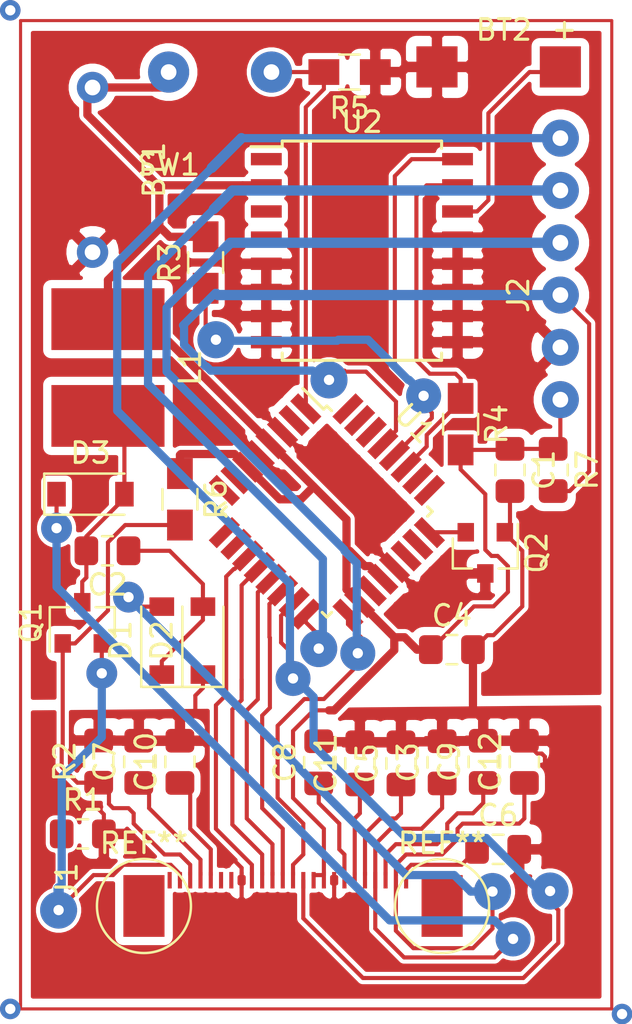
<source format=kicad_pcb>
(kicad_pcb (version 20171130) (host pcbnew 5.1.2-f72e74a~84~ubuntu18.04.1)

  (general
    (thickness 1.6)
    (drawings 4)
    (tracks 391)
    (zones 0)
    (modules 34)
    (nets 49)
  )

  (page A4)
  (title_block
    (title "OTP Tent")
    (date 2019-02-25)
    (rev v01)
    (company "IntegrityNet Solutions and Services")
  )

  (layers
    (0 F.Cu signal)
    (31 B.Cu signal)
    (32 B.Adhes user)
    (33 F.Adhes user)
    (34 B.Paste user)
    (35 F.Paste user)
    (36 B.SilkS user)
    (37 F.SilkS user)
    (38 B.Mask user)
    (39 F.Mask user)
    (40 Dwgs.User user hide)
    (41 Cmts.User user)
    (42 Eco1.User user)
    (43 Eco2.User user)
    (44 Edge.Cuts user)
    (45 Margin user)
    (46 B.CrtYd user)
    (47 F.CrtYd user hide)
    (48 B.Fab user)
    (49 F.Fab user hide)
  )

  (setup
    (last_trace_width 0.2)
    (trace_clearance 0.1)
    (zone_clearance 0.2)
    (zone_45_only no)
    (trace_min 0.2)
    (via_size 1)
    (via_drill 0.5)
    (via_min_size 0.4)
    (via_min_drill 0.3)
    (uvia_size 0.3)
    (uvia_drill 0.1)
    (uvias_allowed no)
    (uvia_min_size 0.2)
    (uvia_min_drill 0.1)
    (edge_width 0.1)
    (segment_width 0.2)
    (pcb_text_width 0.3)
    (pcb_text_size 1.5 1.5)
    (mod_edge_width 0.15)
    (mod_text_size 1 1)
    (mod_text_width 0.15)
    (pad_size 1.524 1.524)
    (pad_drill 0.762)
    (pad_to_mask_clearance 0)
    (solder_mask_min_width 0.25)
    (aux_axis_origin 0 0)
    (visible_elements 7FFFFFFF)
    (pcbplotparams
      (layerselection 0x00000_fffffffe)
      (usegerberextensions false)
      (usegerberattributes false)
      (usegerberadvancedattributes false)
      (creategerberjobfile false)
      (excludeedgelayer false)
      (linewidth 0.100000)
      (plotframeref false)
      (viasonmask true)
      (mode 1)
      (useauxorigin false)
      (hpglpennumber 1)
      (hpglpenspeed 20)
      (hpglpendiameter 15.000000)
      (psnegative false)
      (psa4output false)
      (plotreference true)
      (plotvalue true)
      (plotinvisibletext false)
      (padsonsilk true)
      (subtractmaskfromsilk false)
      (outputformat 5)
      (mirror false)
      (drillshape 0)
      (scaleselection 1)
      (outputdirectory "plot/svg/"))
  )

  (net 0 "")
  (net 1 GND)
  (net 2 Batt)
  (net 3 QGND)
  (net 4 "Net-(C2-Pad1)")
  (net 5 "Net-(C2-Pad2)")
  (net 6 PREVGH)
  (net 7 "Net-(C5-Pad1)")
  (net 8 "Net-(C6-Pad1)")
  (net 9 "Net-(C7-Pad1)")
  (net 10 "Net-(C8-Pad1)")
  (net 11 "Net-(C9-Pad1)")
  (net 12 "Net-(C10-Pad1)")
  (net 13 "Net-(C11-Pad1)")
  (net 14 PREVGL)
  (net 15 "Net-(J1-Pad1)")
  (net 16 GDR)
  (net 17 RESE)
  (net 18 "Net-(J1-Pad6)")
  (net 19 "Net-(J1-Pad7)")
  (net 20 BUSY)
  (net 21 RES)
  (net 22 DC)
  (net 23 CS)
  (net 24 SCLK)
  (net 25 SDI)
  (net 26 "Net-(Q2-Pad2)")
  (net 27 "Net-(U1-Pad2)")
  (net 28 "Net-(U1-Pad9)")
  (net 29 "Net-(U1-Pad23)")
  (net 30 "Net-(U1-Pad10)")
  (net 31 "Net-(U1-Pad25)")
  (net 32 "Net-(U1-Pad26)")
  (net 33 SDA)
  (net 34 SCL)
  (net 35 "Net-(U2-Pad1)")
  (net 36 "Net-(U2-Pad4)")
  (net 37 "Net-(U1-Pad7)")
  (net 38 "Net-(U1-Pad8)")
  (net 39 "Net-(U1-Pad19)")
  (net 40 "Net-(U1-Pad22)")
  (net 41 "Net-(U1-Pad30)")
  (net 42 "Net-(U1-Pad31)")
  (net 43 "Net-(U1-Pad32)")
  (net 44 "Net-(R5-Pad2)")
  (net 45 "Net-(U2-Pad3)")
  (net 46 prVcc)
  (net 47 prD12)
  (net 48 prD10)

  (net_class Default "This is the default net class."
    (clearance 0.1)
    (trace_width 0.2)
    (via_dia 1)
    (via_drill 0.5)
    (uvia_dia 0.3)
    (uvia_drill 0.1)
    (diff_pair_width 0.2)
    (diff_pair_gap 0.1)
    (add_net BUSY)
    (add_net Batt)
    (add_net CS)
    (add_net DC)
    (add_net GDR)
    (add_net "Net-(C10-Pad1)")
    (add_net "Net-(C11-Pad1)")
    (add_net "Net-(C2-Pad1)")
    (add_net "Net-(C2-Pad2)")
    (add_net "Net-(C5-Pad1)")
    (add_net "Net-(C6-Pad1)")
    (add_net "Net-(C7-Pad1)")
    (add_net "Net-(C8-Pad1)")
    (add_net "Net-(C9-Pad1)")
    (add_net "Net-(J1-Pad1)")
    (add_net "Net-(J1-Pad6)")
    (add_net "Net-(J1-Pad7)")
    (add_net "Net-(Q2-Pad2)")
    (add_net "Net-(R5-Pad2)")
    (add_net "Net-(U1-Pad10)")
    (add_net "Net-(U1-Pad19)")
    (add_net "Net-(U1-Pad2)")
    (add_net "Net-(U1-Pad22)")
    (add_net "Net-(U1-Pad23)")
    (add_net "Net-(U1-Pad25)")
    (add_net "Net-(U1-Pad26)")
    (add_net "Net-(U1-Pad30)")
    (add_net "Net-(U1-Pad31)")
    (add_net "Net-(U1-Pad32)")
    (add_net "Net-(U1-Pad7)")
    (add_net "Net-(U1-Pad8)")
    (add_net "Net-(U1-Pad9)")
    (add_net "Net-(U2-Pad1)")
    (add_net "Net-(U2-Pad3)")
    (add_net "Net-(U2-Pad4)")
    (add_net PREVGH)
    (add_net PREVGL)
    (add_net QGND)
    (add_net RES)
    (add_net RESE)
    (add_net SCL)
    (add_net SCLK)
    (add_net SDA)
    (add_net SDI)
    (add_net prD10)
    (add_net prD12)
    (add_net prVcc)
  )

  (net_class POWER ""
    (clearance 0.1)
    (trace_width 0.2)
    (via_dia 1)
    (via_drill 0.5)
    (uvia_dia 0.3)
    (uvia_drill 0.1)
    (diff_pair_width 0.2)
    (diff_pair_gap 0.1)
    (add_net GND)
  )

  (module otp:FPC24 (layer F.Cu) (tedit 5CDE8A3C) (tstamp 5CCCFF20)
    (at 118.5 99.25 270)
    (path /5C7151EB)
    (fp_text reference J1 (at 0 11 90) (layer F.SilkS)
      (effects (font (size 1 1) (thickness 0.15)))
    )
    (fp_text value FPC24 (at 0 -9.5 90) (layer F.Fab)
      (effects (font (size 1 1) (thickness 0.15)))
    )
    (pad 1 smd rect (at 0 6 270) (size 0.8 0.2) (layers F.Cu F.Paste F.Mask)
      (net 15 "Net-(J1-Pad1)"))
    (pad 2 smd rect (at 0 5.5 270) (size 0.8 0.2) (layers F.Cu F.Paste F.Mask)
      (net 16 GDR))
    (pad 3 smd rect (at 0 5 270) (size 0.8 0.2) (layers F.Cu F.Paste F.Mask)
      (net 17 RESE))
    (pad 4 smd rect (at 0 4.5 270) (size 0.8 0.2) (layers F.Cu F.Paste F.Mask)
      (net 9 "Net-(C7-Pad1)"))
    (pad 5 smd rect (at 0 4 270) (size 0.8 0.2) (layers F.Cu F.Paste F.Mask)
      (net 12 "Net-(C10-Pad1)"))
    (pad 6 smd rect (at 0 3.5 270) (size 0.8 0.2) (layers F.Cu F.Paste F.Mask)
      (net 18 "Net-(J1-Pad6)"))
    (pad 7 smd rect (at 0 3 270) (size 0.8 0.2) (layers F.Cu F.Paste F.Mask)
      (net 19 "Net-(J1-Pad7)"))
    (pad 8 smd rect (at 0 2.5 270) (size 0.8 0.2) (layers F.Cu F.Paste F.Mask)
      (net 3 QGND))
    (pad 9 smd rect (at 0 2 270) (size 0.8 0.2) (layers F.Cu F.Paste F.Mask)
      (net 20 BUSY))
    (pad 10 smd rect (at 0 1.5 270) (size 0.8 0.2) (layers F.Cu F.Paste F.Mask)
      (net 21 RES))
    (pad 11 smd rect (at 0 1 270) (size 0.8 0.2) (layers F.Cu F.Paste F.Mask)
      (net 22 DC))
    (pad 12 smd rect (at 0 0.5 270) (size 0.8 0.2) (layers F.Cu F.Paste F.Mask)
      (net 23 CS))
    (pad 13 smd rect (at 0 0 270) (size 0.8 0.2) (layers F.Cu F.Paste F.Mask)
      (net 24 SCLK))
    (pad 14 smd rect (at 0 -0.5 270) (size 0.8 0.2) (layers F.Cu F.Paste F.Mask)
      (net 25 SDI))
    (pad 15 smd rect (at 0 -1 270) (size 0.8 0.2) (layers F.Cu F.Paste F.Mask)
      (net 46 prVcc))
    (pad 16 smd rect (at 0 -1.5 270) (size 0.8 0.2) (layers F.Cu F.Paste F.Mask)
      (net 46 prVcc))
    (pad 17 smd rect (at 0 -2 270) (size 0.8 0.2) (layers F.Cu F.Paste F.Mask)
      (net 3 QGND))
    (pad 18 smd rect (at 0 -2.5 270) (size 0.8 0.2) (layers F.Cu F.Paste F.Mask)
      (net 10 "Net-(C8-Pad1)"))
    (pad 19 smd rect (at 0 -3 270) (size 0.8 0.2) (layers F.Cu F.Paste F.Mask)
      (net 13 "Net-(C11-Pad1)"))
    (pad 20 smd rect (at 0 -3.5 270) (size 0.8 0.2) (layers F.Cu F.Paste F.Mask)
      (net 7 "Net-(C5-Pad1)"))
    (pad 21 smd rect (at 0 -4 270) (size 0.8 0.2) (layers F.Cu F.Paste F.Mask)
      (net 6 PREVGH))
    (pad 22 smd rect (at 0 -4.5 270) (size 0.8 0.2) (layers F.Cu F.Paste F.Mask)
      (net 11 "Net-(C9-Pad1)"))
    (pad 23 smd rect (at 0 -5 270) (size 0.8 0.2) (layers F.Cu F.Paste F.Mask)
      (net 14 PREVGL))
    (pad 24 smd rect (at 0 -5.5 270) (size 0.8 0.2) (layers F.Cu F.Paste F.Mask)
      (net 8 "Net-(C6-Pad1)"))
  )

  (module otp:programmer06 (layer F.Cu) (tedit 5CDA77CF) (tstamp 5CD94F16)
    (at 128.96 70.83 90)
    (path /5CDD3003)
    (clearance 0.5)
    (fp_text reference J2 (at 0 0.5 90) (layer F.SilkS)
      (effects (font (size 1 1) (thickness 0.15)))
    )
    (fp_text value Conn_01x06_Female (at 0 -0.5 90) (layer F.Fab)
      (effects (font (size 1 1) (thickness 0.15)))
    )
    (pad 6 thru_hole circle (at 7.62 2.54 90) (size 1.8 1.8) (drill 0.762) (layers *.Cu *.Mask)
      (net 25 SDI))
    (pad 5 thru_hole circle (at 5.08 2.54 90) (size 1.8 1.8) (drill 0.762) (layers *.Cu *.Mask)
      (net 47 prD12))
    (pad 4 thru_hole circle (at 2.54 2.54 90) (size 1.8 1.8) (drill 0.762) (layers *.Cu *.Mask)
      (net 24 SCLK))
    (pad 3 thru_hole circle (at 0 2.54 90) (size 1.8 1.8) (drill 0.762) (layers *.Cu *.Mask)
      (net 48 prD10))
    (pad 2 thru_hole circle (at -2.54 2.54 90) (size 1.8 1.8) (drill 0.762) (layers *.Cu *.Mask)
      (net 1 GND))
    (pad 1 thru_hole circle (at -5.08 2.54 90) (size 1.8 1.8) (drill 0.762) (layers *.Cu *.Mask)
      (net 46 prVcc) (clearance 0.4))
  )

  (module Capacitor_SMD:C_0805_2012Metric_Pad1.15x1.40mm_HandSolder (layer F.Cu) (tedit 5CDA75F9) (tstamp 5CD95041)
    (at 131.15 79.325 270)
    (descr "Capacitor SMD 0805 (2012 Metric), square (rectangular) end terminal, IPC_7351 nominal with elongated pad for handsoldering. (Body size source: https://docs.google.com/spreadsheets/d/1BsfQQcO9C6DZCsRaXUlFlo91Tg2WpOkGARC1WS5S8t0/edit?usp=sharing), generated with kicad-footprint-generator")
    (tags "capacitor handsolder")
    (path /5CD99ED8)
    (attr smd)
    (fp_text reference R7 (at 0 -1.65 270) (layer F.SilkS)
      (effects (font (size 1 1) (thickness 0.15)))
    )
    (fp_text value R (at 0 1.65 270) (layer F.Fab)
      (effects (font (size 1 1) (thickness 0.15)))
    )
    (fp_text user %R (at 0 0 270) (layer F.Fab)
      (effects (font (size 0.5 0.5) (thickness 0.08)))
    )
    (fp_line (start 1.85 0.95) (end -1.85 0.95) (layer F.CrtYd) (width 0.05))
    (fp_line (start 1.85 -0.95) (end 1.85 0.95) (layer F.CrtYd) (width 0.05))
    (fp_line (start -1.85 -0.95) (end 1.85 -0.95) (layer F.CrtYd) (width 0.05))
    (fp_line (start -1.85 0.95) (end -1.85 -0.95) (layer F.CrtYd) (width 0.05))
    (fp_line (start -0.261252 0.71) (end 0.261252 0.71) (layer F.SilkS) (width 0.12))
    (fp_line (start -0.261252 -0.71) (end 0.261252 -0.71) (layer F.SilkS) (width 0.12))
    (fp_line (start 1 0.6) (end -1 0.6) (layer F.Fab) (width 0.1))
    (fp_line (start 1 -0.6) (end 1 0.6) (layer F.Fab) (width 0.1))
    (fp_line (start -1 -0.6) (end 1 -0.6) (layer F.Fab) (width 0.1))
    (fp_line (start -1 0.6) (end -1 -0.6) (layer F.Fab) (width 0.1))
    (pad 2 smd roundrect (at 1.025 0 270) (size 1.15 1.4) (layers F.Cu F.Paste F.Mask) (roundrect_rratio 0.217)
      (net 48 prD10) (clearance 0.4))
    (pad 1 smd roundrect (at -1.025 0 270) (size 1.15 1.4) (layers F.Cu F.Paste F.Mask) (roundrect_rratio 0.217)
      (net 46 prVcc) (clearance 0.4))
    (model ${KISYS3DMOD}/Capacitor_SMD.3dshapes/C_0805_2012Metric.wrl
      (at (xyz 0 0 0))
      (scale (xyz 1 1 1))
      (rotate (xyz 0 0 0))
    )
  )

  (module Capacitor_SMD:C_0805_2012Metric_Pad1.15x1.40mm_HandSolder (layer F.Cu) (tedit 5B36C52B) (tstamp 5C889FB8)
    (at 126.225 88.05)
    (descr "Capacitor SMD 0805 (2012 Metric), square (rectangular) end terminal, IPC_7351 nominal with elongated pad for handsoldering. (Body size source: https://docs.google.com/spreadsheets/d/1BsfQQcO9C6DZCsRaXUlFlo91Tg2WpOkGARC1WS5S8t0/edit?usp=sharing), generated with kicad-footprint-generator")
    (tags "capacitor handsolder")
    (path /5C722AB0)
    (clearance 0.4)
    (attr smd)
    (fp_text reference C4 (at 0 -1.65) (layer F.SilkS)
      (effects (font (size 1 1) (thickness 0.15)))
    )
    (fp_text value 1uF/50V (at 0 1.65) (layer F.Fab)
      (effects (font (size 1 1) (thickness 0.15)))
    )
    (fp_text user %R (at 0 0) (layer F.Fab)
      (effects (font (size 0.5 0.5) (thickness 0.08)))
    )
    (fp_line (start 1.85 0.95) (end -1.85 0.95) (layer F.CrtYd) (width 0.05))
    (fp_line (start 1.85 -0.95) (end 1.85 0.95) (layer F.CrtYd) (width 0.05))
    (fp_line (start -1.85 -0.95) (end 1.85 -0.95) (layer F.CrtYd) (width 0.05))
    (fp_line (start -1.85 0.95) (end -1.85 -0.95) (layer F.CrtYd) (width 0.05))
    (fp_line (start -0.261252 0.71) (end 0.261252 0.71) (layer F.SilkS) (width 0.12))
    (fp_line (start -0.261252 -0.71) (end 0.261252 -0.71) (layer F.SilkS) (width 0.12))
    (fp_line (start 1 0.6) (end -1 0.6) (layer F.Fab) (width 0.1))
    (fp_line (start 1 -0.6) (end 1 0.6) (layer F.Fab) (width 0.1))
    (fp_line (start -1 -0.6) (end 1 -0.6) (layer F.Fab) (width 0.1))
    (fp_line (start -1 0.6) (end -1 -0.6) (layer F.Fab) (width 0.1))
    (pad 2 smd roundrect (at 1.025 0) (size 1.15 1.4) (layers F.Cu F.Paste F.Mask) (roundrect_rratio 0.217391)
      (net 3 QGND))
    (pad 1 smd roundrect (at -1.025 0) (size 1.15 1.4) (layers F.Cu F.Paste F.Mask) (roundrect_rratio 0.217391)
      (net 46 prVcc))
    (model ${KISYS3DMOD}/Capacitor_SMD.3dshapes/C_0805_2012Metric.wrl
      (at (xyz 0 0 0))
      (scale (xyz 1 1 1))
      (rotate (xyz 0 0 0))
    )
  )

  (module Package_QFP:TQFP-32_7x7mm_P0.8mm (layer F.Cu) (tedit 5A02F146) (tstamp 5C88A131)
    (at 120.146268 81.343324 315)
    (descr "32-Lead Plastic Thin Quad Flatpack (PT) - 7x7x1.0 mm Body, 2.00 mm [TQFP] (see Microchip Packaging Specification 00000049BS.pdf)")
    (tags "QFP 0.8")
    (path /5C88E47A)
    (clearance 0.4)
    (attr smd)
    (fp_text reference U1 (at 0 -6.05 315) (layer F.SilkS)
      (effects (font (size 1 1) (thickness 0.15)))
    )
    (fp_text value ATmega328P-AU (at 0 6.05 315) (layer F.Fab)
      (effects (font (size 1 1) (thickness 0.15)))
    )
    (fp_text user %R (at 0 0 315) (layer F.Fab)
      (effects (font (size 1 1) (thickness 0.15)))
    )
    (fp_line (start -2.5 -3.5) (end 3.5 -3.5) (layer F.Fab) (width 0.15))
    (fp_line (start 3.5 -3.5) (end 3.5 3.5) (layer F.Fab) (width 0.15))
    (fp_line (start 3.5 3.5) (end -3.5 3.5) (layer F.Fab) (width 0.15))
    (fp_line (start -3.5 3.5) (end -3.5 -2.5) (layer F.Fab) (width 0.15))
    (fp_line (start -3.5 -2.5) (end -2.5 -3.5) (layer F.Fab) (width 0.15))
    (fp_line (start -5.3 -5.3) (end -5.3 5.3) (layer F.CrtYd) (width 0.05))
    (fp_line (start 5.3 -5.3) (end 5.3 5.3) (layer F.CrtYd) (width 0.05))
    (fp_line (start -5.3 -5.3) (end 5.3 -5.3) (layer F.CrtYd) (width 0.05))
    (fp_line (start -5.3 5.3) (end 5.3 5.3) (layer F.CrtYd) (width 0.05))
    (fp_line (start -3.625 -3.625) (end -3.625 -3.4) (layer F.SilkS) (width 0.15))
    (fp_line (start 3.625 -3.625) (end 3.625 -3.299999) (layer F.SilkS) (width 0.15))
    (fp_line (start 3.625 3.625) (end 3.625 3.299999) (layer F.SilkS) (width 0.15))
    (fp_line (start -3.625 3.625) (end -3.625 3.299999) (layer F.SilkS) (width 0.15))
    (fp_line (start -3.625 -3.625) (end -3.299999 -3.625) (layer F.SilkS) (width 0.15))
    (fp_line (start -3.625 3.625) (end -3.299999 3.625) (layer F.SilkS) (width 0.15))
    (fp_line (start 3.625 3.625) (end 3.299999 3.625) (layer F.SilkS) (width 0.15))
    (fp_line (start 3.625 -3.625) (end 3.299999 -3.625) (layer F.SilkS) (width 0.15))
    (fp_line (start -3.625 -3.4) (end -5.05 -3.4) (layer F.SilkS) (width 0.15))
    (pad 1 smd rect (at -4.25 -2.8 315) (size 1.6 0.55) (layers F.Cu F.Paste F.Mask)
      (net 44 "Net-(R5-Pad2)"))
    (pad 2 smd rect (at -4.25 -2 315) (size 1.6 0.55) (layers F.Cu F.Paste F.Mask)
      (net 27 "Net-(U1-Pad2)"))
    (pad 3 smd rect (at -4.25 -1.2 315) (size 1.6 0.55) (layers F.Cu F.Paste F.Mask)
      (net 1 GND))
    (pad 4 smd rect (at -4.25 -0.4 315) (size 1.6 0.55) (layers F.Cu F.Paste F.Mask)
      (net 46 prVcc))
    (pad 5 smd rect (at -4.25 0.4 315) (size 1.6 0.55) (layers F.Cu F.Paste F.Mask)
      (net 1 GND))
    (pad 6 smd rect (at -4.25 1.2 315) (size 1.6 0.55) (layers F.Cu F.Paste F.Mask)
      (net 46 prVcc))
    (pad 7 smd rect (at -4.25 2 315) (size 1.6 0.55) (layers F.Cu F.Paste F.Mask)
      (net 37 "Net-(U1-Pad7)"))
    (pad 8 smd rect (at -4.25 2.8 315) (size 1.6 0.55) (layers F.Cu F.Paste F.Mask)
      (net 38 "Net-(U1-Pad8)"))
    (pad 9 smd rect (at -2.8 4.25 45) (size 1.6 0.55) (layers F.Cu F.Paste F.Mask)
      (net 28 "Net-(U1-Pad9)"))
    (pad 10 smd rect (at -2 4.25 45) (size 1.6 0.55) (layers F.Cu F.Paste F.Mask)
      (net 30 "Net-(U1-Pad10)"))
    (pad 11 smd rect (at -1.2 4.25 45) (size 1.6 0.55) (layers F.Cu F.Paste F.Mask)
      (net 20 BUSY))
    (pad 12 smd rect (at -0.4 4.25 45) (size 1.6 0.55) (layers F.Cu F.Paste F.Mask)
      (net 21 RES))
    (pad 13 smd rect (at 0.4 4.25 45) (size 1.6 0.55) (layers F.Cu F.Paste F.Mask)
      (net 22 DC))
    (pad 14 smd rect (at 1.2 4.25 45) (size 1.6 0.55) (layers F.Cu F.Paste F.Mask)
      (net 23 CS))
    (pad 15 smd rect (at 2 4.25 45) (size 1.6 0.55) (layers F.Cu F.Paste F.Mask)
      (net 25 SDI))
    (pad 16 smd rect (at 2.8 4.25 45) (size 1.6 0.55) (layers F.Cu F.Paste F.Mask)
      (net 47 prD12))
    (pad 17 smd rect (at 4.25 2.8 315) (size 1.6 0.55) (layers F.Cu F.Paste F.Mask)
      (net 24 SCLK))
    (pad 18 smd rect (at 4.25 2 315) (size 1.6 0.55) (layers F.Cu F.Paste F.Mask)
      (net 46 prVcc))
    (pad 19 smd rect (at 4.25 1.2 315) (size 1.6 0.55) (layers F.Cu F.Paste F.Mask)
      (net 39 "Net-(U1-Pad19)"))
    (pad 20 smd rect (at 4.25 0.4 315) (size 1.6 0.55) (layers F.Cu F.Paste F.Mask)
      (net 46 prVcc))
    (pad 21 smd rect (at 4.25 -0.4 315) (size 1.6 0.55) (layers F.Cu F.Paste F.Mask)
      (net 1 GND))
    (pad 22 smd rect (at 4.25 -1.2 315) (size 1.6 0.55) (layers F.Cu F.Paste F.Mask)
      (net 40 "Net-(U1-Pad22)"))
    (pad 23 smd rect (at 4.25 -2 315) (size 1.6 0.55) (layers F.Cu F.Paste F.Mask)
      (net 29 "Net-(U1-Pad23)"))
    (pad 24 smd rect (at 4.25 -2.8 315) (size 1.6 0.55) (layers F.Cu F.Paste F.Mask)
      (net 26 "Net-(Q2-Pad2)"))
    (pad 25 smd rect (at 2.8 -4.25 45) (size 1.6 0.55) (layers F.Cu F.Paste F.Mask)
      (net 31 "Net-(U1-Pad25)"))
    (pad 26 smd rect (at 2 -4.25 45) (size 1.6 0.55) (layers F.Cu F.Paste F.Mask)
      (net 32 "Net-(U1-Pad26)"))
    (pad 27 smd rect (at 1.2 -4.25 45) (size 1.6 0.55) (layers F.Cu F.Paste F.Mask)
      (net 33 SDA))
    (pad 28 smd rect (at 0.4 -4.25 45) (size 1.6 0.55) (layers F.Cu F.Paste F.Mask)
      (net 34 SCL))
    (pad 29 smd rect (at -0.4 -4.25 45) (size 1.6 0.55) (layers F.Cu F.Paste F.Mask)
      (net 48 prD10))
    (pad 30 smd rect (at -1.2 -4.25 45) (size 1.6 0.55) (layers F.Cu F.Paste F.Mask)
      (net 41 "Net-(U1-Pad30)"))
    (pad 31 smd rect (at -2 -4.25 45) (size 1.6 0.55) (layers F.Cu F.Paste F.Mask)
      (net 42 "Net-(U1-Pad31)"))
    (pad 32 smd rect (at -2.8 -4.25 45) (size 1.6 0.55) (layers F.Cu F.Paste F.Mask)
      (net 43 "Net-(U1-Pad32)"))
    (model ${KISYS3DMOD}/Package_QFP.3dshapes/TQFP-32_7x7mm_P0.8mm.wrl
      (at (xyz 0 0 0))
      (scale (xyz 1 1 1))
      (rotate (xyz 0 0 0))
    )
  )

  (module Connectors:1pin (layer F.Cu) (tedit 5CDE8A7A) (tstamp 5CD14D2C)
    (at 125.75 100.5)
    (descr "module 1 pin (ou trou mecanique de percage)")
    (tags DEV)
    (fp_text reference REF** (at 0 -3.048) (layer F.SilkS)
      (effects (font (size 1 1) (thickness 0.15)))
    )
    (fp_text value 1pin (at 0 3) (layer F.Fab)
      (effects (font (size 1 1) (thickness 0.15)))
    )
    (fp_circle (center 0 0) (end 0 -2.286) (layer F.SilkS) (width 0.12))
    (fp_circle (center 0 0) (end 2.6 0) (layer F.CrtYd) (width 0.05))
    (fp_circle (center 0 0) (end 2 0.8) (layer F.Fab) (width 0.1))
    (pad 1 smd rect (at 0 0) (size 2 3) (layers F.Cu F.Mask))
  )

  (module Connectors:1pin (layer F.Cu) (tedit 5CDE8A80) (tstamp 5CD14CE7)
    (at 111.25 100.5)
    (descr "module 1 pin (ou trou mecanique de percage)")
    (tags DEV)
    (fp_text reference REF** (at 0 -3.048) (layer F.SilkS)
      (effects (font (size 1 1) (thickness 0.15)))
    )
    (fp_text value 1pin (at 0 3) (layer F.Fab)
      (effects (font (size 1 1) (thickness 0.15)))
    )
    (fp_circle (center 0 0) (end 2 0.8) (layer F.Fab) (width 0.1))
    (fp_circle (center 0 0) (end 2.6 0) (layer F.CrtYd) (width 0.05))
    (fp_circle (center 0 0) (end 0 -2.286) (layer F.SilkS) (width 0.12))
    (pad 1 smd rect (at 0 0) (size 2 3) (layers F.Cu F.Mask)
      (clearance 0.4))
  )

  (module millk:pushbutton_2pin (layer F.Cu) (tedit 5CDA7736) (tstamp 5CCAD7CA)
    (at 112.45 65 180)
    (path /5CD2E906)
    (fp_text reference SW1 (at 0 0.5) (layer F.SilkS)
      (effects (font (size 1 1) (thickness 0.15)))
    )
    (fp_text value Switch_SW_Push (at 0 -0.5) (layer F.Fab)
      (effects (font (size 1 1) (thickness 0.15)))
    )
    (pad 2 thru_hole circle (at 0 5 180) (size 2 2) (drill 0.762) (layers *.Cu *.Mask)
      (net 46 prVcc) (clearance 0.4))
    (pad 1 thru_hole circle (at -5 5 180) (size 2 2) (drill 0.762) (layers *.Cu *.Mask)
      (net 44 "Net-(R5-Pad2)"))
  )

  (module Capacitors_SMD:C_0805_HandSoldering (layer F.Cu) (tedit 58AA84A8) (tstamp 5CCAD7C4)
    (at 113 80.75 270)
    (descr "Capacitor SMD 0805, hand soldering")
    (tags "capacitor 0805")
    (path /5CD1496B)
    (attr smd)
    (fp_text reference R6 (at 0 -1.75 90) (layer F.SilkS)
      (effects (font (size 1 1) (thickness 0.15)))
    )
    (fp_text value R (at 0 1.75 90) (layer F.Fab)
      (effects (font (size 1 1) (thickness 0.15)))
    )
    (fp_text user %R (at 0 -1.75 90) (layer F.Fab)
      (effects (font (size 1 1) (thickness 0.15)))
    )
    (fp_line (start -1 0.62) (end -1 -0.62) (layer F.Fab) (width 0.1))
    (fp_line (start 1 0.62) (end -1 0.62) (layer F.Fab) (width 0.1))
    (fp_line (start 1 -0.62) (end 1 0.62) (layer F.Fab) (width 0.1))
    (fp_line (start -1 -0.62) (end 1 -0.62) (layer F.Fab) (width 0.1))
    (fp_line (start 0.5 -0.85) (end -0.5 -0.85) (layer F.SilkS) (width 0.12))
    (fp_line (start -0.5 0.85) (end 0.5 0.85) (layer F.SilkS) (width 0.12))
    (fp_line (start -2.25 -0.88) (end 2.25 -0.88) (layer F.CrtYd) (width 0.05))
    (fp_line (start -2.25 -0.88) (end -2.25 0.87) (layer F.CrtYd) (width 0.05))
    (fp_line (start 2.25 0.87) (end 2.25 -0.88) (layer F.CrtYd) (width 0.05))
    (fp_line (start 2.25 0.87) (end -2.25 0.87) (layer F.CrtYd) (width 0.05))
    (pad 1 smd rect (at -1.25 0 270) (size 1.5 1.25) (layers F.Cu F.Paste F.Mask)
      (net 46 prVcc))
    (pad 2 smd rect (at 1.25 0 270) (size 1.5 1.25) (layers F.Cu F.Paste F.Mask)
      (net 17 RESE))
    (model Capacitors_SMD.3dshapes/C_0805.wrl
      (at (xyz 0 0 0))
      (scale (xyz 1 1 1))
      (rotate (xyz 0 0 0))
    )
  )

  (module Capacitors_SMD:C_0805_HandSoldering (layer F.Cu) (tedit 58AA84A8) (tstamp 5CCAD7C1)
    (at 121.25 60 180)
    (descr "Capacitor SMD 0805, hand soldering")
    (tags "capacitor 0805")
    (path /5CD49CA8)
    (clearance 0.3)
    (attr smd)
    (fp_text reference R5 (at 0 -1.75) (layer F.SilkS)
      (effects (font (size 1 1) (thickness 0.15)))
    )
    (fp_text value R (at 0 1.75) (layer F.Fab)
      (effects (font (size 1 1) (thickness 0.15)))
    )
    (fp_text user %R (at 0 -1.75) (layer F.Fab)
      (effects (font (size 1 1) (thickness 0.15)))
    )
    (fp_line (start -1 0.62) (end -1 -0.62) (layer F.Fab) (width 0.1))
    (fp_line (start 1 0.62) (end -1 0.62) (layer F.Fab) (width 0.1))
    (fp_line (start 1 -0.62) (end 1 0.62) (layer F.Fab) (width 0.1))
    (fp_line (start -1 -0.62) (end 1 -0.62) (layer F.Fab) (width 0.1))
    (fp_line (start 0.5 -0.85) (end -0.5 -0.85) (layer F.SilkS) (width 0.12))
    (fp_line (start -0.5 0.85) (end 0.5 0.85) (layer F.SilkS) (width 0.12))
    (fp_line (start -2.25 -0.88) (end 2.25 -0.88) (layer F.CrtYd) (width 0.05))
    (fp_line (start -2.25 -0.88) (end -2.25 0.87) (layer F.CrtYd) (width 0.05))
    (fp_line (start 2.25 0.87) (end 2.25 -0.88) (layer F.CrtYd) (width 0.05))
    (fp_line (start 2.25 0.87) (end -2.25 0.87) (layer F.CrtYd) (width 0.05))
    (pad 1 smd rect (at -1.25 0 180) (size 1.5 1.25) (layers F.Cu F.Paste F.Mask)
      (net 1 GND))
    (pad 2 smd rect (at 1.25 0 180) (size 1.5 1.25) (layers F.Cu F.Paste F.Mask)
      (net 44 "Net-(R5-Pad2)"))
    (model Capacitors_SMD.3dshapes/C_0805.wrl
      (at (xyz 0 0 0))
      (scale (xyz 1 1 1))
      (rotate (xyz 0 0 0))
    )
  )

  (module Capacitors_SMD:C_0805_HandSoldering (layer F.Cu) (tedit 58AA84A8) (tstamp 5CCAD7BE)
    (at 126.65 77.1 270)
    (descr "Capacitor SMD 0805, hand soldering")
    (tags "capacitor 0805")
    (path /5CCCF0BD)
    (attr smd)
    (fp_text reference R4 (at 0 -1.75 90) (layer F.SilkS)
      (effects (font (size 1 1) (thickness 0.15)))
    )
    (fp_text value R (at 0 1.75 90) (layer F.Fab)
      (effects (font (size 1 1) (thickness 0.15)))
    )
    (fp_text user %R (at 0 -1.75 90) (layer F.Fab)
      (effects (font (size 1 1) (thickness 0.15)))
    )
    (fp_line (start -1 0.62) (end -1 -0.62) (layer F.Fab) (width 0.1))
    (fp_line (start 1 0.62) (end -1 0.62) (layer F.Fab) (width 0.1))
    (fp_line (start 1 -0.62) (end 1 0.62) (layer F.Fab) (width 0.1))
    (fp_line (start -1 -0.62) (end 1 -0.62) (layer F.Fab) (width 0.1))
    (fp_line (start 0.5 -0.85) (end -0.5 -0.85) (layer F.SilkS) (width 0.12))
    (fp_line (start -0.5 0.85) (end 0.5 0.85) (layer F.SilkS) (width 0.12))
    (fp_line (start -2.25 -0.88) (end 2.25 -0.88) (layer F.CrtYd) (width 0.05))
    (fp_line (start -2.25 -0.88) (end -2.25 0.87) (layer F.CrtYd) (width 0.05))
    (fp_line (start 2.25 0.87) (end 2.25 -0.88) (layer F.CrtYd) (width 0.05))
    (fp_line (start 2.25 0.87) (end -2.25 0.87) (layer F.CrtYd) (width 0.05))
    (pad 1 smd rect (at -1.25 0 270) (size 1.5 1.25) (layers F.Cu F.Paste F.Mask)
      (net 33 SDA))
    (pad 2 smd rect (at 1.25 0 270) (size 1.5 1.25) (layers F.Cu F.Paste F.Mask)
      (net 46 prVcc))
    (model Capacitors_SMD.3dshapes/C_0805.wrl
      (at (xyz 0 0 0))
      (scale (xyz 1 1 1))
      (rotate (xyz 0 0 0))
    )
  )

  (module Capacitors_SMD:C_0805_HandSoldering (layer F.Cu) (tedit 58AA84A8) (tstamp 5CCAD7BB)
    (at 114.25 69.25 90)
    (descr "Capacitor SMD 0805, hand soldering")
    (tags "capacitor 0805")
    (path /5CCCE5AC)
    (clearance 0.3)
    (attr smd)
    (fp_text reference R3 (at 0 -1.75 90) (layer F.SilkS)
      (effects (font (size 1 1) (thickness 0.15)))
    )
    (fp_text value R (at 0 1.75 90) (layer F.Fab)
      (effects (font (size 1 1) (thickness 0.15)))
    )
    (fp_text user %R (at 0 -1.75 90) (layer F.Fab)
      (effects (font (size 1 1) (thickness 0.15)))
    )
    (fp_line (start -1 0.62) (end -1 -0.62) (layer F.Fab) (width 0.1))
    (fp_line (start 1 0.62) (end -1 0.62) (layer F.Fab) (width 0.1))
    (fp_line (start 1 -0.62) (end 1 0.62) (layer F.Fab) (width 0.1))
    (fp_line (start -1 -0.62) (end 1 -0.62) (layer F.Fab) (width 0.1))
    (fp_line (start 0.5 -0.85) (end -0.5 -0.85) (layer F.SilkS) (width 0.12))
    (fp_line (start -0.5 0.85) (end 0.5 0.85) (layer F.SilkS) (width 0.12))
    (fp_line (start -2.25 -0.88) (end 2.25 -0.88) (layer F.CrtYd) (width 0.05))
    (fp_line (start -2.25 -0.88) (end -2.25 0.87) (layer F.CrtYd) (width 0.05))
    (fp_line (start 2.25 0.87) (end 2.25 -0.88) (layer F.CrtYd) (width 0.05))
    (fp_line (start 2.25 0.87) (end -2.25 0.87) (layer F.CrtYd) (width 0.05))
    (pad 1 smd rect (at -1.25 0 90) (size 1.5 1.25) (layers F.Cu F.Paste F.Mask)
      (net 34 SCL))
    (pad 2 smd rect (at 1.25 0 90) (size 1.5 1.25) (layers F.Cu F.Paste F.Mask)
      (net 46 prVcc))
    (model Capacitors_SMD.3dshapes/C_0805.wrl
      (at (xyz 0 0 0))
      (scale (xyz 1 1 1))
      (rotate (xyz 0 0 0))
    )
  )

  (module Capacitor_SMD:C_0805_2012Metric_Pad1.15x1.40mm_HandSolder (layer F.Cu) (tedit 5B36C52B) (tstamp 5C88A02F)
    (at 121.75 93.575 90)
    (descr "Capacitor SMD 0805 (2012 Metric), square (rectangular) end terminal, IPC_7351 nominal with elongated pad for handsoldering. (Body size source: https://docs.google.com/spreadsheets/d/1BsfQQcO9C6DZCsRaXUlFlo91Tg2WpOkGARC1WS5S8t0/edit?usp=sharing), generated with kicad-footprint-generator")
    (tags "capacitor handsolder")
    (path /5C722B94)
    (attr smd)
    (fp_text reference C11 (at 0 -1.65 90) (layer F.SilkS)
      (effects (font (size 1 1) (thickness 0.15)))
    )
    (fp_text value 1uF/50V (at 0 1.65 90) (layer F.Fab)
      (effects (font (size 1 1) (thickness 0.15)))
    )
    (fp_text user %R (at 0 0 90) (layer F.Fab)
      (effects (font (size 0.5 0.5) (thickness 0.08)))
    )
    (fp_line (start 1.85 0.95) (end -1.85 0.95) (layer F.CrtYd) (width 0.05))
    (fp_line (start 1.85 -0.95) (end 1.85 0.95) (layer F.CrtYd) (width 0.05))
    (fp_line (start -1.85 -0.95) (end 1.85 -0.95) (layer F.CrtYd) (width 0.05))
    (fp_line (start -1.85 0.95) (end -1.85 -0.95) (layer F.CrtYd) (width 0.05))
    (fp_line (start -0.261252 0.71) (end 0.261252 0.71) (layer F.SilkS) (width 0.12))
    (fp_line (start -0.261252 -0.71) (end 0.261252 -0.71) (layer F.SilkS) (width 0.12))
    (fp_line (start 1 0.6) (end -1 0.6) (layer F.Fab) (width 0.1))
    (fp_line (start 1 -0.6) (end 1 0.6) (layer F.Fab) (width 0.1))
    (fp_line (start -1 -0.6) (end 1 -0.6) (layer F.Fab) (width 0.1))
    (fp_line (start -1 0.6) (end -1 -0.6) (layer F.Fab) (width 0.1))
    (pad 2 smd roundrect (at 1.025 0 90) (size 1.15 1.4) (layers F.Cu F.Paste F.Mask) (roundrect_rratio 0.217391)
      (net 3 QGND))
    (pad 1 smd roundrect (at -1.025 0 90) (size 1.15 1.4) (layers F.Cu F.Paste F.Mask) (roundrect_rratio 0.217391)
      (net 13 "Net-(C11-Pad1)"))
    (model ${KISYS3DMOD}/Capacitor_SMD.3dshapes/C_0805_2012Metric.wrl
      (at (xyz 0 0 0))
      (scale (xyz 1 1 1))
      (rotate (xyz 0 0 0))
    )
  )

  (module Capacitor_SMD:C_0805_2012Metric_Pad1.15x1.40mm_HandSolder (layer F.Cu) (tedit 5B36C52B) (tstamp 5C889FC9)
    (at 123.75 93.575 90)
    (descr "Capacitor SMD 0805 (2012 Metric), square (rectangular) end terminal, IPC_7351 nominal with elongated pad for handsoldering. (Body size source: https://docs.google.com/spreadsheets/d/1BsfQQcO9C6DZCsRaXUlFlo91Tg2WpOkGARC1WS5S8t0/edit?usp=sharing), generated with kicad-footprint-generator")
    (tags "capacitor handsolder")
    (path /5C723229)
    (attr smd)
    (fp_text reference C5 (at 0 -1.65 90) (layer F.SilkS)
      (effects (font (size 1 1) (thickness 0.15)))
    )
    (fp_text value 1uF/50V (at 0 1.65 90) (layer F.Fab)
      (effects (font (size 1 1) (thickness 0.15)))
    )
    (fp_line (start -1 0.6) (end -1 -0.6) (layer F.Fab) (width 0.1))
    (fp_line (start -1 -0.6) (end 1 -0.6) (layer F.Fab) (width 0.1))
    (fp_line (start 1 -0.6) (end 1 0.6) (layer F.Fab) (width 0.1))
    (fp_line (start 1 0.6) (end -1 0.6) (layer F.Fab) (width 0.1))
    (fp_line (start -0.261252 -0.71) (end 0.261252 -0.71) (layer F.SilkS) (width 0.12))
    (fp_line (start -0.261252 0.71) (end 0.261252 0.71) (layer F.SilkS) (width 0.12))
    (fp_line (start -1.85 0.95) (end -1.85 -0.95) (layer F.CrtYd) (width 0.05))
    (fp_line (start -1.85 -0.95) (end 1.85 -0.95) (layer F.CrtYd) (width 0.05))
    (fp_line (start 1.85 -0.95) (end 1.85 0.95) (layer F.CrtYd) (width 0.05))
    (fp_line (start 1.85 0.95) (end -1.85 0.95) (layer F.CrtYd) (width 0.05))
    (fp_text user %R (at 0 0 90) (layer F.Fab)
      (effects (font (size 0.5 0.5) (thickness 0.08)))
    )
    (pad 1 smd roundrect (at -1.025 0 90) (size 1.15 1.4) (layers F.Cu F.Paste F.Mask) (roundrect_rratio 0.217391)
      (net 7 "Net-(C5-Pad1)"))
    (pad 2 smd roundrect (at 1.025 0 90) (size 1.15 1.4) (layers F.Cu F.Paste F.Mask) (roundrect_rratio 0.217391)
      (net 3 QGND))
    (model ${KISYS3DMOD}/Capacitor_SMD.3dshapes/C_0805_2012Metric.wrl
      (at (xyz 0 0 0))
      (scale (xyz 1 1 1))
      (rotate (xyz 0 0 0))
    )
  )

  (module otp:Battery_pack_connector (layer F.Cu) (tedit 5CDE8C13) (tstamp 5C889F6D)
    (at 108.75 64.75 90)
    (path /5C7CB3D8)
    (fp_text reference BT1 (at 0 3 90) (layer F.SilkS)
      (effects (font (size 1 1) (thickness 0.15)))
    )
    (fp_text value "Battery 3V" (at 0 -3 90) (layer F.Fab)
      (effects (font (size 1 1) (thickness 0.15)))
    )
    (fp_line (start 4 2) (end 4 4) (layer F.Mask) (width 0.5))
    (fp_line (start 3 3) (end 5 3) (layer F.Mask) (width 0.5))
    (pad 1 thru_hole circle (at 4 0 90) (size 1.524 1.524) (drill 0.762) (layers *.Cu *.Mask)
      (net 46 prVcc) (clearance 0.4))
    (pad 2 thru_hole circle (at -4 0 90) (size 1.524 1.524) (drill 0.762) (layers *.Cu *.Mask)
      (net 1 GND))
  )

  (module "otp:Cell Battery SMD" (layer F.Cu) (tedit 5CD82DD6) (tstamp 5C889F74)
    (at 128.5 59.75 180)
    (path /5C7C1C30)
    (fp_text reference BT2 (at -0.25 1.8 180) (layer F.SilkS)
      (effects (font (size 1 1) (thickness 0.15)))
    )
    (fp_text value "Cell Battery 3V" (at -0.01 -6.62 180) (layer F.Fab)
      (effects (font (size 1 1) (thickness 0.15)))
    )
    (fp_text user + (at -3.2 1.85 180) (layer F.SilkS)
      (effects (font (size 1 1) (thickness 0.15)))
    )
    (pad 1 smd rect (at -3 0 180) (size 2 2) (layers F.Cu F.Paste F.Mask)
      (net 2 Batt) (clearance 0.4))
    (pad 2 smd rect (at 3 0 180) (size 2 2) (layers F.Cu F.Paste F.Mask)
      (net 1 GND) (clearance 0.4))
  )

  (module Capacitor_SMD:C_0805_2012Metric_Pad1.15x1.40mm_HandSolder (layer F.Cu) (tedit 5CDA7606) (tstamp 5CD83F20)
    (at 129.05 79.325 270)
    (descr "Capacitor SMD 0805 (2012 Metric), square (rectangular) end terminal, IPC_7351 nominal with elongated pad for handsoldering. (Body size source: https://docs.google.com/spreadsheets/d/1BsfQQcO9C6DZCsRaXUlFlo91Tg2WpOkGARC1WS5S8t0/edit?usp=sharing), generated with kicad-footprint-generator")
    (tags "capacitor handsolder")
    (path /5C732EE8)
    (attr smd)
    (fp_text reference C1 (at 0 -1.65 270) (layer F.SilkS)
      (effects (font (size 1 1) (thickness 0.15)))
    )
    (fp_text value 4.7uF/50V (at 0 1.65 270) (layer F.Fab)
      (effects (font (size 1 1) (thickness 0.15)))
    )
    (fp_text user %R (at 0 0 270) (layer F.Fab)
      (effects (font (size 0.5 0.5) (thickness 0.08)))
    )
    (fp_line (start 1.85 0.95) (end -1.85 0.95) (layer F.CrtYd) (width 0.05))
    (fp_line (start 1.85 -0.95) (end 1.85 0.95) (layer F.CrtYd) (width 0.05))
    (fp_line (start -1.85 -0.95) (end 1.85 -0.95) (layer F.CrtYd) (width 0.05))
    (fp_line (start -1.85 0.95) (end -1.85 -0.95) (layer F.CrtYd) (width 0.05))
    (fp_line (start -0.261252 0.71) (end 0.261252 0.71) (layer F.SilkS) (width 0.12))
    (fp_line (start -0.261252 -0.71) (end 0.261252 -0.71) (layer F.SilkS) (width 0.12))
    (fp_line (start 1 0.6) (end -1 0.6) (layer F.Fab) (width 0.1))
    (fp_line (start 1 -0.6) (end 1 0.6) (layer F.Fab) (width 0.1))
    (fp_line (start -1 -0.6) (end 1 -0.6) (layer F.Fab) (width 0.1))
    (fp_line (start -1 0.6) (end -1 -0.6) (layer F.Fab) (width 0.1))
    (pad 2 smd roundrect (at 1.025 0 270) (size 1.15 1.4) (layers F.Cu F.Paste F.Mask) (roundrect_rratio 0.217)
      (net 3 QGND) (clearance 0.4))
    (pad 1 smd roundrect (at -1.025 0 270) (size 1.15 1.4) (layers F.Cu F.Paste F.Mask) (roundrect_rratio 0.217)
      (net 46 prVcc) (clearance 0.4))
    (model ${KISYS3DMOD}/Capacitor_SMD.3dshapes/C_0805_2012Metric.wrl
      (at (xyz 0 0 0))
      (scale (xyz 1 1 1))
      (rotate (xyz 0 0 0))
    )
  )

  (module Capacitor_SMD:C_0805_2012Metric_Pad1.15x1.40mm_HandSolder (layer F.Cu) (tedit 5B36C52B) (tstamp 5C889F96)
    (at 109.475 83.25 180)
    (descr "Capacitor SMD 0805 (2012 Metric), square (rectangular) end terminal, IPC_7351 nominal with elongated pad for handsoldering. (Body size source: https://docs.google.com/spreadsheets/d/1BsfQQcO9C6DZCsRaXUlFlo91Tg2WpOkGARC1WS5S8t0/edit?usp=sharing), generated with kicad-footprint-generator")
    (tags "capacitor handsolder")
    (path /5C750133)
    (attr smd)
    (fp_text reference C2 (at 0 -1.65 180) (layer F.SilkS)
      (effects (font (size 1 1) (thickness 0.15)))
    )
    (fp_text value 4.7uF/50V (at 0 1.65 180) (layer F.Fab)
      (effects (font (size 1 1) (thickness 0.15)))
    )
    (fp_text user %R (at 0 0 180) (layer F.Fab)
      (effects (font (size 0.5 0.5) (thickness 0.08)))
    )
    (fp_line (start 1.85 0.95) (end -1.85 0.95) (layer F.CrtYd) (width 0.05))
    (fp_line (start 1.85 -0.95) (end 1.85 0.95) (layer F.CrtYd) (width 0.05))
    (fp_line (start -1.85 -0.95) (end 1.85 -0.95) (layer F.CrtYd) (width 0.05))
    (fp_line (start -1.85 0.95) (end -1.85 -0.95) (layer F.CrtYd) (width 0.05))
    (fp_line (start -0.261252 0.71) (end 0.261252 0.71) (layer F.SilkS) (width 0.12))
    (fp_line (start -0.261252 -0.71) (end 0.261252 -0.71) (layer F.SilkS) (width 0.12))
    (fp_line (start 1 0.6) (end -1 0.6) (layer F.Fab) (width 0.1))
    (fp_line (start 1 -0.6) (end 1 0.6) (layer F.Fab) (width 0.1))
    (fp_line (start -1 -0.6) (end 1 -0.6) (layer F.Fab) (width 0.1))
    (fp_line (start -1 0.6) (end -1 -0.6) (layer F.Fab) (width 0.1))
    (pad 2 smd roundrect (at 1.025 0 180) (size 1.15 1.4) (layers F.Cu F.Paste F.Mask) (roundrect_rratio 0.217391)
      (net 5 "Net-(C2-Pad2)"))
    (pad 1 smd roundrect (at -1.025 0 180) (size 1.15 1.4) (layers F.Cu F.Paste F.Mask) (roundrect_rratio 0.217391)
      (net 4 "Net-(C2-Pad1)"))
    (model ${KISYS3DMOD}/Capacitor_SMD.3dshapes/C_0805_2012Metric.wrl
      (at (xyz 0 0 0))
      (scale (xyz 1 1 1))
      (rotate (xyz 0 0 0))
    )
  )

  (module Capacitor_SMD:C_0805_2012Metric_Pad1.15x1.40mm_HandSolder (layer F.Cu) (tedit 5B36C52B) (tstamp 5C889FA7)
    (at 125.75 93.525 90)
    (descr "Capacitor SMD 0805 (2012 Metric), square (rectangular) end terminal, IPC_7351 nominal with elongated pad for handsoldering. (Body size source: https://docs.google.com/spreadsheets/d/1BsfQQcO9C6DZCsRaXUlFlo91Tg2WpOkGARC1WS5S8t0/edit?usp=sharing), generated with kicad-footprint-generator")
    (tags "capacitor handsolder")
    (path /5C74AD3B)
    (attr smd)
    (fp_text reference C3 (at 0 -1.65 90) (layer F.SilkS)
      (effects (font (size 1 1) (thickness 0.15)))
    )
    (fp_text value 4.7uF/50V (at 0 1.65 90) (layer F.Fab)
      (effects (font (size 1 1) (thickness 0.15)))
    )
    (fp_line (start -1 0.6) (end -1 -0.6) (layer F.Fab) (width 0.1))
    (fp_line (start -1 -0.6) (end 1 -0.6) (layer F.Fab) (width 0.1))
    (fp_line (start 1 -0.6) (end 1 0.6) (layer F.Fab) (width 0.1))
    (fp_line (start 1 0.6) (end -1 0.6) (layer F.Fab) (width 0.1))
    (fp_line (start -0.261252 -0.71) (end 0.261252 -0.71) (layer F.SilkS) (width 0.12))
    (fp_line (start -0.261252 0.71) (end 0.261252 0.71) (layer F.SilkS) (width 0.12))
    (fp_line (start -1.85 0.95) (end -1.85 -0.95) (layer F.CrtYd) (width 0.05))
    (fp_line (start -1.85 -0.95) (end 1.85 -0.95) (layer F.CrtYd) (width 0.05))
    (fp_line (start 1.85 -0.95) (end 1.85 0.95) (layer F.CrtYd) (width 0.05))
    (fp_line (start 1.85 0.95) (end -1.85 0.95) (layer F.CrtYd) (width 0.05))
    (fp_text user %R (at 0 0 90) (layer F.Fab)
      (effects (font (size 0.5 0.5) (thickness 0.08)))
    )
    (pad 1 smd roundrect (at -1.025 0 90) (size 1.15 1.4) (layers F.Cu F.Paste F.Mask) (roundrect_rratio 0.217391)
      (net 6 PREVGH))
    (pad 2 smd roundrect (at 1.025 0 90) (size 1.15 1.4) (layers F.Cu F.Paste F.Mask) (roundrect_rratio 0.217391)
      (net 3 QGND))
    (model ${KISYS3DMOD}/Capacitor_SMD.3dshapes/C_0805_2012Metric.wrl
      (at (xyz 0 0 0))
      (scale (xyz 1 1 1))
      (rotate (xyz 0 0 0))
    )
  )

  (module Capacitor_SMD:C_0805_2012Metric_Pad1.15x1.40mm_HandSolder (layer F.Cu) (tedit 5CD81B4F) (tstamp 5C88E5D5)
    (at 128.475 97.75)
    (descr "Capacitor SMD 0805 (2012 Metric), square (rectangular) end terminal, IPC_7351 nominal with elongated pad for handsoldering. (Body size source: https://docs.google.com/spreadsheets/d/1BsfQQcO9C6DZCsRaXUlFlo91Tg2WpOkGARC1WS5S8t0/edit?usp=sharing), generated with kicad-footprint-generator")
    (tags "capacitor handsolder")
    (path /5C723619)
    (attr smd)
    (fp_text reference C6 (at 0 -1.65) (layer F.SilkS)
      (effects (font (size 1 1) (thickness 0.15)))
    )
    (fp_text value 1uF/50V (at 0 1.65) (layer F.Fab)
      (effects (font (size 1 1) (thickness 0.15)))
    )
    (fp_line (start -1 0.6) (end -1 -0.6) (layer F.Fab) (width 0.1))
    (fp_line (start -1 -0.6) (end 1 -0.6) (layer F.Fab) (width 0.1))
    (fp_line (start 1 -0.6) (end 1 0.6) (layer F.Fab) (width 0.1))
    (fp_line (start 1 0.6) (end -1 0.6) (layer F.Fab) (width 0.1))
    (fp_line (start -0.261252 -0.71) (end 0.261252 -0.71) (layer F.SilkS) (width 0.12))
    (fp_line (start -0.261252 0.71) (end 0.261252 0.71) (layer F.SilkS) (width 0.12))
    (fp_line (start -1.85 0.95) (end -1.85 -0.95) (layer F.CrtYd) (width 0.05))
    (fp_line (start -1.85 -0.95) (end 1.85 -0.95) (layer F.CrtYd) (width 0.05))
    (fp_line (start 1.85 -0.95) (end 1.85 0.95) (layer F.CrtYd) (width 0.05))
    (fp_line (start 1.85 0.95) (end -1.85 0.95) (layer F.CrtYd) (width 0.05))
    (fp_text user %R (at 0 0) (layer F.Fab)
      (effects (font (size 0.5 0.5) (thickness 0.08)))
    )
    (pad 1 smd roundrect (at -1.025 0) (size 1.15 1.4) (layers F.Cu F.Paste F.Mask) (roundrect_rratio 0.217)
      (net 8 "Net-(C6-Pad1)"))
    (pad 2 smd roundrect (at 1.025 0) (size 1.15 1.4) (layers F.Cu F.Paste F.Mask) (roundrect_rratio 0.217391)
      (net 3 QGND))
    (model ${KISYS3DMOD}/Capacitor_SMD.3dshapes/C_0805_2012Metric.wrl
      (at (xyz 0 0 0))
      (scale (xyz 1 1 1))
      (rotate (xyz 0 0 0))
    )
  )

  (module Capacitor_SMD:C_0805_2012Metric_Pad1.15x1.40mm_HandSolder (layer F.Cu) (tedit 5B36C52B) (tstamp 5C889FEB)
    (at 111 93.5 90)
    (descr "Capacitor SMD 0805 (2012 Metric), square (rectangular) end terminal, IPC_7351 nominal with elongated pad for handsoldering. (Body size source: https://docs.google.com/spreadsheets/d/1BsfQQcO9C6DZCsRaXUlFlo91Tg2WpOkGARC1WS5S8t0/edit?usp=sharing), generated with kicad-footprint-generator")
    (tags "capacitor handsolder")
    (path /5C72227F)
    (attr smd)
    (fp_text reference C7 (at 0 -1.65 90) (layer F.SilkS)
      (effects (font (size 1 1) (thickness 0.15)))
    )
    (fp_text value 1uF/50V (at 0 1.65 90) (layer F.Fab)
      (effects (font (size 1 1) (thickness 0.15)))
    )
    (fp_text user %R (at 0 0 90) (layer F.Fab)
      (effects (font (size 0.5 0.5) (thickness 0.08)))
    )
    (fp_line (start 1.85 0.95) (end -1.85 0.95) (layer F.CrtYd) (width 0.05))
    (fp_line (start 1.85 -0.95) (end 1.85 0.95) (layer F.CrtYd) (width 0.05))
    (fp_line (start -1.85 -0.95) (end 1.85 -0.95) (layer F.CrtYd) (width 0.05))
    (fp_line (start -1.85 0.95) (end -1.85 -0.95) (layer F.CrtYd) (width 0.05))
    (fp_line (start -0.261252 0.71) (end 0.261252 0.71) (layer F.SilkS) (width 0.12))
    (fp_line (start -0.261252 -0.71) (end 0.261252 -0.71) (layer F.SilkS) (width 0.12))
    (fp_line (start 1 0.6) (end -1 0.6) (layer F.Fab) (width 0.1))
    (fp_line (start 1 -0.6) (end 1 0.6) (layer F.Fab) (width 0.1))
    (fp_line (start -1 -0.6) (end 1 -0.6) (layer F.Fab) (width 0.1))
    (fp_line (start -1 0.6) (end -1 -0.6) (layer F.Fab) (width 0.1))
    (pad 2 smd roundrect (at 1.025 0 90) (size 1.15 1.4) (layers F.Cu F.Paste F.Mask) (roundrect_rratio 0.217391)
      (net 3 QGND))
    (pad 1 smd roundrect (at -1.025 0 90) (size 1.15 1.4) (layers F.Cu F.Paste F.Mask) (roundrect_rratio 0.217391)
      (net 9 "Net-(C7-Pad1)"))
    (model ${KISYS3DMOD}/Capacitor_SMD.3dshapes/C_0805_2012Metric.wrl
      (at (xyz 0 0 0))
      (scale (xyz 1 1 1))
      (rotate (xyz 0 0 0))
    )
  )

  (module Capacitor_SMD:C_0805_2012Metric_Pad1.15x1.40mm_HandSolder (layer F.Cu) (tedit 5B36C52B) (tstamp 5C88E44E)
    (at 127.75 93.5 90)
    (descr "Capacitor SMD 0805 (2012 Metric), square (rectangular) end terminal, IPC_7351 nominal with elongated pad for handsoldering. (Body size source: https://docs.google.com/spreadsheets/d/1BsfQQcO9C6DZCsRaXUlFlo91Tg2WpOkGARC1WS5S8t0/edit?usp=sharing), generated with kicad-footprint-generator")
    (tags "capacitor handsolder")
    (path /5C723353)
    (attr smd)
    (fp_text reference C9 (at 0 -1.65 90) (layer F.SilkS)
      (effects (font (size 1 1) (thickness 0.15)))
    )
    (fp_text value 1uF/50V (at 0 1.65 90) (layer F.Fab)
      (effects (font (size 1 1) (thickness 0.15)))
    )
    (fp_text user %R (at 0 0 90) (layer F.Fab)
      (effects (font (size 0.5 0.5) (thickness 0.08)))
    )
    (fp_line (start 1.85 0.95) (end -1.85 0.95) (layer F.CrtYd) (width 0.05))
    (fp_line (start 1.85 -0.95) (end 1.85 0.95) (layer F.CrtYd) (width 0.05))
    (fp_line (start -1.85 -0.95) (end 1.85 -0.95) (layer F.CrtYd) (width 0.05))
    (fp_line (start -1.85 0.95) (end -1.85 -0.95) (layer F.CrtYd) (width 0.05))
    (fp_line (start -0.261252 0.71) (end 0.261252 0.71) (layer F.SilkS) (width 0.12))
    (fp_line (start -0.261252 -0.71) (end 0.261252 -0.71) (layer F.SilkS) (width 0.12))
    (fp_line (start 1 0.6) (end -1 0.6) (layer F.Fab) (width 0.1))
    (fp_line (start 1 -0.6) (end 1 0.6) (layer F.Fab) (width 0.1))
    (fp_line (start -1 -0.6) (end 1 -0.6) (layer F.Fab) (width 0.1))
    (fp_line (start -1 0.6) (end -1 -0.6) (layer F.Fab) (width 0.1))
    (pad 2 smd roundrect (at 1.025 0 90) (size 1.15 1.4) (layers F.Cu F.Paste F.Mask) (roundrect_rratio 0.217391)
      (net 3 QGND))
    (pad 1 smd roundrect (at -1.025 0 90) (size 1.15 1.4) (layers F.Cu F.Paste F.Mask) (roundrect_rratio 0.217391)
      (net 11 "Net-(C9-Pad1)"))
    (model ${KISYS3DMOD}/Capacitor_SMD.3dshapes/C_0805_2012Metric.wrl
      (at (xyz 0 0 0))
      (scale (xyz 1 1 1))
      (rotate (xyz 0 0 0))
    )
  )

  (module Capacitor_SMD:C_0805_2012Metric_Pad1.15x1.40mm_HandSolder (layer F.Cu) (tedit 5B36C52B) (tstamp 5C88A01E)
    (at 113 93.5 90)
    (descr "Capacitor SMD 0805 (2012 Metric), square (rectangular) end terminal, IPC_7351 nominal with elongated pad for handsoldering. (Body size source: https://docs.google.com/spreadsheets/d/1BsfQQcO9C6DZCsRaXUlFlo91Tg2WpOkGARC1WS5S8t0/edit?usp=sharing), generated with kicad-footprint-generator")
    (tags "capacitor handsolder")
    (path /5C7223F8)
    (clearance 0.3)
    (attr smd)
    (fp_text reference C10 (at 0 -1.65 90) (layer F.SilkS)
      (effects (font (size 1 1) (thickness 0.15)))
    )
    (fp_text value 1uF/50V (at 0 1.65 90) (layer F.Fab)
      (effects (font (size 1 1) (thickness 0.15)))
    )
    (fp_line (start -1 0.6) (end -1 -0.6) (layer F.Fab) (width 0.1))
    (fp_line (start -1 -0.6) (end 1 -0.6) (layer F.Fab) (width 0.1))
    (fp_line (start 1 -0.6) (end 1 0.6) (layer F.Fab) (width 0.1))
    (fp_line (start 1 0.6) (end -1 0.6) (layer F.Fab) (width 0.1))
    (fp_line (start -0.261252 -0.71) (end 0.261252 -0.71) (layer F.SilkS) (width 0.12))
    (fp_line (start -0.261252 0.71) (end 0.261252 0.71) (layer F.SilkS) (width 0.12))
    (fp_line (start -1.85 0.95) (end -1.85 -0.95) (layer F.CrtYd) (width 0.05))
    (fp_line (start -1.85 -0.95) (end 1.85 -0.95) (layer F.CrtYd) (width 0.05))
    (fp_line (start 1.85 -0.95) (end 1.85 0.95) (layer F.CrtYd) (width 0.05))
    (fp_line (start 1.85 0.95) (end -1.85 0.95) (layer F.CrtYd) (width 0.05))
    (fp_text user %R (at 0 0 90) (layer F.Fab)
      (effects (font (size 0.5 0.5) (thickness 0.08)))
    )
    (pad 1 smd roundrect (at -1.025 0 90) (size 1.15 1.4) (layers F.Cu F.Paste F.Mask) (roundrect_rratio 0.217391)
      (net 12 "Net-(C10-Pad1)"))
    (pad 2 smd roundrect (at 1.025 0 90) (size 1.15 1.4) (layers F.Cu F.Paste F.Mask) (roundrect_rratio 0.217391)
      (net 3 QGND))
    (model ${KISYS3DMOD}/Capacitor_SMD.3dshapes/C_0805_2012Metric.wrl
      (at (xyz 0 0 0))
      (scale (xyz 1 1 1))
      (rotate (xyz 0 0 0))
    )
  )

  (module Capacitor_SMD:C_0805_2012Metric_Pad1.15x1.40mm_HandSolder (layer F.Cu) (tedit 5B36C52B) (tstamp 5C88E3EE)
    (at 129.75 93.5 90)
    (descr "Capacitor SMD 0805 (2012 Metric), square (rectangular) end terminal, IPC_7351 nominal with elongated pad for handsoldering. (Body size source: https://docs.google.com/spreadsheets/d/1BsfQQcO9C6DZCsRaXUlFlo91Tg2WpOkGARC1WS5S8t0/edit?usp=sharing), generated with kicad-footprint-generator")
    (tags "capacitor handsolder")
    (path /5C7234B0)
    (clearance 0.3)
    (attr smd)
    (fp_text reference C12 (at 0 -1.65 90) (layer F.SilkS)
      (effects (font (size 1 1) (thickness 0.15)))
    )
    (fp_text value 1uF/50V (at 0 1.65 90) (layer F.Fab)
      (effects (font (size 1 1) (thickness 0.15)))
    )
    (fp_line (start -1 0.6) (end -1 -0.6) (layer F.Fab) (width 0.1))
    (fp_line (start -1 -0.6) (end 1 -0.6) (layer F.Fab) (width 0.1))
    (fp_line (start 1 -0.6) (end 1 0.6) (layer F.Fab) (width 0.1))
    (fp_line (start 1 0.6) (end -1 0.6) (layer F.Fab) (width 0.1))
    (fp_line (start -0.261252 -0.71) (end 0.261252 -0.71) (layer F.SilkS) (width 0.12))
    (fp_line (start -0.261252 0.71) (end 0.261252 0.71) (layer F.SilkS) (width 0.12))
    (fp_line (start -1.85 0.95) (end -1.85 -0.95) (layer F.CrtYd) (width 0.05))
    (fp_line (start -1.85 -0.95) (end 1.85 -0.95) (layer F.CrtYd) (width 0.05))
    (fp_line (start 1.85 -0.95) (end 1.85 0.95) (layer F.CrtYd) (width 0.05))
    (fp_line (start 1.85 0.95) (end -1.85 0.95) (layer F.CrtYd) (width 0.05))
    (fp_text user %R (at 0 0 90) (layer F.Fab)
      (effects (font (size 0.5 0.5) (thickness 0.08)))
    )
    (pad 1 smd roundrect (at -1.025 0 90) (size 1.15 1.4) (layers F.Cu F.Paste F.Mask) (roundrect_rratio 0.217391)
      (net 14 PREVGL))
    (pad 2 smd roundrect (at 1.025 0 90) (size 1.15 1.4) (layers F.Cu F.Paste F.Mask) (roundrect_rratio 0.217391)
      (net 3 QGND))
    (model ${KISYS3DMOD}/Capacitor_SMD.3dshapes/C_0805_2012Metric.wrl
      (at (xyz 0 0 0))
      (scale (xyz 1 1 1))
      (rotate (xyz 0 0 0))
    )
  )

  (module Diode_SMD:D_SOD-123 (layer F.Cu) (tedit 58645DC7) (tstamp 5C88C9CB)
    (at 112.117973 87.6125 90)
    (descr SOD-123)
    (tags SOD-123)
    (path /5C745367)
    (attr smd)
    (fp_text reference D1 (at 0 -2 90) (layer F.SilkS)
      (effects (font (size 1 1) (thickness 0.15)))
    )
    (fp_text value MBR0530 (at 0 2.1 90) (layer F.Fab)
      (effects (font (size 1 1) (thickness 0.15)))
    )
    (fp_text user %R (at 0 -2 90) (layer F.Fab)
      (effects (font (size 1 1) (thickness 0.15)))
    )
    (fp_line (start -2.25 -1) (end -2.25 1) (layer F.SilkS) (width 0.12))
    (fp_line (start 0.25 0) (end 0.75 0) (layer F.Fab) (width 0.1))
    (fp_line (start 0.25 0.4) (end -0.35 0) (layer F.Fab) (width 0.1))
    (fp_line (start 0.25 -0.4) (end 0.25 0.4) (layer F.Fab) (width 0.1))
    (fp_line (start -0.35 0) (end 0.25 -0.4) (layer F.Fab) (width 0.1))
    (fp_line (start -0.35 0) (end -0.35 0.55) (layer F.Fab) (width 0.1))
    (fp_line (start -0.35 0) (end -0.35 -0.55) (layer F.Fab) (width 0.1))
    (fp_line (start -0.75 0) (end -0.35 0) (layer F.Fab) (width 0.1))
    (fp_line (start -1.4 0.9) (end -1.4 -0.9) (layer F.Fab) (width 0.1))
    (fp_line (start 1.4 0.9) (end -1.4 0.9) (layer F.Fab) (width 0.1))
    (fp_line (start 1.4 -0.9) (end 1.4 0.9) (layer F.Fab) (width 0.1))
    (fp_line (start -1.4 -0.9) (end 1.4 -0.9) (layer F.Fab) (width 0.1))
    (fp_line (start -2.35 -1.15) (end 2.35 -1.15) (layer F.CrtYd) (width 0.05))
    (fp_line (start 2.35 -1.15) (end 2.35 1.15) (layer F.CrtYd) (width 0.05))
    (fp_line (start 2.35 1.15) (end -2.35 1.15) (layer F.CrtYd) (width 0.05))
    (fp_line (start -2.35 -1.15) (end -2.35 1.15) (layer F.CrtYd) (width 0.05))
    (fp_line (start -2.25 1) (end 1.65 1) (layer F.SilkS) (width 0.12))
    (fp_line (start -2.25 -1) (end 1.65 -1) (layer F.SilkS) (width 0.12))
    (pad 1 smd rect (at -1.65 0 90) (size 0.9 1.2) (layers F.Cu F.Paste F.Mask)
      (net 4 "Net-(C2-Pad1)"))
    (pad 2 smd rect (at 1.65 0 90) (size 0.9 1.2) (layers F.Cu F.Paste F.Mask)
      (net 14 PREVGL))
    (model ${KISYS3DMOD}/Diode_SMD.3dshapes/D_SOD-123.wrl
      (at (xyz 0 0 0))
      (scale (xyz 1 1 1))
      (rotate (xyz 0 0 0))
    )
  )

  (module Diode_SMD:D_SOD-123 (layer F.Cu) (tedit 58645DC7) (tstamp 5C88A072)
    (at 114.117973 87.6125 90)
    (descr SOD-123)
    (tags SOD-123)
    (path /5C745545)
    (attr smd)
    (fp_text reference D2 (at 0 -2 90) (layer F.SilkS)
      (effects (font (size 1 1) (thickness 0.15)))
    )
    (fp_text value MBR0530 (at 0 2.1 90) (layer F.Fab)
      (effects (font (size 1 1) (thickness 0.15)))
    )
    (fp_line (start -2.25 -1) (end 1.65 -1) (layer F.SilkS) (width 0.12))
    (fp_line (start -2.25 1) (end 1.65 1) (layer F.SilkS) (width 0.12))
    (fp_line (start -2.35 -1.15) (end -2.35 1.15) (layer F.CrtYd) (width 0.05))
    (fp_line (start 2.35 1.15) (end -2.35 1.15) (layer F.CrtYd) (width 0.05))
    (fp_line (start 2.35 -1.15) (end 2.35 1.15) (layer F.CrtYd) (width 0.05))
    (fp_line (start -2.35 -1.15) (end 2.35 -1.15) (layer F.CrtYd) (width 0.05))
    (fp_line (start -1.4 -0.9) (end 1.4 -0.9) (layer F.Fab) (width 0.1))
    (fp_line (start 1.4 -0.9) (end 1.4 0.9) (layer F.Fab) (width 0.1))
    (fp_line (start 1.4 0.9) (end -1.4 0.9) (layer F.Fab) (width 0.1))
    (fp_line (start -1.4 0.9) (end -1.4 -0.9) (layer F.Fab) (width 0.1))
    (fp_line (start -0.75 0) (end -0.35 0) (layer F.Fab) (width 0.1))
    (fp_line (start -0.35 0) (end -0.35 -0.55) (layer F.Fab) (width 0.1))
    (fp_line (start -0.35 0) (end -0.35 0.55) (layer F.Fab) (width 0.1))
    (fp_line (start -0.35 0) (end 0.25 -0.4) (layer F.Fab) (width 0.1))
    (fp_line (start 0.25 -0.4) (end 0.25 0.4) (layer F.Fab) (width 0.1))
    (fp_line (start 0.25 0.4) (end -0.35 0) (layer F.Fab) (width 0.1))
    (fp_line (start 0.25 0) (end 0.75 0) (layer F.Fab) (width 0.1))
    (fp_line (start -2.25 -1) (end -2.25 1) (layer F.SilkS) (width 0.12))
    (fp_text user %R (at 0 -2 90) (layer F.Fab)
      (effects (font (size 1 1) (thickness 0.15)))
    )
    (pad 2 smd rect (at 1.65 0 90) (size 0.9 1.2) (layers F.Cu F.Paste F.Mask)
      (net 4 "Net-(C2-Pad1)"))
    (pad 1 smd rect (at -1.65 0 90) (size 0.9 1.2) (layers F.Cu F.Paste F.Mask)
      (net 3 QGND))
    (model ${KISYS3DMOD}/Diode_SMD.3dshapes/D_SOD-123.wrl
      (at (xyz 0 0 0))
      (scale (xyz 1 1 1))
      (rotate (xyz 0 0 0))
    )
  )

  (module Diode_SMD:D_SOD-123 (layer F.Cu) (tedit 58645DC7) (tstamp 5C88A08B)
    (at 108.65 80.5)
    (descr SOD-123)
    (tags SOD-123)
    (path /5C7455DA)
    (clearance 0.3)
    (attr smd)
    (fp_text reference D3 (at 0 -2) (layer F.SilkS)
      (effects (font (size 1 1) (thickness 0.15)))
    )
    (fp_text value MBR0530 (at 0 2.1) (layer F.Fab)
      (effects (font (size 1 1) (thickness 0.15)))
    )
    (fp_text user %R (at 0 -2) (layer F.Fab)
      (effects (font (size 1 1) (thickness 0.15)))
    )
    (fp_line (start -2.25 -1) (end -2.25 1) (layer F.SilkS) (width 0.12))
    (fp_line (start 0.25 0) (end 0.75 0) (layer F.Fab) (width 0.1))
    (fp_line (start 0.25 0.4) (end -0.35 0) (layer F.Fab) (width 0.1))
    (fp_line (start 0.25 -0.4) (end 0.25 0.4) (layer F.Fab) (width 0.1))
    (fp_line (start -0.35 0) (end 0.25 -0.4) (layer F.Fab) (width 0.1))
    (fp_line (start -0.35 0) (end -0.35 0.55) (layer F.Fab) (width 0.1))
    (fp_line (start -0.35 0) (end -0.35 -0.55) (layer F.Fab) (width 0.1))
    (fp_line (start -0.75 0) (end -0.35 0) (layer F.Fab) (width 0.1))
    (fp_line (start -1.4 0.9) (end -1.4 -0.9) (layer F.Fab) (width 0.1))
    (fp_line (start 1.4 0.9) (end -1.4 0.9) (layer F.Fab) (width 0.1))
    (fp_line (start 1.4 -0.9) (end 1.4 0.9) (layer F.Fab) (width 0.1))
    (fp_line (start -1.4 -0.9) (end 1.4 -0.9) (layer F.Fab) (width 0.1))
    (fp_line (start -2.35 -1.15) (end 2.35 -1.15) (layer F.CrtYd) (width 0.05))
    (fp_line (start 2.35 -1.15) (end 2.35 1.15) (layer F.CrtYd) (width 0.05))
    (fp_line (start 2.35 1.15) (end -2.35 1.15) (layer F.CrtYd) (width 0.05))
    (fp_line (start -2.35 -1.15) (end -2.35 1.15) (layer F.CrtYd) (width 0.05))
    (fp_line (start -2.25 1) (end 1.65 1) (layer F.SilkS) (width 0.12))
    (fp_line (start -2.25 -1) (end 1.65 -1) (layer F.SilkS) (width 0.12))
    (pad 1 smd rect (at -1.65 0) (size 0.9 1.2) (layers F.Cu F.Paste F.Mask)
      (net 6 PREVGH))
    (pad 2 smd rect (at 1.65 0) (size 0.9 1.2) (layers F.Cu F.Paste F.Mask)
      (net 5 "Net-(C2-Pad2)"))
    (model ${KISYS3DMOD}/Diode_SMD.3dshapes/D_SOD-123.wrl
      (at (xyz 0 0 0))
      (scale (xyz 1 1 1))
      (rotate (xyz 0 0 0))
    )
  )

  (module otp:CD54 (layer F.Cu) (tedit 5CDA7511) (tstamp 5C88A0AE)
    (at 109.5 74.35 90)
    (path /5C73205A)
    (fp_text reference L1 (at 0 4 90) (layer F.SilkS)
      (effects (font (size 1 1) (thickness 0.15)))
    )
    (fp_text value "10uH 1A" (at 0 -4 90) (layer F.Fab)
      (effects (font (size 1 1) (thickness 0.15)))
    )
    (pad 1 smd rect (at 2.35 0 90) (size 3 5.5) (layers F.Cu F.Paste F.Mask)
      (net 46 prVcc) (clearance 0.4))
    (pad 2 smd rect (at -2.35 0 90) (size 3 5.5) (layers F.Cu F.Paste F.Mask)
      (net 5 "Net-(C2-Pad2)") (clearance 0.4))
  )

  (module Package_TO_SOT_SMD:SOT-23 (layer F.Cu) (tedit 5A02FF57) (tstamp 5C88A0C3)
    (at 108.25 86.75 90)
    (descr "SOT-23, Standard")
    (tags SOT-23)
    (path /5C85B943)
    (clearance 0.4)
    (attr smd)
    (fp_text reference Q1 (at 0 -2.5 90) (layer F.SilkS)
      (effects (font (size 1 1) (thickness 0.15)))
    )
    (fp_text value 2N7000 (at 0 2.5 90) (layer F.Fab)
      (effects (font (size 1 1) (thickness 0.15)))
    )
    (fp_line (start 0.76 1.58) (end -0.7 1.58) (layer F.SilkS) (width 0.12))
    (fp_line (start 0.76 -1.58) (end -1.4 -1.58) (layer F.SilkS) (width 0.12))
    (fp_line (start -1.7 1.75) (end -1.7 -1.75) (layer F.CrtYd) (width 0.05))
    (fp_line (start 1.7 1.75) (end -1.7 1.75) (layer F.CrtYd) (width 0.05))
    (fp_line (start 1.7 -1.75) (end 1.7 1.75) (layer F.CrtYd) (width 0.05))
    (fp_line (start -1.7 -1.75) (end 1.7 -1.75) (layer F.CrtYd) (width 0.05))
    (fp_line (start 0.76 -1.58) (end 0.76 -0.65) (layer F.SilkS) (width 0.12))
    (fp_line (start 0.76 1.58) (end 0.76 0.65) (layer F.SilkS) (width 0.12))
    (fp_line (start -0.7 1.52) (end 0.7 1.52) (layer F.Fab) (width 0.1))
    (fp_line (start 0.7 -1.52) (end 0.7 1.52) (layer F.Fab) (width 0.1))
    (fp_line (start -0.7 -0.95) (end -0.15 -1.52) (layer F.Fab) (width 0.1))
    (fp_line (start -0.15 -1.52) (end 0.7 -1.52) (layer F.Fab) (width 0.1))
    (fp_line (start -0.7 -0.95) (end -0.7 1.5) (layer F.Fab) (width 0.1))
    (fp_text user %R (at 0 0 180) (layer F.Fab)
      (effects (font (size 0.5 0.5) (thickness 0.075)))
    )
    (pad 3 smd rect (at 1 0 90) (size 0.9 0.8) (layers F.Cu F.Paste F.Mask)
      (net 5 "Net-(C2-Pad2)"))
    (pad 2 smd rect (at -1 0.95 90) (size 0.9 0.8) (layers F.Cu F.Paste F.Mask)
      (net 16 GDR))
    (pad 1 smd rect (at -1 -0.95 90) (size 0.9 0.8) (layers F.Cu F.Paste F.Mask)
      (net 17 RESE))
    (model ${KISYS3DMOD}/Package_TO_SOT_SMD.3dshapes/SOT-23.wrl
      (at (xyz 0 0 0))
      (scale (xyz 1 1 1))
      (rotate (xyz 0 0 0))
    )
  )

  (module Package_TO_SOT_SMD:SOT-23 (layer F.Cu) (tedit 5CD82D28) (tstamp 5C88A0D8)
    (at 127.85 83.35 270)
    (descr "SOT-23, Standard")
    (tags SOT-23)
    (path /5C85C28D)
    (clearance 0.4)
    (attr smd)
    (fp_text reference Q2 (at 0 -2.5 270) (layer F.SilkS)
      (effects (font (size 1 1) (thickness 0.15)))
    )
    (fp_text value PN2222A (at 0 2.5 270) (layer F.Fab)
      (effects (font (size 1 1) (thickness 0.15)))
    )
    (fp_text user %R (at 0 0) (layer F.Fab)
      (effects (font (size 0.5 0.5) (thickness 0.075)))
    )
    (fp_line (start -0.7 -0.95) (end -0.7 1.5) (layer F.Fab) (width 0.1))
    (fp_line (start -0.15 -1.52) (end 0.7 -1.52) (layer F.Fab) (width 0.1))
    (fp_line (start -0.7 -0.95) (end -0.15 -1.52) (layer F.Fab) (width 0.1))
    (fp_line (start 0.7 -1.52) (end 0.7 1.52) (layer F.Fab) (width 0.1))
    (fp_line (start -0.7 1.52) (end 0.7 1.52) (layer F.Fab) (width 0.1))
    (fp_line (start 0.76 1.58) (end 0.76 0.65) (layer F.SilkS) (width 0.12))
    (fp_line (start 0.76 -1.58) (end 0.76 -0.65) (layer F.SilkS) (width 0.12))
    (fp_line (start -1.7 -1.75) (end 1.7 -1.75) (layer F.CrtYd) (width 0.05))
    (fp_line (start 1.7 -1.75) (end 1.7 1.75) (layer F.CrtYd) (width 0.05))
    (fp_line (start 1.7 1.75) (end -1.7 1.75) (layer F.CrtYd) (width 0.05))
    (fp_line (start -1.7 1.75) (end -1.7 -1.75) (layer F.CrtYd) (width 0.05))
    (fp_line (start 0.76 -1.58) (end -1.4 -1.58) (layer F.SilkS) (width 0.12))
    (fp_line (start 0.76 1.58) (end -0.7 1.58) (layer F.SilkS) (width 0.12))
    (pad 1 smd rect (at -1 -0.95 270) (size 0.9 0.8) (layers F.Cu F.Paste F.Mask)
      (net 3 QGND) (clearance 0.3))
    (pad 2 smd rect (at -1 0.95 270) (size 0.9 0.8) (layers F.Cu F.Paste F.Mask)
      (net 26 "Net-(Q2-Pad2)"))
    (pad 3 smd rect (at 1 0 270) (size 0.9 0.8) (layers F.Cu F.Paste F.Mask)
      (net 1 GND))
    (model ${KISYS3DMOD}/Package_TO_SOT_SMD.3dshapes/SOT-23.wrl
      (at (xyz 0 0 0))
      (scale (xyz 1 1 1))
      (rotate (xyz 0 0 0))
    )
  )

  (module Resistor_SMD:R_0805_2012Metric_Pad1.15x1.40mm_HandSolder (layer F.Cu) (tedit 5CD822A4) (tstamp 5C88A0E9)
    (at 108.275 97)
    (descr "Resistor SMD 0805 (2012 Metric), square (rectangular) end terminal, IPC_7351 nominal with elongated pad for handsoldering. (Body size source: https://docs.google.com/spreadsheets/d/1BsfQQcO9C6DZCsRaXUlFlo91Tg2WpOkGARC1WS5S8t0/edit?usp=sharing), generated with kicad-footprint-generator")
    (tags "resistor handsolder")
    (path /5C73B3B5)
    (clearance 0.2)
    (attr smd)
    (fp_text reference R1 (at 0 -1.65) (layer F.SilkS)
      (effects (font (size 1 1) (thickness 0.15)))
    )
    (fp_text value R_US (at 0 1.65) (layer F.Fab)
      (effects (font (size 1 1) (thickness 0.15)))
    )
    (fp_text user %R (at 0 0) (layer F.Fab)
      (effects (font (size 0.5 0.5) (thickness 0.08)))
    )
    (fp_line (start 1.85 0.95) (end -1.85 0.95) (layer F.CrtYd) (width 0.05))
    (fp_line (start 1.85 -0.95) (end 1.85 0.95) (layer F.CrtYd) (width 0.05))
    (fp_line (start -1.85 -0.95) (end 1.85 -0.95) (layer F.CrtYd) (width 0.05))
    (fp_line (start -1.85 0.95) (end -1.85 -0.95) (layer F.CrtYd) (width 0.05))
    (fp_line (start -0.261252 0.71) (end 0.261252 0.71) (layer F.SilkS) (width 0.12))
    (fp_line (start -0.261252 -0.71) (end 0.261252 -0.71) (layer F.SilkS) (width 0.12))
    (fp_line (start 1 0.6) (end -1 0.6) (layer F.Fab) (width 0.1))
    (fp_line (start 1 -0.6) (end 1 0.6) (layer F.Fab) (width 0.1))
    (fp_line (start -1 -0.6) (end 1 -0.6) (layer F.Fab) (width 0.1))
    (fp_line (start -1 0.6) (end -1 -0.6) (layer F.Fab) (width 0.1))
    (pad 2 smd roundrect (at 1.025 0) (size 1.15 1.4) (layers F.Cu F.Paste F.Mask) (roundrect_rratio 0.217)
      (net 3 QGND) (clearance 0.1))
    (pad 1 smd roundrect (at -1.025 0) (size 1.15 1.4) (layers F.Cu F.Paste F.Mask) (roundrect_rratio 0.217391)
      (net 16 GDR))
    (model ${KISYS3DMOD}/Resistor_SMD.3dshapes/R_0805_2012Metric.wrl
      (at (xyz 0 0 0))
      (scale (xyz 1 1 1))
      (rotate (xyz 0 0 0))
    )
  )

  (module Resistor_SMD:R_0805_2012Metric_Pad1.15x1.40mm_HandSolder (layer F.Cu) (tedit 5B36C52B) (tstamp 5C88A0FA)
    (at 109.048524 93.488636 90)
    (descr "Resistor SMD 0805 (2012 Metric), square (rectangular) end terminal, IPC_7351 nominal with elongated pad for handsoldering. (Body size source: https://docs.google.com/spreadsheets/d/1BsfQQcO9C6DZCsRaXUlFlo91Tg2WpOkGARC1WS5S8t0/edit?usp=sharing), generated with kicad-footprint-generator")
    (tags "resistor handsolder")
    (path /5C73B443)
    (clearance 0.3)
    (attr smd)
    (fp_text reference R2 (at 0 -1.65 90) (layer F.SilkS)
      (effects (font (size 1 1) (thickness 0.15)))
    )
    (fp_text value R_US (at 0 1.65 90) (layer F.Fab)
      (effects (font (size 1 1) (thickness 0.15)))
    )
    (fp_line (start -1 0.6) (end -1 -0.6) (layer F.Fab) (width 0.1))
    (fp_line (start -1 -0.6) (end 1 -0.6) (layer F.Fab) (width 0.1))
    (fp_line (start 1 -0.6) (end 1 0.6) (layer F.Fab) (width 0.1))
    (fp_line (start 1 0.6) (end -1 0.6) (layer F.Fab) (width 0.1))
    (fp_line (start -0.261252 -0.71) (end 0.261252 -0.71) (layer F.SilkS) (width 0.12))
    (fp_line (start -0.261252 0.71) (end 0.261252 0.71) (layer F.SilkS) (width 0.12))
    (fp_line (start -1.85 0.95) (end -1.85 -0.95) (layer F.CrtYd) (width 0.05))
    (fp_line (start -1.85 -0.95) (end 1.85 -0.95) (layer F.CrtYd) (width 0.05))
    (fp_line (start 1.85 -0.95) (end 1.85 0.95) (layer F.CrtYd) (width 0.05))
    (fp_line (start 1.85 0.95) (end -1.85 0.95) (layer F.CrtYd) (width 0.05))
    (fp_text user %R (at 0 0 90) (layer F.Fab)
      (effects (font (size 0.5 0.5) (thickness 0.08)))
    )
    (pad 1 smd roundrect (at -1.025 0 90) (size 1.15 1.4) (layers F.Cu F.Paste F.Mask) (roundrect_rratio 0.217391)
      (net 17 RESE))
    (pad 2 smd roundrect (at 1.025 0 90) (size 1.15 1.4) (layers F.Cu F.Paste F.Mask) (roundrect_rratio 0.217391)
      (net 3 QGND))
    (model ${KISYS3DMOD}/Resistor_SMD.3dshapes/R_0805_2012Metric.wrl
      (at (xyz 0 0 0))
      (scale (xyz 1 1 1))
      (rotate (xyz 0 0 0))
    )
  )

  (module Package_SO:SOIC-16W_7.5x10.3mm_P1.27mm (layer F.Cu) (tedit 5A02F2D3) (tstamp 5C88A156)
    (at 121.85 68.675)
    (descr "16-Lead Plastic Small Outline (SO) - Wide, 7.50 mm Body [SOIC] (see Microchip Packaging Specification 00000049BS.pdf)")
    (tags "SOIC 1.27")
    (path /5C77DB5D)
    (clearance 0.3)
    (attr smd)
    (fp_text reference U2 (at 0 -6.25) (layer F.SilkS)
      (effects (font (size 1 1) (thickness 0.15)))
    )
    (fp_text value DS3231M (at 0 6.25) (layer F.Fab)
      (effects (font (size 1 1) (thickness 0.15)))
    )
    (fp_text user %R (at 0 0) (layer F.Fab)
      (effects (font (size 1 1) (thickness 0.15)))
    )
    (fp_line (start -2.75 -5.15) (end 3.75 -5.15) (layer F.Fab) (width 0.15))
    (fp_line (start 3.75 -5.15) (end 3.75 5.15) (layer F.Fab) (width 0.15))
    (fp_line (start 3.75 5.15) (end -3.75 5.15) (layer F.Fab) (width 0.15))
    (fp_line (start -3.75 5.15) (end -3.75 -4.15) (layer F.Fab) (width 0.15))
    (fp_line (start -3.75 -4.15) (end -2.75 -5.15) (layer F.Fab) (width 0.15))
    (fp_line (start -5.65 -5.5) (end -5.65 5.5) (layer F.CrtYd) (width 0.05))
    (fp_line (start 5.65 -5.5) (end 5.65 5.5) (layer F.CrtYd) (width 0.05))
    (fp_line (start -5.65 -5.5) (end 5.65 -5.5) (layer F.CrtYd) (width 0.05))
    (fp_line (start -5.65 5.5) (end 5.65 5.5) (layer F.CrtYd) (width 0.05))
    (fp_line (start -3.875 -5.325) (end -3.875 -5.05) (layer F.SilkS) (width 0.15))
    (fp_line (start 3.875 -5.325) (end 3.875 -4.97) (layer F.SilkS) (width 0.15))
    (fp_line (start 3.875 5.325) (end 3.875 4.97) (layer F.SilkS) (width 0.15))
    (fp_line (start -3.875 5.325) (end -3.875 4.97) (layer F.SilkS) (width 0.15))
    (fp_line (start -3.875 -5.325) (end 3.875 -5.325) (layer F.SilkS) (width 0.15))
    (fp_line (start -3.875 5.325) (end 3.875 5.325) (layer F.SilkS) (width 0.15))
    (fp_line (start -3.875 -5.05) (end -5.4 -5.05) (layer F.SilkS) (width 0.15))
    (pad 1 smd rect (at -4.65 -4.445) (size 1.5 0.6) (layers F.Cu F.Paste F.Mask)
      (net 35 "Net-(U2-Pad1)"))
    (pad 2 smd rect (at -4.65 -3.175) (size 1.5 0.6) (layers F.Cu F.Paste F.Mask)
      (net 46 prVcc))
    (pad 3 smd rect (at -4.65 -1.905) (size 1.5 0.6) (layers F.Cu F.Paste F.Mask)
      (net 45 "Net-(U2-Pad3)"))
    (pad 4 smd rect (at -4.65 -0.635) (size 1.5 0.6) (layers F.Cu F.Paste F.Mask)
      (net 36 "Net-(U2-Pad4)"))
    (pad 5 smd rect (at -4.65 0.635) (size 1.5 0.6) (layers F.Cu F.Paste F.Mask)
      (net 1 GND))
    (pad 6 smd rect (at -4.65 1.905) (size 1.5 0.6) (layers F.Cu F.Paste F.Mask)
      (net 1 GND))
    (pad 7 smd rect (at -4.65 3.175) (size 1.5 0.6) (layers F.Cu F.Paste F.Mask)
      (net 1 GND))
    (pad 8 smd rect (at -4.65 4.445) (size 1.5 0.6) (layers F.Cu F.Paste F.Mask)
      (net 1 GND))
    (pad 9 smd rect (at 4.65 4.445) (size 1.5 0.6) (layers F.Cu F.Paste F.Mask)
      (net 1 GND))
    (pad 10 smd rect (at 4.65 3.175) (size 1.5 0.6) (layers F.Cu F.Paste F.Mask)
      (net 1 GND))
    (pad 11 smd rect (at 4.65 1.905) (size 1.5 0.6) (layers F.Cu F.Paste F.Mask)
      (net 1 GND))
    (pad 12 smd rect (at 4.65 0.635) (size 1.5 0.6) (layers F.Cu F.Paste F.Mask)
      (net 1 GND))
    (pad 13 smd rect (at 4.65 -0.635) (size 1.5 0.6) (layers F.Cu F.Paste F.Mask)
      (net 1 GND))
    (pad 14 smd rect (at 4.65 -1.905) (size 1.5 0.6) (layers F.Cu F.Paste F.Mask)
      (net 2 Batt))
    (pad 15 smd rect (at 4.65 -3.175) (size 1.5 0.6) (layers F.Cu F.Paste F.Mask)
      (net 33 SDA))
    (pad 16 smd rect (at 4.65 -4.445) (size 1.5 0.6) (layers F.Cu F.Paste F.Mask)
      (net 34 SCL))
    (model ${KISYS3DMOD}/Package_SO.3dshapes/SOIC-16W_7.5x10.3mm_P1.27mm.wrl
      (at (xyz 0 0 0))
      (scale (xyz 1 1 1))
      (rotate (xyz 0 0 0))
    )
  )

  (module Capacitor_SMD:C_0805_2012Metric_Pad1.15x1.40mm_HandSolder (layer F.Cu) (tedit 5B36C52B) (tstamp 5C88F9BF)
    (at 119.75 93.525 90)
    (descr "Capacitor SMD 0805 (2012 Metric), square (rectangular) end terminal, IPC_7351 nominal with elongated pad for handsoldering. (Body size source: https://docs.google.com/spreadsheets/d/1BsfQQcO9C6DZCsRaXUlFlo91Tg2WpOkGARC1WS5S8t0/edit?usp=sharing), generated with kicad-footprint-generator")
    (tags "capacitor handsolder")
    (path /5C722AF5)
    (attr smd)
    (fp_text reference C8 (at 0 -1.65 90) (layer F.SilkS)
      (effects (font (size 1 1) (thickness 0.15)))
    )
    (fp_text value 1uF/50V (at 0 1.65 90) (layer F.Fab)
      (effects (font (size 1 1) (thickness 0.15)))
    )
    (fp_line (start -1 0.6) (end -1 -0.6) (layer F.Fab) (width 0.1))
    (fp_line (start -1 -0.6) (end 1 -0.6) (layer F.Fab) (width 0.1))
    (fp_line (start 1 -0.6) (end 1 0.6) (layer F.Fab) (width 0.1))
    (fp_line (start 1 0.6) (end -1 0.6) (layer F.Fab) (width 0.1))
    (fp_line (start -0.261252 -0.71) (end 0.261252 -0.71) (layer F.SilkS) (width 0.12))
    (fp_line (start -0.261252 0.71) (end 0.261252 0.71) (layer F.SilkS) (width 0.12))
    (fp_line (start -1.85 0.95) (end -1.85 -0.95) (layer F.CrtYd) (width 0.05))
    (fp_line (start -1.85 -0.95) (end 1.85 -0.95) (layer F.CrtYd) (width 0.05))
    (fp_line (start 1.85 -0.95) (end 1.85 0.95) (layer F.CrtYd) (width 0.05))
    (fp_line (start 1.85 0.95) (end -1.85 0.95) (layer F.CrtYd) (width 0.05))
    (fp_text user %R (at 0 0 90) (layer F.Fab)
      (effects (font (size 0.5 0.5) (thickness 0.08)))
    )
    (pad 1 smd roundrect (at -1.025 0 90) (size 1.15 1.4) (layers F.Cu F.Paste F.Mask) (roundrect_rratio 0.217391)
      (net 10 "Net-(C8-Pad1)"))
    (pad 2 smd roundrect (at 1.025 0 90) (size 1.15 1.4) (layers F.Cu F.Paste F.Mask) (roundrect_rratio 0.217391)
      (net 3 QGND))
    (model ${KISYS3DMOD}/Capacitor_SMD.3dshapes/C_0805_2012Metric.wrl
      (at (xyz 0 0 0))
      (scale (xyz 1 1 1))
      (rotate (xyz 0 0 0))
    )
  )

  (gr_line (start 134 57.5) (end 134 105.5) (layer F.Cu) (width 0.15))
  (gr_line (start 134 57.5) (end 105.25 57.5) (layer F.Cu) (width 0.15) (tstamp 5CDA20FE))
  (gr_line (start 105.25 105.5) (end 134 105.5) (layer F.Cu) (width 0.15))
  (gr_line (start 105.25 57.5) (end 105.25 105.5) (layer F.Cu) (width 0.15))

  (via (at 104.75 57) (size 1) (drill 0.5) (layers F.Cu B.Cu) (net 0))
  (via (at 134.5 105.75) (size 1) (drill 0.5) (layers F.Cu B.Cu) (net 0))
  (via (at 104.75 105.5) (size 1) (drill 0.5) (layers F.Cu B.Cu) (net 0))
  (segment (start 127.45 66.77) (end 128 66.22) (width 0.2) (layer F.Cu) (net 2))
  (segment (start 126.5 66.77) (end 127.45 66.77) (width 0.2) (layer F.Cu) (net 2))
  (segment (start 128 66.22) (end 128 62) (width 0.2) (layer F.Cu) (net 2))
  (segment (start 128.7 61.3) (end 128 62) (width 0.2) (layer F.Cu) (net 2))
  (segment (start 130.05 60) (end 131.25 60) (width 0.2) (layer F.Cu) (net 2))
  (segment (start 130.05 60) (end 130 60) (width 0.2) (layer F.Cu) (net 2))
  (segment (start 130 60) (end 128.5 61.5) (width 0.2) (layer F.Cu) (net 2))
  (segment (start 127.5 91) (end 127.5 91.25) (width 0.2) (layer F.Cu) (net 3))
  (segment (start 130.373372 93.098372) (end 130.598372 93.098372) (width 0.2) (layer F.Cu) (net 3))
  (segment (start 129.75 92.475) (end 130.373372 93.098372) (width 0.2) (layer F.Cu) (net 3))
  (segment (start 130.598372 93.098372) (end 130.75 93.25) (width 0.2) (layer F.Cu) (net 3))
  (segment (start 130.75 93.25) (end 130.75 93.5) (width 0.2) (layer F.Cu) (net 3))
  (segment (start 114.117973 89.9125) (end 113.75 90.280473) (width 0.2) (layer F.Cu) (net 3))
  (segment (start 114.117973 89.2625) (end 114.117973 89.9125) (width 0.2) (layer F.Cu) (net 3))
  (segment (start 113.75 90.280473) (end 113.75 91) (width 0.2) (layer F.Cu) (net 3))
  (segment (start 113.75 91) (end 113.75 91.25) (width 0.2) (layer F.Cu) (net 3))
  (segment (start 109.3 97) (end 109.3 96.05) (width 0.2) (layer F.Cu) (net 3))
  (segment (start 109.3 96.05) (end 109 95.75) (width 0.2) (layer F.Cu) (net 3))
  (segment (start 116 99.25) (end 116 98.65) (width 0.2) (layer F.Cu) (net 3))
  (segment (start 120.5 100.1) (end 120.5 99.5) (width 0.2) (layer F.Cu) (net 3))
  (segment (start 116 99.25) (end 116 100.5) (width 0.2) (layer F.Cu) (net 3))
  (segment (start 115.6 98.25) (end 115.5 98.25) (width 0.2) (layer F.Cu) (net 3))
  (segment (start 116 98.65) (end 115.6 98.25) (width 0.2) (layer F.Cu) (net 3))
  (segment (start 128.306793 91.006793) (end 128.5 91.2) (width 0.2) (layer F.Cu) (net 3))
  (segment (start 129.05 82.1) (end 128.8 82.35) (width 0.2) (layer F.Cu) (net 3))
  (segment (start 129.05 80.35) (end 129.05 82.1) (width 0.2) (layer F.Cu) (net 3))
  (segment (start 127.25 88.05) (end 127.25 90.95) (width 0.4) (layer F.Cu) (net 3))
  (segment (start 127.25 90.95) (end 127.15 91.05) (width 0.2) (layer F.Cu) (net 3))
  (segment (start 127.15 91.05) (end 128.325 91.05) (width 0.2) (layer F.Cu) (net 3))
  (segment (start 128.325 91.05) (end 128.45 91.05) (width 0.2) (layer F.Cu) (net 3))
  (segment (start 128.8 82.4) (end 129.65 83.25) (width 0.2) (layer F.Cu) (net 3))
  (segment (start 128.8 82.35) (end 128.8 82.4) (width 0.2) (layer F.Cu) (net 3))
  (segment (start 129.65 83.25) (end 129.65 85.95) (width 0.2) (layer F.Cu) (net 3))
  (segment (start 129.65 85.95) (end 128.25 87.35) (width 0.2) (layer F.Cu) (net 3))
  (segment (start 127.95 87.35) (end 127.25 88.05) (width 0.2) (layer F.Cu) (net 3))
  (segment (start 128.25 87.35) (end 127.95 87.35) (width 0.2) (layer F.Cu) (net 3))
  (segment (start 112.117973 88.6125) (end 112.117973 89.2625) (width 0.2) (layer F.Cu) (net 4))
  (segment (start 114.117973 86.6125) (end 112.117973 88.6125) (width 0.2) (layer F.Cu) (net 4))
  (segment (start 114.117973 85.9625) (end 114.117973 86.6125) (width 0.2) (layer F.Cu) (net 4))
  (segment (start 112.5 83.25) (end 110.5 83.25) (width 0.2) (layer F.Cu) (net 4))
  (segment (start 114.117973 84.867973) (end 112.5 83.25) (width 0.2) (layer F.Cu) (net 4))
  (segment (start 114.117973 85.9625) (end 114.117973 84.867973) (width 0.2) (layer F.Cu) (net 4))
  (segment (start 110.3 80.7) (end 108.45 82.55) (width 0.2) (layer F.Cu) (net 5))
  (segment (start 108.45 82.55) (end 108.45 83.25) (width 0.2) (layer F.Cu) (net 5))
  (segment (start 110.3 80.5) (end 110.3 80.7) (width 0.2) (layer F.Cu) (net 5))
  (segment (start 110.3 77.5) (end 109.5 76.7) (width 0.2) (layer F.Cu) (net 5))
  (segment (start 110.3 80.5) (end 110.3 77.5) (width 0.2) (layer F.Cu) (net 5))
  (segment (start 108.45 83.25) (end 108.45 84.55) (width 0.2) (layer F.Cu) (net 5))
  (segment (start 108.25 84.75) (end 108.25 85.75) (width 0.2) (layer F.Cu) (net 5))
  (segment (start 108.45 84.55) (end 108.25 84.75) (width 0.2) (layer F.Cu) (net 5))
  (segment (start 107 81.3) (end 107 80.5) (width 0.2) (layer F.Cu) (net 6))
  (segment (start 107 81.3) (end 107 82) (width 0.2) (layer F.Cu) (net 6))
  (segment (start 107 81.75) (end 107 82) (width 0.2) (layer F.Cu) (net 6))
  (segment (start 107 82) (end 107 81.75) (width 0.2) (layer F.Cu) (net 6) (tstamp 5C88F38A))
  (via (at 107 82.15) (size 1.5) (drill 0.5) (layers F.Cu B.Cu) (net 6))
  (segment (start 122.5 100.5) (end 122.5 100.5) (width 0.2) (layer F.Cu) (net 6) (tstamp 5C88F3C8))
  (via (at 129.2 102.1) (size 1.7) (drill 0.5) (layers F.Cu B.Cu) (net 6))
  (segment (start 128.3 101.2) (end 129.2 102.1) (width 0.4) (layer B.Cu) (net 6))
  (segment (start 123.2 101.2) (end 128.3 101.2) (width 0.4) (layer B.Cu) (net 6))
  (segment (start 107 82) (end 107 85) (width 0.4) (layer B.Cu) (net 6))
  (segment (start 107 85) (end 123.2 101.2) (width 0.4) (layer B.Cu) (net 6))
  (segment (start 128.3 103) (end 129.2 102.1) (width 0.2) (layer F.Cu) (net 6))
  (segment (start 123.9 103) (end 128.3 103) (width 0.2) (layer F.Cu) (net 6))
  (segment (start 125.75 95.75) (end 124.75 96.75) (width 0.2) (layer F.Cu) (net 6))
  (segment (start 123.25 96.75) (end 122.5 97.5) (width 0.2) (layer F.Cu) (net 6))
  (segment (start 125.75 94.55) (end 125.75 95.75) (width 0.2) (layer F.Cu) (net 6))
  (segment (start 122.5 101.6) (end 123.9 103) (width 0.2) (layer F.Cu) (net 6))
  (segment (start 124.75 96.75) (end 123.25 96.75) (width 0.2) (layer F.Cu) (net 6))
  (segment (start 122.5 97.5) (end 122.5 101.6) (width 0.2) (layer F.Cu) (net 6))
  (segment (start 123.75 96) (end 123.75 94.6) (width 0.2) (layer F.Cu) (net 7))
  (segment (start 122 99) (end 122 97) (width 0.2) (layer F.Cu) (net 7))
  (segment (start 122 97) (end 122.75 96.25) (width 0.2) (layer F.Cu) (net 7))
  (segment (start 123.5 96.25) (end 123.75 96) (width 0.2) (layer F.Cu) (net 7))
  (segment (start 122.75 96.25) (end 123.5 96.25) (width 0.2) (layer F.Cu) (net 7))
  (segment (start 126.7 98.5) (end 127.45 97.75) (width 0.2) (layer F.Cu) (net 8))
  (segment (start 124.25 98.5) (end 126.7 98.5) (width 0.2) (layer F.Cu) (net 8))
  (segment (start 124 99.25) (end 124 98.75) (width 0.2) (layer F.Cu) (net 8))
  (segment (start 124 98.75) (end 124.25 98.5) (width 0.2) (layer F.Cu) (net 8))
  (segment (start 111.5 95.75) (end 111.5 94.525) (width 0.2) (layer F.Cu) (net 9))
  (segment (start 114 98.25) (end 111.5 95.75) (width 0.2) (layer F.Cu) (net 9))
  (segment (start 114 99) (end 114 98.25) (width 0.2) (layer F.Cu) (net 9))
  (segment (start 121 99) (end 121 98) (width 0.2) (layer F.Cu) (net 10))
  (segment (start 121 98) (end 120.75 97.75) (width 0.2) (layer F.Cu) (net 10))
  (segment (start 120.75 97.75) (end 120.75 96.5) (width 0.2) (layer F.Cu) (net 10))
  (segment (start 119.75 95.5) (end 119.75 94.55) (width 0.2) (layer F.Cu) (net 10))
  (segment (start 120.75 96.5) (end 119.75 95.5) (width 0.2) (layer F.Cu) (net 10))
  (segment (start 127.25 96) (end 127.75 95.5) (width 0.2) (layer F.Cu) (net 11))
  (segment (start 126.5 96) (end 127.25 96) (width 0.2) (layer F.Cu) (net 11))
  (segment (start 126 96.5) (end 126.5 96) (width 0.2) (layer F.Cu) (net 11))
  (segment (start 126 97) (end 126 96.5) (width 0.2) (layer F.Cu) (net 11))
  (segment (start 123 99) (end 123 98) (width 0.2) (layer F.Cu) (net 11))
  (segment (start 127.75 95.5) (end 127.75 94.525) (width 0.2) (layer F.Cu) (net 11))
  (segment (start 123 98) (end 123.5 97.5) (width 0.2) (layer F.Cu) (net 11))
  (segment (start 123.5 97.5) (end 125.5 97.5) (width 0.2) (layer F.Cu) (net 11))
  (segment (start 125.5 97.5) (end 126 97) (width 0.2) (layer F.Cu) (net 11))
  (segment (start 114.5 99) (end 114.5 97.75) (width 0.2) (layer F.Cu) (net 12))
  (segment (start 114.5 97.75) (end 113.5 96.75) (width 0.2) (layer F.Cu) (net 12))
  (segment (start 113.5 96.75) (end 113.5 94.525) (width 0.2) (layer F.Cu) (net 12))
  (segment (start 121.75 96) (end 121.75 94.6) (width 0.2) (layer F.Cu) (net 13))
  (segment (start 121.5 96.25) (end 121.75 96) (width 0.2) (layer F.Cu) (net 13))
  (segment (start 121.5 99) (end 121.5 96.25) (width 0.2) (layer F.Cu) (net 13))
  (via (at 110.5 85.5) (size 1.5) (drill 0.5) (layers F.Cu B.Cu) (net 14))
  (segment (start 110.9625 85.9625) (end 110.5 85.5) (width 0.2) (layer F.Cu) (net 14))
  (segment (start 112.117973 85.9625) (end 110.9625 85.9625) (width 0.2) (layer F.Cu) (net 14))
  (segment (start 129.75 96.25) (end 129.75 94.525) (width 0.2) (layer F.Cu) (net 14))
  (segment (start 129.5 96.5) (end 129.75 96.25) (width 0.2) (layer F.Cu) (net 14))
  (segment (start 126.75 96.5) (end 129.5 96.5) (width 0.2) (layer F.Cu) (net 14))
  (segment (start 123.5 99) (end 123.5 98.5) (width 0.2) (layer F.Cu) (net 14))
  (segment (start 126.5 96.75) (end 126.75 96.5) (width 0.2) (layer F.Cu) (net 14))
  (segment (start 126.5 97.25) (end 126.5 96.75) (width 0.2) (layer F.Cu) (net 14))
  (segment (start 124 98) (end 125.75 98) (width 0.2) (layer F.Cu) (net 14))
  (segment (start 123.5 98.5) (end 124 98) (width 0.2) (layer F.Cu) (net 14))
  (segment (start 125.75 98) (end 126.5 97.25) (width 0.2) (layer F.Cu) (net 14))
  (segment (start 123.5 99) (end 123.5 99.6) (width 0.2) (layer F.Cu) (net 14))
  (via (at 128.2 99.8) (size 1.8) (drill 0.5) (layers F.Cu B.Cu) (net 14))
  (segment (start 124 99) (end 110.5 85.5) (width 0.4) (layer B.Cu) (net 14))
  (segment (start 128.2 101.6) (end 128.2 99.8) (width 0.2) (layer F.Cu) (net 14))
  (segment (start 127.250001 102.549999) (end 128.2 101.6) (width 0.2) (layer F.Cu) (net 14))
  (segment (start 124.349999 102.549999) (end 127.250001 102.549999) (width 0.2) (layer F.Cu) (net 14))
  (segment (start 123.5 99.25) (end 123.5 101.7) (width 0.2) (layer F.Cu) (net 14))
  (segment (start 123.5 101.7) (end 124.349999 102.549999) (width 0.2) (layer F.Cu) (net 14))
  (segment (start 126.33934 99) (end 124 99) (width 0.4) (layer B.Cu) (net 14))
  (segment (start 127.13934 99.8) (end 126.33934 99) (width 0.4) (layer B.Cu) (net 14))
  (segment (start 128.2 99.8) (end 127.13934 99.8) (width 0.4) (layer B.Cu) (net 14))
  (segment (start 107.25 97) (end 107.25 97.8) (width 0.2) (layer F.Cu) (net 16))
  (segment (start 107.25 97.8) (end 107.25 99) (width 0.2) (layer F.Cu) (net 16))
  (segment (start 107.25 99) (end 107.25 99) (width 0.2) (layer F.Cu) (net 16) (tstamp 5C88F832))
  (via (at 107.1 100.7) (size 1.8) (drill 0.5) (layers F.Cu B.Cu) (net 16))
  (segment (start 109.2 87.75) (end 109.2 89.2) (width 0.2) (layer F.Cu) (net 16))
  (segment (start 109.2 89.2) (end 109.2 89.2) (width 0.2) (layer F.Cu) (net 16) (tstamp 5C88F84E))
  (via (at 109.2 89.2) (size 1.5) (drill 0.5) (layers F.Cu B.Cu) (net 16))
  (segment (start 109.2 89.2) (end 109.2 92.3) (width 0.4) (layer B.Cu) (net 16))
  (segment (start 109.2 92.3) (end 107.25 94.25) (width 0.4) (layer B.Cu) (net 16))
  (segment (start 113 98.95) (end 112.55 98.5) (width 0.2) (layer F.Cu) (net 16))
  (segment (start 113 99.25) (end 113 98.95) (width 0.2) (layer F.Cu) (net 16))
  (segment (start 112.55 98.5) (end 110.25 98.5) (width 0.2) (layer F.Cu) (net 16))
  (segment (start 110.25 98.5) (end 109.75 99) (width 0.2) (layer F.Cu) (net 16))
  (segment (start 107.25 99.48934) (end 107.25 98.75) (width 0.4) (layer B.Cu) (net 16))
  (segment (start 107.1 99.63934) (end 107.25 99.48934) (width 0.2) (layer B.Cu) (net 16))
  (segment (start 107.1 100.7) (end 107.1 99.63934) (width 0.5) (layer B.Cu) (net 16))
  (segment (start 107.25 94.25) (end 107.25 98.75) (width 0.4) (layer B.Cu) (net 16))
  (segment (start 107.25 98.75) (end 107.25 99) (width 0.2) (layer B.Cu) (net 16))
  (segment (start 108.8 99) (end 107.1 100.7) (width 0.2) (layer F.Cu) (net 16))
  (segment (start 109.75 99) (end 108.8 99) (width 0.2) (layer F.Cu) (net 16))
  (segment (start 107.25 99.48934) (end 107.25 98.75) (width 0.2) (layer F.Cu) (net 16))
  (segment (start 107.1 99.63934) (end 107.25 99.48934) (width 0.2) (layer F.Cu) (net 16))
  (segment (start 107.1 100.7) (end 107.1 99.63934) (width 0.2) (layer F.Cu) (net 16))
  (segment (start 109.548524 95.548524) (end 109.548524 94.513636) (width 0.2) (layer F.Cu) (net 17))
  (segment (start 110.5 95.75) (end 109.75 95.75) (width 0.2) (layer F.Cu) (net 17))
  (segment (start 110.75 96.5) (end 110.75 96) (width 0.2) (layer F.Cu) (net 17))
  (segment (start 110.75 96) (end 110.5 95.75) (width 0.2) (layer F.Cu) (net 17))
  (segment (start 113.5 99) (end 113.5 98.5) (width 0.2) (layer F.Cu) (net 17))
  (segment (start 113 98) (end 112.25 98) (width 0.2) (layer F.Cu) (net 17))
  (segment (start 113.5 98.5) (end 113 98) (width 0.2) (layer F.Cu) (net 17))
  (segment (start 109.75 95.75) (end 109.548524 95.548524) (width 0.2) (layer F.Cu) (net 17))
  (segment (start 112.25 98) (end 110.75 96.5) (width 0.2) (layer F.Cu) (net 17))
  (segment (start 108.013636 94.513636) (end 109.048524 94.513636) (width 0.2) (layer F.Cu) (net 17))
  (segment (start 107.3 87.75) (end 107.3 92.765112) (width 0.2) (layer F.Cu) (net 17))
  (segment (start 107.3 92.765112) (end 107.25 92.815112) (width 0.2) (layer F.Cu) (net 17))
  (segment (start 107.25 92.815112) (end 107.25 93.75) (width 0.2) (layer F.Cu) (net 17))
  (segment (start 107.25 93.75) (end 108.013636 94.513636) (width 0.2) (layer F.Cu) (net 17))
  (segment (start 107.9 87.75) (end 107.3 87.75) (width 0.2) (layer F.Cu) (net 17))
  (segment (start 109.5 82.838586) (end 109.5 86.15) (width 0.2) (layer F.Cu) (net 17))
  (segment (start 110.338586 82) (end 109.5 82.838586) (width 0.2) (layer F.Cu) (net 17))
  (segment (start 109.5 86.15) (end 107.9 87.75) (width 0.2) (layer F.Cu) (net 17))
  (segment (start 113 82) (end 110.338586 82) (width 0.2) (layer F.Cu) (net 17))
  (segment (start 116.292536 83.5) (end 115.656141 84.136395) (width 0.2) (layer F.Cu) (net 20))
  (segment (start 115.25 84.5) (end 115.25 90.25) (width 0.2) (layer F.Cu) (net 20))
  (segment (start 115.25 90.25) (end 114.75 90.75) (width 0.2) (layer F.Cu) (net 20))
  (segment (start 115.656141 84.136395) (end 115.613605 84.136395) (width 0.2) (layer F.Cu) (net 20))
  (segment (start 115.613605 84.136395) (end 115.25 84.5) (width 0.2) (layer F.Cu) (net 20))
  (segment (start 116.5 99) (end 116.5 98.5) (width 0.2) (layer F.Cu) (net 20))
  (segment (start 116.5 98.5) (end 114.75 96.75) (width 0.2) (layer F.Cu) (net 20))
  (segment (start 114.75 90.75) (end 114.75 96.75) (width 0.2) (layer F.Cu) (net 20))
  (segment (start 116 84.923906) (end 116.858221 84.065685) (width 0.2) (layer F.Cu) (net 21))
  (segment (start 116 90.5) (end 116 89.5) (width 0.2) (layer F.Cu) (net 21))
  (segment (start 115.55001 90.94999) (end 116 90.5) (width 0.2) (layer F.Cu) (net 21))
  (segment (start 115.55001 96.55001) (end 115.55001 90.94999) (width 0.2) (layer F.Cu) (net 21))
  (segment (start 116 90) (end 116 89.5) (width 0.2) (layer F.Cu) (net 21))
  (segment (start 116 89.5) (end 116 84.923906) (width 0.2) (layer F.Cu) (net 21))
  (segment (start 117 99) (end 117 98) (width 0.2) (layer F.Cu) (net 21))
  (segment (start 117 98) (end 115.55001 96.55001) (width 0.2) (layer F.Cu) (net 21))
  (segment (start 117.5 97.5) (end 117.5 99) (width 0.2) (layer F.Cu) (net 22))
  (segment (start 116.25 96.25) (end 117.5 97.5) (width 0.2) (layer F.Cu) (net 22))
  (segment (start 117.423907 84.631371) (end 116.787512 85.267766) (width 0.2) (layer F.Cu) (net 22))
  (segment (start 116.787512 90.462488) (end 116.25 91) (width 0.2) (layer F.Cu) (net 22))
  (segment (start 116.787512 85.267766) (end 116.787512 90.462488) (width 0.2) (layer F.Cu) (net 22))
  (segment (start 116.25 91) (end 116.25 96.25) (width 0.2) (layer F.Cu) (net 22))
  (segment (start 118 99) (end 118 96.75) (width 0.2) (layer F.Cu) (net 23))
  (segment (start 118 96.75) (end 117 95.75) (width 0.2) (layer F.Cu) (net 23))
  (segment (start 117 95.75) (end 117 91.25) (width 0.2) (layer F.Cu) (net 23))
  (segment (start 117.375 87.468606) (end 117.375 90.875) (width 0.2) (layer F.Cu) (net 23))
  (segment (start 117.353197 87.446803) (end 117.375 87.468606) (width 0.2) (layer F.Cu) (net 23))
  (segment (start 117.353197 85.833451) (end 117.353197 87.446803) (width 0.2) (layer F.Cu) (net 23))
  (segment (start 117.989592 85.197056) (end 117.353197 85.833451) (width 0.2) (layer F.Cu) (net 23))
  (segment (start 117 91.25) (end 117.375 90.875) (width 0.2) (layer F.Cu) (net 23))
  (via (at 121.65 88.225) (size 1.7) (drill 0.5) (layers F.Cu B.Cu) (net 24))
  (segment (start 119 98) (end 118.5 98.5) (width 0.2) (layer F.Cu) (net 24))
  (segment (start 119 96.5) (end 119 98) (width 0.2) (layer F.Cu) (net 24))
  (segment (start 118.5 98.5) (end 118.5 99) (width 0.2) (layer F.Cu) (net 24))
  (segment (start 117.75 95.25) (end 119 96.5) (width 0.2) (layer F.Cu) (net 24))
  (segment (start 117.75 91.75) (end 117.75 95.25) (width 0.2) (layer F.Cu) (net 24))
  (segment (start 119.05 90.45) (end 118.85 90.65) (width 0.2) (layer F.Cu) (net 24))
  (segment (start 120 90.45) (end 119.05 90.45) (width 0.2) (layer F.Cu) (net 24))
  (segment (start 118.525 90.975) (end 117.75 91.75) (width 0.2) (layer F.Cu) (net 24))
  (segment (start 118.85 90.65) (end 118.525 90.975) (width 0.2) (layer F.Cu) (net 24))
  (segment (start 121.171573 86.328427) (end 121.171573 86.817336) (width 0.2) (layer F.Cu) (net 24))
  (segment (start 121.171573 86.817336) (end 122.3 87.945763) (width 0.2) (layer F.Cu) (net 24))
  (segment (start 118.75 90.75) (end 118.525 90.975) (width 0.2) (layer F.Cu) (net 24))
  (segment (start 122.3 87.945763) (end 122.3 88.15) (width 0.2) (layer F.Cu) (net 24))
  (segment (start 122.3 88.15) (end 120 90.45) (width 0.2) (layer F.Cu) (net 24))
  (segment (start 121 83.2) (end 112.35 74.55) (width 0.4) (layer B.Cu) (net 24))
  (segment (start 112.35 74.45) (end 112.35 71.45) (width 0.4) (layer B.Cu) (net 24))
  (segment (start 115.1 68.65) (end 115.025 68.725) (width 0.2) (layer B.Cu) (net 24))
  (segment (start 121 83.25) (end 121.6 83.85) (width 0.4) (layer B.Cu) (net 24))
  (segment (start 121 83.2) (end 121 83.25) (width 0.2) (layer B.Cu) (net 24))
  (segment (start 121.6 88.25) (end 121.6 83.85) (width 0.4) (layer B.Cu) (net 24))
  (segment (start 131.5 68.29) (end 130.81 68.29) (width 0.2) (layer B.Cu) (net 24))
  (segment (start 115.46 68.29) (end 114.875 68.875) (width 0.5) (layer B.Cu) (net 24))
  (segment (start 131.5 68.29) (end 115.46 68.29) (width 0.5) (layer B.Cu) (net 24))
  (segment (start 112.45 71.3) (end 114.875 68.875) (width 0.4) (layer B.Cu) (net 24))
  (segment (start 114.875 68.875) (end 115.025 68.725) (width 0.4) (layer B.Cu) (net 24))
  (via (at 131 99.775) (size 1.8) (drill 0.5) (layers F.Cu B.Cu) (net 25))
  (via (at 118.5 89.45) (size 1.7) (drill 0.5) (layers F.Cu B.Cu) (net 25))
  (segment (start 130.5 99.8) (end 127.9 97.2) (width 0.4) (layer B.Cu) (net 25))
  (segment (start 124 97.2) (end 119.5 92.7) (width 0.4) (layer B.Cu) (net 25))
  (segment (start 127.9 97.2) (end 124 97.2) (width 0.4) (layer B.Cu) (net 25))
  (segment (start 119.5 92.7) (end 119.5 92.75) (width 0.2) (layer B.Cu) (net 25))
  (segment (start 121.9 104) (end 122 104) (width 0.2) (layer F.Cu) (net 25))
  (segment (start 119 101.1) (end 121.9 104) (width 0.2) (layer F.Cu) (net 25))
  (segment (start 119 99.25) (end 119 101.1) (width 0.2) (layer F.Cu) (net 25))
  (segment (start 129.8 103.9) (end 129.7 104) (width 0.2) (layer F.Cu) (net 25))
  (segment (start 131.4 102.3) (end 129.8 103.9) (width 0.2) (layer F.Cu) (net 25))
  (segment (start 131.4 100.7) (end 131.4 102.3) (width 0.2) (layer F.Cu) (net 25))
  (segment (start 130.5 99.8) (end 131.4 100.7) (width 0.2) (layer F.Cu) (net 25))
  (segment (start 122 104) (end 129.7 104) (width 0.2) (layer F.Cu) (net 25))
  (segment (start 118.555278 85.762741) (end 117.918883 86.399136) (width 0.2) (layer F.Cu) (net 25))
  (segment (start 118.35 88.13934) (end 118.35 89.2) (width 0.2) (layer F.Cu) (net 25))
  (segment (start 117.918883 87.708223) (end 118.35 88.13934) (width 0.2) (layer F.Cu) (net 25))
  (segment (start 117.918883 86.399136) (end 117.918883 87.708223) (width 0.2) (layer F.Cu) (net 25))
  (segment (start 118.35 89.2) (end 119.5 90.35) (width 0.4) (layer B.Cu) (net 25))
  (segment (start 119.5 90.35) (end 119.5 92.7) (width 0.4) (layer B.Cu) (net 25))
  (segment (start 109.95 76.45) (end 118.35 84.85) (width 0.4) (layer B.Cu) (net 25))
  (segment (start 109.95 69.25) (end 109.95 76.45) (width 0.4) (layer B.Cu) (net 25))
  (segment (start 114.55 64.65) (end 109.95 69.25) (width 0.4) (layer B.Cu) (net 25))
  (segment (start 118.35 89.2) (end 118.35 84.85) (width 0.4) (layer B.Cu) (net 25))
  (segment (start 115.99 63.21) (end 114.55 64.65) (width 0.5) (layer B.Cu) (net 25))
  (segment (start 131.5 63.21) (end 115.99 63.21) (width 0.4) (layer B.Cu) (net 25))
  (segment (start 125.5 82.737258) (end 125.131371 82.368629) (width 0.2) (layer F.Cu) (net 26))
  (segment (start 125.15 82.35) (end 125.131371 82.368629) (width 0.2) (layer F.Cu) (net 26))
  (segment (start 126.9 82.35) (end 125.15 82.35) (width 0.2) (layer F.Cu) (net 26))
  (segment (start 126.5 65.5) (end 125 65.5) (width 0.2) (layer F.Cu) (net 33))
  (segment (start 125 65.5) (end 124.5 66) (width 0.2) (layer F.Cu) (net 33))
  (segment (start 126.65 75.975) (end 126.65 75.85) (width 0.2) (layer F.Cu) (net 33))
  (segment (start 125 77.625) (end 126.65 75.975) (width 0.2) (layer F.Cu) (net 33))
  (segment (start 125 78.186648) (end 125 77.625) (width 0.2) (layer F.Cu) (net 33))
  (segment (start 124 79.186648) (end 125 78.186648) (width 0.2) (layer F.Cu) (net 33))
  (segment (start 126.65 74.9) (end 126.4 74.65) (width 0.2) (layer F.Cu) (net 33))
  (segment (start 126.65 75.85) (end 126.65 74.9) (width 0.2) (layer F.Cu) (net 33))
  (segment (start 125.15 74.65) (end 124.5 74) (width 0.2) (layer F.Cu) (net 33))
  (segment (start 126.4 74.65) (end 125.15 74.65) (width 0.2) (layer F.Cu) (net 33))
  (segment (start 124.5 66) (end 124.5 74) (width 0.2) (layer F.Cu) (net 33))
  (via (at 114.75 73) (size 1.8) (drill 0.5) (layers F.Cu B.Cu) (net 34))
  (segment (start 126.5 64.23) (end 124.27 64.23) (width 0.2) (layer F.Cu) (net 34))
  (segment (start 124.07071 77.984568) (end 123.434315 78.620963) (width 0.2) (layer F.Cu) (net 34))
  (segment (start 114.5 71.149993) (end 114.707112 71.149993) (width 0.2) (layer F.Cu) (net 34))
  (segment (start 114.5 70.5) (end 114.5 71.149993) (width 0.2) (layer F.Cu) (net 34))
  (segment (start 114.25 70.5) (end 114.25 72.5) (width 0.2) (layer F.Cu) (net 34))
  (segment (start 114.25 72.5) (end 114.75 73) (width 0.2) (layer F.Cu) (net 34))
  (segment (start 114.75 73) (end 115.457106 73) (width 0.4) (layer B.Cu) (net 34))
  (via (at 124.85 75.725) (size 1.7) (drill 0.5) (layers F.Cu B.Cu) (net 34))
  (segment (start 115.507106 73.05) (end 115.457106 73) (width 0.2) (layer B.Cu) (net 34))
  (segment (start 120.65 73.05) (end 115.507106 73.05) (width 0.4) (layer B.Cu) (net 34))
  (segment (start 124.07071 77.984568) (end 124.07071 77.97929) (width 0.2) (layer F.Cu) (net 34))
  (segment (start 124.07071 77.97929) (end 125.25 76.8) (width 0.2) (layer F.Cu) (net 34))
  (segment (start 125.25 76.8) (end 125.25 76.55) (width 0.2) (layer F.Cu) (net 34))
  (segment (start 124.9 76.2) (end 124.9 75.7) (width 0.2) (layer F.Cu) (net 34))
  (segment (start 125.25 76.55) (end 124.9 76.2) (width 0.2) (layer F.Cu) (net 34))
  (segment (start 123.45 65.05) (end 124.27 64.23) (width 0.2) (layer F.Cu) (net 34))
  (segment (start 123.45 74.25) (end 123.45 65.05) (width 0.2) (layer F.Cu) (net 34))
  (segment (start 124.9 75.7) (end 123.45 74.25) (width 0.2) (layer F.Cu) (net 34))
  (segment (start 124.150001 74.950001) (end 124.100001 74.950001) (width 0.2) (layer B.Cu) (net 34))
  (segment (start 124.9 75.7) (end 124.150001 74.950001) (width 0.4) (layer B.Cu) (net 34))
  (segment (start 124.100001 74.950001) (end 122.15 73) (width 0.4) (layer B.Cu) (net 34))
  (segment (start 120.7 73) (end 120.65 73.05) (width 0.2) (layer B.Cu) (net 34))
  (segment (start 122.15 73) (end 120.7 73) (width 0.4) (layer B.Cu) (net 34))
  (segment (start 119.120963 75.869312) (end 119.120963 76.358221) (width 0.2) (layer F.Cu) (net 44))
  (segment (start 120 60) (end 117.45 60) (width 0.2) (layer F.Cu) (net 44))
  (segment (start 119.120963 63.620963) (end 119.120963 76.358221) (width 0.2) (layer F.Cu) (net 44))
  (segment (start 119.120963 61.704037) (end 119.120963 63.620963) (width 0.2) (layer F.Cu) (net 44))
  (segment (start 120 60.825) (end 119.120963 61.704037) (width 0.2) (layer F.Cu) (net 44))
  (segment (start 120 60) (end 120 60.825) (width 0.2) (layer F.Cu) (net 44))
  (segment (start 116.05 65.5) (end 117.2 65.5) (width 0.4) (layer F.Cu) (net 46))
  (segment (start 111.92237 65.5) (end 116.05 65.5) (width 0.4) (layer F.Cu) (net 46))
  (segment (start 108.5 62.07763) (end 111.92237 65.5) (width 0.4) (layer F.Cu) (net 46))
  (segment (start 108.5 61) (end 108.5 62.07763) (width 0.4) (layer F.Cu) (net 46))
  (segment (start 111.36863 72) (end 116.75 77.38137) (width 0.4) (layer F.Cu) (net 46))
  (segment (start 109.5 72) (end 111.36863 72) (width 0.4) (layer F.Cu) (net 46))
  (segment (start 116.75 77.38137) (end 117.423907 78.055277) (width 0.4) (layer F.Cu) (net 46))
  (segment (start 121.100863 85.126346) (end 121.100863 81.732233) (width 0.4) (layer F.Cu) (net 46))
  (segment (start 121.737258 85.762741) (end 121.100863 85.126346) (width 0.4) (layer F.Cu) (net 46))
  (segment (start 116.292536 79.186648) (end 117.855888 80.75) (width 0.4) (layer F.Cu) (net 46))
  (segment (start 118.88137 80.75) (end 119.5 80.13137) (width 0.4) (layer F.Cu) (net 46))
  (segment (start 117.855888 80.75) (end 118.88137 80.75) (width 0.4) (layer F.Cu) (net 46))
  (segment (start 119.5 80.13137) (end 117.423907 78.055277) (width 0.4) (layer F.Cu) (net 46))
  (segment (start 121.100863 81.732233) (end 119.5 80.13137) (width 0.4) (layer F.Cu) (net 46))
  (segment (start 123.424517 87.45) (end 121.737258 85.762741) (width 0.4) (layer F.Cu) (net 46))
  (segment (start 119.5 99) (end 120 99) (width 0.2) (layer F.Cu) (net 46))
  (segment (start 120 98) (end 120 99) (width 0.2) (layer F.Cu) (net 46))
  (segment (start 120 96.75) (end 120 98) (width 0.2) (layer F.Cu) (net 46))
  (segment (start 118.5 95.25) (end 120 96.75) (width 0.2) (layer F.Cu) (net 46))
  (segment (start 118.5 92) (end 118.5 95.25) (width 0.2) (layer F.Cu) (net 46))
  (segment (start 119.5 91) (end 118.5 92) (width 0.2) (layer F.Cu) (net 46))
  (segment (start 123.424517 88.075483) (end 120.5 91) (width 0.4) (layer F.Cu) (net 46))
  (segment (start 120.5 91) (end 120.25 91) (width 0.4) (layer F.Cu) (net 46))
  (segment (start 120.25 91) (end 119.5 91) (width 0.2) (layer F.Cu) (net 46))
  (segment (start 112 67.6) (end 112 65.5) (width 0.4) (layer F.Cu) (net 46))
  (segment (start 109.5 70.1) (end 112 67.6) (width 0.4) (layer F.Cu) (net 46))
  (segment (start 109.5 72) (end 109.5 70.1) (width 0.4) (layer F.Cu) (net 46))
  (segment (start 114.5 68) (end 112.5 68) (width 0.4) (layer F.Cu) (net 46))
  (segment (start 112.1 67.6) (end 112 67.6) (width 0.4) (layer F.Cu) (net 46))
  (segment (start 112.5 68) (end 112.1 67.6) (width 0.4) (layer F.Cu) (net 46))
  (segment (start 115.656141 78.550253) (end 113.050253 78.550253) (width 0.4) (layer F.Cu) (net 46))
  (segment (start 116.292536 79.186648) (end 115.656141 78.550253) (width 0.4) (layer F.Cu) (net 46))
  (segment (start 113 78.600506) (end 113 79.5) (width 0.4) (layer F.Cu) (net 46))
  (segment (start 113.050253 78.550253) (end 113 78.600506) (width 0.4) (layer F.Cu) (net 46))
  (segment (start 122.232234 83.994976) (end 121.994976 83.994976) (width 0.4) (layer F.Cu) (net 46))
  (segment (start 122.868629 84.631371) (end 122.232234 83.994976) (width 0.4) (layer F.Cu) (net 46))
  (segment (start 121.994976 83.994976) (end 121.25 83.25) (width 0.4) (layer F.Cu) (net 46))
  (segment (start 123.424517 87.45) (end 123.424517 88.075483) (width 0.4) (layer F.Cu) (net 46))
  (segment (start 129 78.35) (end 129.05 78.3) (width 0.2) (layer F.Cu) (net 46))
  (segment (start 126.65 78.35) (end 129 78.35) (width 0.2) (layer F.Cu) (net 46))
  (segment (start 123.925 87.45) (end 123.424517 87.45) (width 0.4) (layer F.Cu) (net 46))
  (segment (start 124.525 88.05) (end 123.925 87.45) (width 0.4) (layer F.Cu) (net 46))
  (segment (start 125.2 88.05) (end 124.525 88.05) (width 0.4) (layer F.Cu) (net 46))
  (segment (start 125.2 88.05) (end 125.823372 87.426628) (width 0.2) (layer F.Cu) (net 46))
  (segment (start 127.85 80.5) (end 126.65 79.3) (width 0.2) (layer F.Cu) (net 46))
  (segment (start 126.65 79.3) (end 126.65 78.35) (width 0.2) (layer F.Cu) (net 46))
  (segment (start 127.85 83.2) (end 127.85 80.5) (width 0.2) (layer F.Cu) (net 46))
  (segment (start 128.15 83.5) (end 127.85 83.2) (width 0.2) (layer F.Cu) (net 46))
  (segment (start 127.3 85.95) (end 128.25 85.95) (width 0.2) (layer F.Cu) (net 46))
  (segment (start 125.2 88.05) (end 127.3 85.95) (width 0.2) (layer F.Cu) (net 46))
  (segment (start 128.25 85.95) (end 128.95 85.25) (width 0.2) (layer F.Cu) (net 46))
  (segment (start 128.95 85.25) (end 128.95 84) (width 0.2) (layer F.Cu) (net 46))
  (segment (start 128.95 84) (end 128.45 83.5) (width 0.2) (layer F.Cu) (net 46))
  (segment (start 128.45 83.5) (end 128.15 83.5) (width 0.2) (layer F.Cu) (net 46))
  (segment (start 112.4 60) (end 111.65 60.75) (width 0.2) (layer F.Cu) (net 46))
  (segment (start 112.45 60) (end 112.4 60) (width 0.2) (layer F.Cu) (net 46))
  (segment (start 108.75 60.75) (end 111.65 60.75) (width 0.4) (layer F.Cu) (net 46))
  (segment (start 111.65 60.75) (end 112.25 60.75) (width 0.4) (layer F.Cu) (net 46))
  (segment (start 129.85 78.3) (end 131.15 78.3) (width 0.2) (layer F.Cu) (net 46))
  (segment (start 129.05 78.3) (end 129.85 78.3) (width 0.2) (layer F.Cu) (net 46))
  (segment (start 131.5 77.95) (end 131.15 78.3) (width 0.2) (layer F.Cu) (net 46))
  (segment (start 131.5 75.91) (end 131.5 77.95) (width 0.2) (layer F.Cu) (net 46))
  (via (at 119.75 88) (size 1.8) (drill 0.5) (layers F.Cu B.Cu) (net 47))
  (segment (start 119.120963 86.720963) (end 119.95 87.55) (width 0.2) (layer F.Cu) (net 47))
  (segment (start 119.120963 86.328427) (end 119.120963 86.720963) (width 0.2) (layer F.Cu) (net 47))
  (segment (start 119.95 83.65) (end 111.45 75.15) (width 0.4) (layer B.Cu) (net 47))
  (segment (start 119.95 87.55) (end 119.95 83.65) (width 0.4) (layer B.Cu) (net 47))
  (segment (start 111.45 75.15) (end 111.45 69.85) (width 0.4) (layer B.Cu) (net 47))
  (segment (start 111.45 69.85) (end 112.95001 68.34999) (width 0.4) (layer B.Cu) (net 47))
  (segment (start 114.65 66.65) (end 112.95001 68.34999) (width 0.4) (layer B.Cu) (net 47))
  (segment (start 115.55 65.75) (end 114.65 66.65) (width 0.5) (layer B.Cu) (net 47))
  (segment (start 131.5 65.75) (end 115.55 65.75) (width 0.5) (layer B.Cu) (net 47))
  (via (at 120.25 74.95) (size 1.8) (drill 0.5) (layers F.Cu B.Cu) (net 48))
  (segment (start 123.505024 77.418882) (end 122.868629 78.055277) (width 0.2) (layer F.Cu) (net 48))
  (segment (start 120.949999 74.500001) (end 121.000001 74.500001) (width 0.2) (layer F.Cu) (net 48))
  (segment (start 120.2 75.25) (end 120.949999 74.500001) (width 0.2) (layer F.Cu) (net 48))
  (segment (start 121.000001 74.500001) (end 121.05 74.55) (width 0.2) (layer F.Cu) (net 48))
  (segment (start 121.05 74.55) (end 122.05 74.55) (width 0.2) (layer F.Cu) (net 48))
  (segment (start 122.05 74.55) (end 123.505024 76.005024) (width 0.2) (layer F.Cu) (net 48))
  (segment (start 123.505024 76.005024) (end 123.505024 77.418882) (width 0.2) (layer F.Cu) (net 48))
  (segment (start 113.2 73.212002) (end 113.2 72.3) (width 0.4) (layer B.Cu) (net 48))
  (segment (start 114.85 70.65) (end 114.825 70.625) (width 0.2) (layer B.Cu) (net 48))
  (segment (start 114.244 74.294) (end 113.2 73.25) (width 0.4) (layer B.Cu) (net 48))
  (segment (start 114.294 74.294) (end 114.244 74.294) (width 0.2) (layer B.Cu) (net 48))
  (segment (start 114.500001 74.500001) (end 114.294 74.294) (width 0.4) (layer B.Cu) (net 48))
  (segment (start 120.2 75.25) (end 119.450001 74.500001) (width 0.4) (layer B.Cu) (net 48))
  (segment (start 119.450001 74.500001) (end 114.500001 74.500001) (width 0.4) (layer B.Cu) (net 48))
  (segment (start 131.95 80.35) (end 132.275 80.025) (width 0.2) (layer F.Cu) (net 48))
  (segment (start 131.15 80.35) (end 131.95 80.35) (width 0.2) (layer F.Cu) (net 48))
  (segment (start 114.83 70.83) (end 114.725 70.725) (width 0.2) (layer B.Cu) (net 48))
  (segment (start 131.5 70.83) (end 114.83 70.83) (width 0.5) (layer B.Cu) (net 48))
  (segment (start 113.15 72.3) (end 114.725 70.725) (width 0.4) (layer B.Cu) (net 48))
  (segment (start 132.399999 71.729999) (end 131.5 70.83) (width 0.2) (layer F.Cu) (net 48))
  (segment (start 132.900001 72.230001) (end 132.399999 71.729999) (width 0.2) (layer F.Cu) (net 48))
  (segment (start 132.900001 79.399999) (end 132.900001 72.230001) (width 0.2) (layer F.Cu) (net 48))
  (segment (start 131.95 80.35) (end 132.900001 79.399999) (width 0.2) (layer F.Cu) (net 48))

  (zone (net 3) (net_name QGND) (layer F.Cu) (tstamp 5CE346F4) (hatch edge 0.508)
    (connect_pads (clearance 0.2))
    (min_thickness 0.2)
    (fill yes (arc_segments 32) (thermal_gap 0.508) (thermal_bridge_width 0.508))
    (polygon
      (pts
        (xy 105.75 91) (xy 133.5 90.75) (xy 133.5 105) (xy 105.75 105)
      )
    )
    (filled_polygon
      (pts
        (xy 133.4 104.9) (xy 105.85 104.9) (xy 105.85 91.099103) (xy 106.900001 91.089644) (xy 106.900001 92.621373)
        (xy 106.87866 92.661299) (xy 106.865707 92.704) (xy 106.855788 92.736699) (xy 106.848065 92.815112) (xy 106.85 92.834759)
        (xy 106.850001 93.730344) (xy 106.848065 93.75) (xy 106.855788 93.828413) (xy 106.878661 93.903814) (xy 106.915803 93.973302)
        (xy 106.953265 94.01895) (xy 106.953268 94.018953) (xy 106.96579 94.034211) (xy 106.981048 94.046733) (xy 107.716899 94.782584)
        (xy 107.729425 94.797847) (xy 107.790333 94.847833) (xy 107.859822 94.884976) (xy 107.935222 94.907848) (xy 107.953584 94.909656)
        (xy 107.959116 94.965823) (xy 107.996215 95.088121) (xy 108.05646 95.200832) (xy 108.137536 95.299624) (xy 108.236328 95.3807)
        (xy 108.349039 95.440945) (xy 108.471337 95.478044) (xy 108.598523 95.490571) (xy 109.148524 95.490571) (xy 109.148524 95.528877)
        (xy 109.146589 95.548524) (xy 109.151283 95.596185) (xy 109.154312 95.626937) (xy 109.174048 95.692) (xy 109.145998 95.692)
        (xy 109.145998 95.843998) (xy 108.994 95.692) (xy 108.725 95.689058) (xy 108.605811 95.700797) (xy 108.491203 95.735563)
        (xy 108.385579 95.79202) (xy 108.292999 95.867999) (xy 108.21702 95.960579) (xy 108.160563 96.066203) (xy 108.125797 96.180811)
        (xy 108.114058 96.3) (xy 108.115103 96.439937) (xy 108.084474 96.338968) (xy 108.033515 96.24363) (xy 107.964935 96.160065)
        (xy 107.88137 96.091485) (xy 107.786032 96.040526) (xy 107.682584 96.009145) (xy 107.575001 95.998549) (xy 106.924999 95.998549)
        (xy 106.817416 96.009145) (xy 106.713968 96.040526) (xy 106.61863 96.091485) (xy 106.535065 96.160065) (xy 106.466485 96.24363)
        (xy 106.415526 96.338968) (xy 106.384145 96.442416) (xy 106.373549 96.549999) (xy 106.373549 97.450001) (xy 106.384145 97.557584)
        (xy 106.415526 97.661032) (xy 106.466485 97.75637) (xy 106.535065 97.839935) (xy 106.61863 97.908515) (xy 106.713968 97.959474)
        (xy 106.817416 97.990855) (xy 106.85 97.994064) (xy 106.850001 98.730353) (xy 106.850001 98.980346) (xy 106.848065 99)
        (xy 106.850001 99.019653) (xy 106.85 99.323655) (xy 106.831048 99.342607) (xy 106.81579 99.355129) (xy 106.803268 99.370387)
        (xy 106.803265 99.37039) (xy 106.765803 99.416038) (xy 106.728661 99.485526) (xy 106.705788 99.560927) (xy 106.70543 99.564566)
        (xy 106.531587 99.636574) (xy 106.335045 99.767899) (xy 106.167899 99.935045) (xy 106.036574 100.131587) (xy 105.946116 100.349973)
        (xy 105.9 100.58181) (xy 105.9 100.81819) (xy 105.946116 101.050027) (xy 106.036574 101.268413) (xy 106.167899 101.464955)
        (xy 106.335045 101.632101) (xy 106.531587 101.763426) (xy 106.749973 101.853884) (xy 106.98181 101.9) (xy 107.21819 101.9)
        (xy 107.450027 101.853884) (xy 107.668413 101.763426) (xy 107.864955 101.632101) (xy 108.032101 101.464955) (xy 108.163426 101.268413)
        (xy 108.253884 101.050027) (xy 108.3 100.81819) (xy 108.3 100.58181) (xy 108.253884 100.349973) (xy 108.184125 100.18156)
        (xy 108.965686 99.4) (xy 109.730354 99.4) (xy 109.747581 99.401697) (xy 109.747581 102) (xy 109.757235 102.098017)
        (xy 109.785825 102.192267) (xy 109.832254 102.279129) (xy 109.894736 102.355264) (xy 109.970871 102.417746) (xy 110.057733 102.464175)
        (xy 110.151983 102.492765) (xy 110.25 102.502419) (xy 112.25 102.502419) (xy 112.348017 102.492765) (xy 112.442267 102.464175)
        (xy 112.529129 102.417746) (xy 112.605264 102.355264) (xy 112.667746 102.279129) (xy 112.714175 102.192267) (xy 112.742765 102.098017)
        (xy 112.752419 102) (xy 112.752419 99.911282) (xy 112.78464 99.928504) (xy 112.84119 99.945659) (xy 112.9 99.951451)
        (xy 113.1 99.951451) (xy 113.15881 99.945659) (xy 113.21536 99.928504) (xy 113.25 99.909989) (xy 113.28464 99.928504)
        (xy 113.34119 99.945659) (xy 113.4 99.951451) (xy 113.6 99.951451) (xy 113.65881 99.945659) (xy 113.71536 99.928504)
        (xy 113.75 99.909989) (xy 113.78464 99.928504) (xy 113.84119 99.945659) (xy 113.9 99.951451) (xy 114.1 99.951451)
        (xy 114.15881 99.945659) (xy 114.21536 99.928504) (xy 114.25 99.909989) (xy 114.28464 99.928504) (xy 114.34119 99.945659)
        (xy 114.4 99.951451) (xy 114.6 99.951451) (xy 114.65881 99.945659) (xy 114.71536 99.928504) (xy 114.75 99.909989)
        (xy 114.78464 99.928504) (xy 114.84119 99.945659) (xy 114.9 99.951451) (xy 115.1 99.951451) (xy 115.15881 99.945659)
        (xy 115.21536 99.928504) (xy 115.25 99.909989) (xy 115.28464 99.928504) (xy 115.34119 99.945659) (xy 115.369087 99.948406)
        (xy 115.379839 99.970442) (xy 115.452349 100.065763) (xy 115.542062 100.145107) (xy 115.64553 100.205424) (xy 115.758778 100.244396)
        (xy 115.848 100.258) (xy 116 100.106) (xy 116.152 100.258) (xy 116.241222 100.244396) (xy 116.35447 100.205424)
        (xy 116.457938 100.145107) (xy 116.547651 100.065763) (xy 116.620161 99.970442) (xy 116.630913 99.948406) (xy 116.65881 99.945659)
        (xy 116.71536 99.928504) (xy 116.75 99.909989) (xy 116.78464 99.928504) (xy 116.84119 99.945659) (xy 116.9 99.951451)
        (xy 117.1 99.951451) (xy 117.15881 99.945659) (xy 117.21536 99.928504) (xy 117.25 99.909989) (xy 117.28464 99.928504)
        (xy 117.34119 99.945659) (xy 117.4 99.951451) (xy 117.6 99.951451) (xy 117.65881 99.945659) (xy 117.71536 99.928504)
        (xy 117.75 99.909989) (xy 117.78464 99.928504) (xy 117.84119 99.945659) (xy 117.9 99.951451) (xy 118.1 99.951451)
        (xy 118.15881 99.945659) (xy 118.21536 99.928504) (xy 118.25 99.909989) (xy 118.28464 99.928504) (xy 118.34119 99.945659)
        (xy 118.4 99.951451) (xy 118.6 99.951451) (xy 118.600001 101.080344) (xy 118.598065 101.1) (xy 118.605788 101.178413)
        (xy 118.628661 101.253814) (xy 118.665803 101.323302) (xy 118.703265 101.36895) (xy 118.703268 101.368953) (xy 118.71579 101.384211)
        (xy 118.731048 101.396733) (xy 121.603267 104.268953) (xy 121.615789 104.284211) (xy 121.631047 104.296733) (xy 121.631049 104.296735)
        (xy 121.662982 104.322941) (xy 121.676697 104.334197) (xy 121.746186 104.37134) (xy 121.821586 104.394212) (xy 121.880353 104.4)
        (xy 121.880363 104.4) (xy 121.899999 104.401934) (xy 121.919635 104.4) (xy 129.680354 104.4) (xy 129.7 104.401935)
        (xy 129.719646 104.4) (xy 129.719647 104.4) (xy 129.778414 104.394212) (xy 129.853814 104.37134) (xy 129.923303 104.334197)
        (xy 129.984211 104.284211) (xy 129.996738 104.268947) (xy 131.668948 102.596737) (xy 131.684211 102.584211) (xy 131.734197 102.523303)
        (xy 131.77134 102.453814) (xy 131.794212 102.378414) (xy 131.8 102.319647) (xy 131.801935 102.3) (xy 131.8 102.280353)
        (xy 131.8 100.719635) (xy 131.801934 100.699999) (xy 131.8 100.680363) (xy 131.8 100.680353) (xy 131.799256 100.6728)
        (xy 131.932101 100.539955) (xy 132.063426 100.343413) (xy 132.153884 100.125027) (xy 132.2 99.89319) (xy 132.2 99.65681)
        (xy 132.153884 99.424973) (xy 132.063426 99.206587) (xy 131.932101 99.010045) (xy 131.764955 98.842899) (xy 131.568413 98.711574)
        (xy 131.350027 98.621116) (xy 131.11819 98.575) (xy 130.88181 98.575) (xy 130.658996 98.619321) (xy 130.674203 98.569189)
        (xy 130.685942 98.45) (xy 130.683 98.056) (xy 130.531 97.904) (xy 129.654 97.904) (xy 129.654 98.906)
        (xy 129.806 99.058) (xy 130.034189 99.060496) (xy 129.936574 99.206587) (xy 129.846116 99.424973) (xy 129.8 99.65681)
        (xy 129.8 99.89319) (xy 129.846116 100.125027) (xy 129.936574 100.343413) (xy 130.067899 100.539955) (xy 130.235045 100.707101)
        (xy 130.431587 100.838426) (xy 130.649973 100.928884) (xy 130.88181 100.975) (xy 131 100.975) (xy 131.000001 102.134314)
        (xy 129.534315 103.6) (xy 122.065686 103.6) (xy 119.4 100.934315) (xy 119.4 99.951451) (xy 119.6 99.951451)
        (xy 119.65881 99.945659) (xy 119.71536 99.928504) (xy 119.75 99.909989) (xy 119.78464 99.928504) (xy 119.84119 99.945659)
        (xy 119.869087 99.948406) (xy 119.879839 99.970442) (xy 119.952349 100.065763) (xy 120.042062 100.145107) (xy 120.14553 100.205424)
        (xy 120.258778 100.244396) (xy 120.348 100.258) (xy 120.5 100.106) (xy 120.652 100.258) (xy 120.741222 100.244396)
        (xy 120.85447 100.205424) (xy 120.957938 100.145107) (xy 121.047651 100.065763) (xy 121.120161 99.970442) (xy 121.130913 99.948406)
        (xy 121.15881 99.945659) (xy 121.21536 99.928504) (xy 121.25 99.909989) (xy 121.28464 99.928504) (xy 121.34119 99.945659)
        (xy 121.4 99.951451) (xy 121.6 99.951451) (xy 121.65881 99.945659) (xy 121.71536 99.928504) (xy 121.75 99.909989)
        (xy 121.78464 99.928504) (xy 121.84119 99.945659) (xy 121.9 99.951451) (xy 122.100001 99.951451) (xy 122.100001 100.480346)
        (xy 122.098065 100.5) (xy 122.100001 100.519654) (xy 122.100001 101.580344) (xy 122.098065 101.6) (xy 122.105788 101.678413)
        (xy 122.128661 101.753814) (xy 122.165803 101.823302) (xy 122.203265 101.86895) (xy 122.203266 101.868951) (xy 122.21579 101.884211)
        (xy 122.231048 101.896733) (xy 123.603267 103.268953) (xy 123.615789 103.284211) (xy 123.631047 103.296733) (xy 123.631049 103.296735)
        (xy 123.676697 103.334197) (xy 123.746186 103.37134) (xy 123.821586 103.394212) (xy 123.9 103.401935) (xy 123.919646 103.4)
        (xy 128.280354 103.4) (xy 128.3 103.401935) (xy 128.319646 103.4) (xy 128.319647 103.4) (xy 128.378414 103.394212)
        (xy 128.453814 103.37134) (xy 128.523303 103.334197) (xy 128.584211 103.284211) (xy 128.596737 103.268948) (xy 128.719828 103.145857)
        (xy 128.864557 103.205806) (xy 129.086735 103.25) (xy 129.313265 103.25) (xy 129.535443 103.205806) (xy 129.744729 103.119116)
        (xy 129.933082 102.993263) (xy 130.093263 102.833082) (xy 130.219116 102.644729) (xy 130.305806 102.435443) (xy 130.35 102.213265)
        (xy 130.35 101.986735) (xy 130.305806 101.764557) (xy 130.219116 101.555271) (xy 130.093263 101.366918) (xy 129.933082 101.206737)
        (xy 129.744729 101.080884) (xy 129.535443 100.994194) (xy 129.313265 100.95) (xy 129.086735 100.95) (xy 128.864557 100.994194)
        (xy 128.655271 101.080884) (xy 128.6 101.117815) (xy 128.6 100.933185) (xy 128.768413 100.863426) (xy 128.964955 100.732101)
        (xy 129.132101 100.564955) (xy 129.263426 100.368413) (xy 129.353884 100.150027) (xy 129.4 99.91819) (xy 129.4 99.68181)
        (xy 129.353884 99.449973) (xy 129.263426 99.231587) (xy 129.147777 99.058506) (xy 129.194 99.058) (xy 129.346 98.906)
        (xy 129.346 97.904) (xy 129.326 97.904) (xy 129.326 97.596) (xy 129.346 97.596) (xy 129.346 97.576)
        (xy 129.654 97.576) (xy 129.654 97.596) (xy 130.531 97.596) (xy 130.683 97.444) (xy 130.685942 97.05)
        (xy 130.674203 96.930811) (xy 130.639437 96.816203) (xy 130.58298 96.710579) (xy 130.507001 96.617999) (xy 130.414421 96.54202)
        (xy 130.308797 96.485563) (xy 130.194189 96.450797) (xy 130.101126 96.441631) (xy 130.12134 96.403814) (xy 130.144212 96.328414)
        (xy 130.15 96.269647) (xy 130.15 96.269637) (xy 130.151934 96.250001) (xy 130.15 96.230365) (xy 130.15 95.501935)
        (xy 130.200001 95.501935) (xy 130.327187 95.489408) (xy 130.449485 95.452309) (xy 130.562196 95.392064) (xy 130.660988 95.310988)
        (xy 130.742064 95.212196) (xy 130.802309 95.099485) (xy 130.839408 94.977187) (xy 130.851935 94.850001) (xy 130.851935 94.199999)
        (xy 130.839408 94.072813) (xy 130.802309 93.950515) (xy 130.742064 93.837804) (xy 130.660988 93.739012) (xy 130.562196 93.657936)
        (xy 130.549488 93.651143) (xy 130.569189 93.649203) (xy 130.683797 93.614437) (xy 130.789421 93.55798) (xy 130.882001 93.482001)
        (xy 130.95798 93.389421) (xy 131.014437 93.283797) (xy 131.049203 93.169189) (xy 131.060942 93.05) (xy 131.058 92.781)
        (xy 130.906 92.629) (xy 129.904 92.629) (xy 129.904 92.649) (xy 129.596 92.649) (xy 129.596 92.629)
        (xy 127.904 92.629) (xy 127.904 92.649) (xy 127.596 92.649) (xy 127.596 92.629) (xy 126.594 92.629)
        (xy 126.569 92.654) (xy 125.904 92.654) (xy 125.904 92.674) (xy 125.596 92.674) (xy 125.596 92.654)
        (xy 124.594 92.654) (xy 124.544 92.704) (xy 123.904 92.704) (xy 123.904 92.724) (xy 123.596 92.724)
        (xy 123.596 92.704) (xy 121.904 92.704) (xy 121.904 92.724) (xy 121.596 92.724) (xy 121.596 92.704)
        (xy 120.956 92.704) (xy 120.906 92.654) (xy 119.904 92.654) (xy 119.904 92.674) (xy 119.596 92.674)
        (xy 119.596 92.654) (xy 119.576 92.654) (xy 119.576 92.346) (xy 119.596 92.346) (xy 119.596 92.326)
        (xy 119.904 92.326) (xy 119.904 92.346) (xy 120.544 92.346) (xy 120.594 92.396) (xy 121.596 92.396)
        (xy 121.596 91.519) (xy 121.904 91.519) (xy 121.904 92.396) (xy 123.596 92.396) (xy 123.596 91.519)
        (xy 123.904 91.519) (xy 123.904 92.396) (xy 124.906 92.396) (xy 124.956 92.346) (xy 125.596 92.346)
        (xy 125.596 91.469) (xy 125.904 91.469) (xy 125.904 92.346) (xy 126.906 92.346) (xy 126.931 92.321)
        (xy 127.596 92.321) (xy 127.596 91.444) (xy 127.904 91.444) (xy 127.904 92.321) (xy 129.596 92.321)
        (xy 129.596 91.444) (xy 129.904 91.444) (xy 129.904 92.321) (xy 130.906 92.321) (xy 131.058 92.169)
        (xy 131.060942 91.9) (xy 131.049203 91.780811) (xy 131.014437 91.666203) (xy 130.95798 91.560579) (xy 130.882001 91.467999)
        (xy 130.789421 91.39202) (xy 130.683797 91.335563) (xy 130.569189 91.300797) (xy 130.45 91.289058) (xy 130.056 91.292)
        (xy 129.904 91.444) (xy 129.596 91.444) (xy 129.444 91.292) (xy 129.05 91.289058) (xy 128.930811 91.300797)
        (xy 128.816203 91.335563) (xy 128.75 91.370949) (xy 128.683797 91.335563) (xy 128.569189 91.300797) (xy 128.45 91.289058)
        (xy 128.056 91.292) (xy 127.904 91.444) (xy 127.596 91.444) (xy 127.444 91.292) (xy 127.05 91.289058)
        (xy 126.930811 91.300797) (xy 126.816203 91.335563) (xy 126.726614 91.383449) (xy 126.683797 91.360563) (xy 126.569189 91.325797)
        (xy 126.45 91.314058) (xy 126.056 91.317) (xy 125.904 91.469) (xy 125.596 91.469) (xy 125.444 91.317)
        (xy 125.05 91.314058) (xy 124.930811 91.325797) (xy 124.816203 91.360563) (xy 124.710579 91.41702) (xy 124.70478 91.421779)
        (xy 124.683797 91.410563) (xy 124.569189 91.375797) (xy 124.45 91.364058) (xy 124.056 91.367) (xy 123.904 91.519)
        (xy 123.596 91.519) (xy 123.444 91.367) (xy 123.05 91.364058) (xy 122.930811 91.375797) (xy 122.816203 91.410563)
        (xy 122.75 91.445949) (xy 122.683797 91.410563) (xy 122.569189 91.375797) (xy 122.45 91.364058) (xy 122.056 91.367)
        (xy 121.904 91.519) (xy 121.596 91.519) (xy 121.444 91.367) (xy 121.05 91.364058) (xy 120.930811 91.375797)
        (xy 120.816203 91.410563) (xy 120.79522 91.421779) (xy 120.789421 91.41702) (xy 120.783724 91.413975) (xy 120.855264 91.355264)
        (xy 120.870929 91.336176) (xy 121.246711 90.960394) (xy 133.4 90.850905)
      )
    )
    (filled_polygon
      (pts
        (xy 110.465789 96.784211) (xy 110.48105 96.796735) (xy 111.784315 98.1) (xy 110.333264 98.1) (xy 110.38298 98.039421)
        (xy 110.439437 97.933797) (xy 110.474203 97.819189) (xy 110.485942 97.7) (xy 110.483 97.306) (xy 110.331 97.154)
        (xy 109.454 97.154) (xy 109.454 98.156) (xy 109.606 98.308) (xy 109.87339 98.310924) (xy 109.584315 98.6)
        (xy 108.819643 98.6) (xy 108.799999 98.598065) (xy 108.780355 98.6) (xy 108.780353 98.6) (xy 108.721586 98.605788)
        (xy 108.646186 98.62866) (xy 108.602642 98.651935) (xy 108.576697 98.665803) (xy 108.531049 98.703265) (xy 108.531047 98.703267)
        (xy 108.515789 98.715789) (xy 108.503267 98.731047) (xy 107.634481 99.599834) (xy 107.644212 99.567754) (xy 107.65 99.508987)
        (xy 107.65 99.508986) (xy 107.651935 99.489341) (xy 107.65 99.469694) (xy 107.65 99.019646) (xy 107.651935 99)
        (xy 107.65 98.980353) (xy 107.65 97.994064) (xy 107.682584 97.990855) (xy 107.786032 97.959474) (xy 107.88137 97.908515)
        (xy 107.964935 97.839935) (xy 108.033515 97.75637) (xy 108.084474 97.661032) (xy 108.115103 97.560063) (xy 108.114058 97.7)
        (xy 108.125797 97.819189) (xy 108.160563 97.933797) (xy 108.21702 98.039421) (xy 108.292999 98.132001) (xy 108.385579 98.20798)
        (xy 108.491203 98.264437) (xy 108.605811 98.299203) (xy 108.725 98.310942) (xy 108.994 98.308) (xy 109.146 98.156)
        (xy 109.146 97.154) (xy 109.126 97.154) (xy 109.126 96.846) (xy 109.146 96.846) (xy 109.146 96.826)
        (xy 109.454 96.826) (xy 109.454 96.846) (xy 110.331 96.846) (xy 110.432884 96.744116)
      )
    )
    (filled_polygon
      (pts
        (xy 116.098549 99.404) (xy 115.901451 99.404) (xy 115.901451 99.096) (xy 116.098549 99.096)
      )
    )
    (filled_polygon
      (pts
        (xy 120.598549 99.404) (xy 120.401451 99.404) (xy 120.401451 99.096) (xy 120.598549 99.096)
      )
    )
    (filled_polygon
      (pts
        (xy 114.350001 96.730344) (xy 114.348065 96.75) (xy 114.355788 96.828413) (xy 114.378661 96.903814) (xy 114.415803 96.973302)
        (xy 114.453265 97.01895) (xy 114.453266 97.018951) (xy 114.46579 97.034211) (xy 114.481048 97.046733) (xy 115.707549 98.273234)
        (xy 115.64553 98.294576) (xy 115.542062 98.354893) (xy 115.452349 98.434237) (xy 115.379839 98.529558) (xy 115.369087 98.551594)
        (xy 115.34119 98.554341) (xy 115.28464 98.571496) (xy 115.25 98.590011) (xy 115.21536 98.571496) (xy 115.15881 98.554341)
        (xy 115.1 98.548549) (xy 114.9 98.548549) (xy 114.9 97.769646) (xy 114.901935 97.75) (xy 114.897011 97.7)
        (xy 114.894212 97.671586) (xy 114.87134 97.596186) (xy 114.834197 97.526697) (xy 114.784211 97.465789) (xy 114.768948 97.453263)
        (xy 113.9 96.584315) (xy 113.9 95.320006) (xy 113.910988 95.310988) (xy 113.992064 95.212196) (xy 114.052309 95.099485)
        (xy 114.089408 94.977187) (xy 114.101935 94.850001) (xy 114.101935 94.199999) (xy 114.089408 94.072813) (xy 114.052309 93.950515)
        (xy 113.992064 93.837804) (xy 113.910988 93.739012) (xy 113.812196 93.657936) (xy 113.799488 93.651143) (xy 113.819189 93.649203)
        (xy 113.933797 93.614437) (xy 114.039421 93.55798) (xy 114.132001 93.482001) (xy 114.20798 93.389421) (xy 114.264437 93.283797)
        (xy 114.299203 93.169189) (xy 114.310942 93.05) (xy 114.308 92.781) (xy 114.156 92.629) (xy 113.154 92.629)
        (xy 113.154 92.649) (xy 112.846 92.649) (xy 112.846 92.629) (xy 111.154 92.629) (xy 111.154 92.649)
        (xy 110.846 92.649) (xy 110.846 92.629) (xy 110.215888 92.629) (xy 110.204524 92.617636) (xy 109.202524 92.617636)
        (xy 109.202524 92.637636) (xy 108.894524 92.637636) (xy 108.894524 92.617636) (xy 107.892524 92.617636) (xy 107.740524 92.769636)
        (xy 107.737582 93.038636) (xy 107.749321 93.157825) (xy 107.784087 93.272433) (xy 107.840544 93.378057) (xy 107.916523 93.470637)
        (xy 108.009103 93.546616) (xy 108.114727 93.603073) (xy 108.229335 93.637839) (xy 108.249036 93.639779) (xy 108.236328 93.646572)
        (xy 108.137536 93.727648) (xy 108.05646 93.82644) (xy 107.999218 93.933533) (xy 107.65 93.584315) (xy 107.65 92.95885)
        (xy 107.67134 92.918926) (xy 107.694212 92.843526) (xy 107.7 92.784759) (xy 107.7 92.784758) (xy 107.701935 92.765112)
        (xy 107.7 92.745465) (xy 107.7 91.888636) (xy 107.737582 91.888636) (xy 107.740524 92.157636) (xy 107.892524 92.309636)
        (xy 108.894524 92.309636) (xy 108.894524 91.432636) (xy 109.202524 91.432636) (xy 109.202524 92.309636) (xy 109.832636 92.309636)
        (xy 109.844 92.321) (xy 110.846 92.321) (xy 110.846 91.444) (xy 111.154 91.444) (xy 111.154 92.321)
        (xy 112.846 92.321) (xy 112.846 91.444) (xy 113.154 91.444) (xy 113.154 92.321) (xy 114.156 92.321)
        (xy 114.308 92.169) (xy 114.310942 91.9) (xy 114.299203 91.780811) (xy 114.264437 91.666203) (xy 114.20798 91.560579)
        (xy 114.132001 91.467999) (xy 114.039421 91.39202) (xy 113.933797 91.335563) (xy 113.819189 91.300797) (xy 113.7 91.289058)
        (xy 113.306 91.292) (xy 113.154 91.444) (xy 112.846 91.444) (xy 112.694 91.292) (xy 112.3 91.289058)
        (xy 112.180811 91.300797) (xy 112.066203 91.335563) (xy 112 91.370949) (xy 111.933797 91.335563) (xy 111.819189 91.300797)
        (xy 111.7 91.289058) (xy 111.306 91.292) (xy 111.154 91.444) (xy 110.846 91.444) (xy 110.694 91.292)
        (xy 110.3 91.289058) (xy 110.180811 91.300797) (xy 110.066203 91.335563) (xy 110.034892 91.352299) (xy 109.982321 91.324199)
        (xy 109.867713 91.289433) (xy 109.748524 91.277694) (xy 109.354524 91.280636) (xy 109.202524 91.432636) (xy 108.894524 91.432636)
        (xy 108.742524 91.280636) (xy 108.348524 91.277694) (xy 108.229335 91.289433) (xy 108.114727 91.324199) (xy 108.009103 91.380656)
        (xy 107.916523 91.456635) (xy 107.840544 91.549215) (xy 107.784087 91.654839) (xy 107.749321 91.769447) (xy 107.737582 91.888636)
        (xy 107.7 91.888636) (xy 107.7 91.082436) (xy 114.35 91.022526)
      )
    )
  )
  (zone (net 1) (net_name GND) (layer F.Cu) (tstamp 5CE346F1) (hatch edge 0.508)
    (connect_pads (clearance 0.2))
    (min_thickness 0.2)
    (fill yes (arc_segments 16) (thermal_gap 0.508) (thermal_bridge_width 0.508))
    (polygon
      (pts
        (xy 133.5 90.25) (xy 105.75 90.49004) (xy 105.75 58) (xy 133.5 58)
      )
    )
    (filled_polygon
      (pts
        (xy 133.4 90.150862) (xy 127.75 90.199735) (xy 127.75 89.229404) (xy 127.862939 89.195145) (xy 127.993022 89.125614)
        (xy 128.107041 89.032041) (xy 128.200614 88.918022) (xy 128.270145 88.787939) (xy 128.312961 88.64679) (xy 128.327419 88.500001)
        (xy 128.327419 87.74431) (xy 128.328414 87.744212) (xy 128.403814 87.72134) (xy 128.473303 87.684197) (xy 128.534211 87.634211)
        (xy 128.546737 87.618948) (xy 129.918953 86.246733) (xy 129.934211 86.234211) (xy 129.958357 86.20479) (xy 129.984197 86.173303)
        (xy 129.98722 86.167648) (xy 130.02134 86.103814) (xy 130.044212 86.028414) (xy 130.05 85.969647) (xy 130.051935 85.95)
        (xy 130.05 85.930354) (xy 130.05 83.269647) (xy 130.051935 83.25) (xy 130.047011 83.2) (xy 130.044212 83.171586)
        (xy 130.02134 83.096186) (xy 129.984197 83.026697) (xy 129.934211 82.965789) (xy 129.918949 82.953264) (xy 129.601935 82.63625)
        (xy 129.601935 81.9) (xy 129.594212 81.821586) (xy 129.57134 81.746186) (xy 129.534197 81.676697) (xy 129.484211 81.615789)
        (xy 129.45 81.587713) (xy 129.45 81.427419) (xy 129.50045 81.427419) (xy 129.647152 81.41297) (xy 129.788216 81.370179)
        (xy 129.918222 81.300689) (xy 130.032172 81.207172) (xy 130.1 81.124524) (xy 130.167828 81.207172) (xy 130.281778 81.300689)
        (xy 130.411784 81.370179) (xy 130.552848 81.41297) (xy 130.69955 81.427419) (xy 131.60045 81.427419) (xy 131.747152 81.41297)
        (xy 131.888216 81.370179) (xy 132.018222 81.300689) (xy 132.132172 81.207172) (xy 132.225689 81.093222) (xy 132.295179 80.963216)
        (xy 132.33797 80.822152) (xy 132.352419 80.67545) (xy 132.352419 80.513266) (xy 133.168955 79.696731) (xy 133.184212 79.68421)
        (xy 133.203891 79.660232) (xy 133.225257 79.634197) (xy 133.234198 79.623302) (xy 133.271341 79.553813) (xy 133.294213 79.478413)
        (xy 133.300001 79.419646) (xy 133.300001 79.419636) (xy 133.301935 79.4) (xy 133.300001 79.380364) (xy 133.300001 72.249648)
        (xy 133.301936 72.230001) (xy 133.29822 72.192266) (xy 133.294213 72.151587) (xy 133.271341 72.076187) (xy 133.234198 72.006698)
        (xy 133.184212 71.94579) (xy 133.168949 71.933264) (xy 132.808022 71.572337) (xy 132.829283 71.540517) (xy 132.942356 71.267534)
        (xy 133 70.977737) (xy 133 70.682263) (xy 132.942356 70.392466) (xy 132.829283 70.119483) (xy 132.665126 69.873806)
        (xy 132.456194 69.664874) (xy 132.29924 69.56) (xy 132.456194 69.455126) (xy 132.665126 69.246194) (xy 132.829283 69.000517)
        (xy 132.942356 68.727534) (xy 133 68.437737) (xy 133 68.142263) (xy 132.942356 67.852466) (xy 132.829283 67.579483)
        (xy 132.665126 67.333806) (xy 132.456194 67.124874) (xy 132.29924 67.02) (xy 132.456194 66.915126) (xy 132.665126 66.706194)
        (xy 132.829283 66.460517) (xy 132.942356 66.187534) (xy 133 65.897737) (xy 133 65.602263) (xy 132.942356 65.312466)
        (xy 132.829283 65.039483) (xy 132.665126 64.793806) (xy 132.456194 64.584874) (xy 132.29924 64.48) (xy 132.456194 64.375126)
        (xy 132.665126 64.166194) (xy 132.829283 63.920517) (xy 132.942356 63.647534) (xy 133 63.357737) (xy 133 63.062263)
        (xy 132.942356 62.772466) (xy 132.829283 62.499483) (xy 132.665126 62.253806) (xy 132.456194 62.044874) (xy 132.210517 61.880717)
        (xy 131.937534 61.767644) (xy 131.647737 61.71) (xy 131.352263 61.71) (xy 131.062466 61.767644) (xy 130.789483 61.880717)
        (xy 130.543806 62.044874) (xy 130.334874 62.253806) (xy 130.170717 62.499483) (xy 130.057644 62.772466) (xy 130 63.062263)
        (xy 130 63.357737) (xy 130.057644 63.647534) (xy 130.170717 63.920517) (xy 130.334874 64.166194) (xy 130.543806 64.375126)
        (xy 130.70076 64.48) (xy 130.543806 64.584874) (xy 130.334874 64.793806) (xy 130.170717 65.039483) (xy 130.057644 65.312466)
        (xy 130 65.602263) (xy 130 65.897737) (xy 130.057644 66.187534) (xy 130.170717 66.460517) (xy 130.334874 66.706194)
        (xy 130.543806 66.915126) (xy 130.70076 67.02) (xy 130.543806 67.124874) (xy 130.334874 67.333806) (xy 130.170717 67.579483)
        (xy 130.057644 67.852466) (xy 130 68.142263) (xy 130 68.437737) (xy 130.057644 68.727534) (xy 130.170717 69.000517)
        (xy 130.334874 69.246194) (xy 130.543806 69.455126) (xy 130.70076 69.56) (xy 130.543806 69.664874) (xy 130.334874 69.873806)
        (xy 130.170717 70.119483) (xy 130.057644 70.392466) (xy 130 70.682263) (xy 130 70.977737) (xy 130.057644 71.267534)
        (xy 130.170717 71.540517) (xy 130.334874 71.786194) (xy 130.543806 71.995126) (xy 130.719603 72.112591) (xy 130.651068 72.303279)
        (xy 131.5 73.152211) (xy 131.514142 73.138069) (xy 131.731931 73.355858) (xy 131.717789 73.37) (xy 131.731931 73.384142)
        (xy 131.514142 73.601931) (xy 131.5 73.587789) (xy 130.651068 74.436721) (xy 130.738531 74.680072) (xy 130.787393 74.702383)
        (xy 130.607552 74.822549) (xy 130.412549 75.017552) (xy 130.259336 75.246851) (xy 130.153801 75.501635) (xy 130.1 75.772112)
        (xy 130.1 76.047888) (xy 130.153801 76.318365) (xy 130.259336 76.573149) (xy 130.412549 76.802448) (xy 130.607552 76.997451)
        (xy 130.836851 77.150664) (xy 131.010474 77.222581) (xy 130.69955 77.222581) (xy 130.552848 77.23703) (xy 130.411784 77.279821)
        (xy 130.281778 77.349311) (xy 130.167828 77.442828) (xy 130.1 77.525476) (xy 130.032172 77.442828) (xy 129.918222 77.349311)
        (xy 129.788216 77.279821) (xy 129.647152 77.23703) (xy 129.50045 77.222581) (xy 128.59955 77.222581) (xy 128.452848 77.23703)
        (xy 128.311784 77.279821) (xy 128.181778 77.349311) (xy 128.067828 77.442828) (xy 127.974311 77.556778) (xy 127.904821 77.686784)
        (xy 127.86203 77.827848) (xy 127.849999 77.95) (xy 127.576451 77.95) (xy 127.576451 77.6) (xy 127.570659 77.54119)
        (xy 127.553504 77.48464) (xy 127.525647 77.432523) (xy 127.488158 77.386842) (xy 127.442477 77.349353) (xy 127.39036 77.321496)
        (xy 127.33381 77.304341) (xy 127.275 77.298549) (xy 126.025 77.298549) (xy 125.96619 77.304341) (xy 125.90964 77.321496)
        (xy 125.857523 77.349353) (xy 125.811842 77.386842) (xy 125.774353 77.432523) (xy 125.746496 77.48464) (xy 125.729341 77.54119)
        (xy 125.723549 77.6) (xy 125.723549 79.077577) (xy 125.681089 79.025839) (xy 125.29218 78.63693) (xy 125.216045 78.574448)
        (xy 125.191179 78.561157) (xy 125.191178 78.561155) (xy 125.268949 78.483384) (xy 125.284211 78.470859) (xy 125.334197 78.409951)
        (xy 125.37134 78.340462) (xy 125.394212 78.265062) (xy 125.4 78.206295) (xy 125.4 78.206294) (xy 125.401935 78.186648)
        (xy 125.4 78.167001) (xy 125.4 77.790685) (xy 126.289234 76.901451) (xy 127.275 76.901451) (xy 127.33381 76.895659)
        (xy 127.39036 76.878504) (xy 127.442477 76.850647) (xy 127.488158 76.813158) (xy 127.525647 76.767477) (xy 127.553504 76.71536)
        (xy 127.570659 76.65881) (xy 127.576451 76.6) (xy 127.576451 75.1) (xy 127.570659 75.04119) (xy 127.553504 74.98464)
        (xy 127.525647 74.932523) (xy 127.488158 74.886842) (xy 127.442477 74.849353) (xy 127.39036 74.821496) (xy 127.33381 74.804341)
        (xy 127.275 74.798549) (xy 127.037224 74.798549) (xy 127.02134 74.746186) (xy 126.984197 74.676697) (xy 126.934211 74.615789)
        (xy 126.918943 74.603259) (xy 126.696738 74.381053) (xy 126.684211 74.365789) (xy 126.623303 74.315803) (xy 126.553814 74.27866)
        (xy 126.478414 74.255788) (xy 126.419647 74.25) (xy 126.419646 74.25) (xy 126.4 74.248065) (xy 126.380354 74.25)
        (xy 125.315686 74.25) (xy 124.9 73.834315) (xy 124.9 73.426) (xy 125.142 73.426) (xy 125.151139 73.540894)
        (xy 125.186231 73.655403) (xy 125.242988 73.760866) (xy 125.31923 73.853229) (xy 125.412026 73.928944) (xy 125.51781 73.9851)
        (xy 125.632517 74.01954) (xy 125.751739 74.03094) (xy 126.194 74.028) (xy 126.346 73.876) (xy 126.346 73.274)
        (xy 126.654 73.274) (xy 126.654 73.876) (xy 126.806 74.028) (xy 127.248261 74.03094) (xy 127.367483 74.01954)
        (xy 127.48219 73.9851) (xy 127.587974 73.928944) (xy 127.68077 73.853229) (xy 127.757012 73.760866) (xy 127.813769 73.655403)
        (xy 127.848861 73.540894) (xy 127.854921 73.464699) (xy 129.987665 73.464699) (xy 130.035199 73.757922) (xy 130.139024 74.036237)
        (xy 130.189928 74.131469) (xy 130.433279 74.218932) (xy 131.282211 73.37) (xy 130.433279 72.521068) (xy 130.189928 72.608531)
        (xy 130.066545 72.878745) (xy 129.998249 73.167837) (xy 129.987665 73.464699) (xy 127.854921 73.464699) (xy 127.858 73.426)
        (xy 127.706 73.274) (xy 126.654 73.274) (xy 126.346 73.274) (xy 125.294 73.274) (xy 125.142 73.426)
        (xy 124.9 73.426) (xy 124.9 72.156) (xy 125.142 72.156) (xy 125.151139 72.270894) (xy 125.186231 72.385403)
        (xy 125.239831 72.485) (xy 125.186231 72.584597) (xy 125.151139 72.699106) (xy 125.142 72.814) (xy 125.294 72.966)
        (xy 126.346 72.966) (xy 126.346 72.004) (xy 126.654 72.004) (xy 126.654 72.966) (xy 127.706 72.966)
        (xy 127.858 72.814) (xy 127.848861 72.699106) (xy 127.813769 72.584597) (xy 127.760169 72.485) (xy 127.813769 72.385403)
        (xy 127.848861 72.270894) (xy 127.858 72.156) (xy 127.706 72.004) (xy 126.654 72.004) (xy 126.346 72.004)
        (xy 125.294 72.004) (xy 125.142 72.156) (xy 124.9 72.156) (xy 124.9 70.886) (xy 125.142 70.886)
        (xy 125.151139 71.000894) (xy 125.186231 71.115403) (xy 125.239831 71.215) (xy 125.186231 71.314597) (xy 125.151139 71.429106)
        (xy 125.142 71.544) (xy 125.294 71.696) (xy 126.346 71.696) (xy 126.346 70.734) (xy 126.654 70.734)
        (xy 126.654 71.696) (xy 127.706 71.696) (xy 127.858 71.544) (xy 127.848861 71.429106) (xy 127.813769 71.314597)
        (xy 127.760169 71.215) (xy 127.813769 71.115403) (xy 127.848861 71.000894) (xy 127.858 70.886) (xy 127.706 70.734)
        (xy 126.654 70.734) (xy 126.346 70.734) (xy 125.294 70.734) (xy 125.142 70.886) (xy 124.9 70.886)
        (xy 124.9 69.616) (xy 125.142 69.616) (xy 125.151139 69.730894) (xy 125.186231 69.845403) (xy 125.239831 69.945)
        (xy 125.186231 70.044597) (xy 125.151139 70.159106) (xy 125.142 70.274) (xy 125.294 70.426) (xy 126.346 70.426)
        (xy 126.346 69.464) (xy 126.654 69.464) (xy 126.654 70.426) (xy 127.706 70.426) (xy 127.858 70.274)
        (xy 127.848861 70.159106) (xy 127.813769 70.044597) (xy 127.760169 69.945) (xy 127.813769 69.845403) (xy 127.848861 69.730894)
        (xy 127.858 69.616) (xy 127.706 69.464) (xy 126.654 69.464) (xy 126.346 69.464) (xy 125.294 69.464)
        (xy 125.142 69.616) (xy 124.9 69.616) (xy 124.9 68.346) (xy 125.142 68.346) (xy 125.151139 68.460894)
        (xy 125.186231 68.575403) (xy 125.239831 68.675) (xy 125.186231 68.774597) (xy 125.151139 68.889106) (xy 125.142 69.004)
        (xy 125.294 69.156) (xy 126.346 69.156) (xy 126.346 68.194) (xy 126.654 68.194) (xy 126.654 69.156)
        (xy 127.706 69.156) (xy 127.858 69.004) (xy 127.848861 68.889106) (xy 127.813769 68.774597) (xy 127.760169 68.675)
        (xy 127.813769 68.575403) (xy 127.848861 68.460894) (xy 127.858 68.346) (xy 127.706 68.194) (xy 126.654 68.194)
        (xy 126.346 68.194) (xy 125.294 68.194) (xy 125.142 68.346) (xy 124.9 68.346) (xy 124.9 66.165685)
        (xy 125.165686 65.9) (xy 125.362336 65.9) (xy 125.37866 65.953814) (xy 125.415803 66.023303) (xy 125.465789 66.084211)
        (xy 125.526697 66.134197) (xy 125.528199 66.135) (xy 125.526697 66.135803) (xy 125.465789 66.185789) (xy 125.415803 66.246697)
        (xy 125.37866 66.316186) (xy 125.355788 66.391586) (xy 125.348065 66.47) (xy 125.348065 67.07) (xy 125.355788 67.148414)
        (xy 125.37866 67.223814) (xy 125.391488 67.247813) (xy 125.31923 67.306771) (xy 125.242988 67.399134) (xy 125.186231 67.504597)
        (xy 125.151139 67.619106) (xy 125.142 67.734) (xy 125.294 67.886) (xy 126.346 67.886) (xy 126.346 67.866)
        (xy 126.654 67.866) (xy 126.654 67.886) (xy 127.706 67.886) (xy 127.858 67.734) (xy 127.848861 67.619106)
        (xy 127.813769 67.504597) (xy 127.757012 67.399134) (xy 127.68077 67.306771) (xy 127.608512 67.247813) (xy 127.62134 67.223814)
        (xy 127.644212 67.148414) (xy 127.647192 67.118154) (xy 127.673303 67.104197) (xy 127.734211 67.054211) (xy 127.746737 67.038948)
        (xy 128.268949 66.516736) (xy 128.284211 66.504211) (xy 128.334197 66.443303) (xy 128.37134 66.373814) (xy 128.394212 66.298414)
        (xy 128.4 66.239647) (xy 128.4 66.239637) (xy 128.401934 66.220001) (xy 128.4 66.200365) (xy 128.4 62.165685)
        (xy 129.997581 60.568104) (xy 129.997581 60.75) (xy 130.007235 60.848017) (xy 130.035825 60.942267) (xy 130.082254 61.029129)
        (xy 130.144736 61.105264) (xy 130.220871 61.167746) (xy 130.307733 61.214175) (xy 130.401983 61.242765) (xy 130.5 61.252419)
        (xy 132.5 61.252419) (xy 132.598017 61.242765) (xy 132.692267 61.214175) (xy 132.779129 61.167746) (xy 132.855264 61.105264)
        (xy 132.917746 61.029129) (xy 132.964175 60.942267) (xy 132.992765 60.848017) (xy 133.002419 60.75) (xy 133.002419 58.75)
        (xy 132.992765 58.651983) (xy 132.964175 58.557733) (xy 132.917746 58.470871) (xy 132.855264 58.394736) (xy 132.779129 58.332254)
        (xy 132.692267 58.285825) (xy 132.598017 58.257235) (xy 132.5 58.247581) (xy 130.5 58.247581) (xy 130.401983 58.257235)
        (xy 130.307733 58.285825) (xy 130.220871 58.332254) (xy 130.144736 58.394736) (xy 130.082254 58.470871) (xy 130.035825 58.557733)
        (xy 130.007235 58.651983) (xy 129.997581 58.75) (xy 129.997581 59.598304) (xy 129.980363 59.6) (xy 129.980353 59.6)
        (xy 129.921586 59.605788) (xy 129.846186 59.62866) (xy 129.776697 59.665803) (xy 129.715789 59.715789) (xy 129.703263 59.731052)
        (xy 127.731048 61.703267) (xy 127.71579 61.715789) (xy 127.703268 61.731047) (xy 127.703265 61.73105) (xy 127.665803 61.776698)
        (xy 127.628661 61.846186) (xy 127.605788 61.921587) (xy 127.598065 62) (xy 127.600001 62.019656) (xy 127.600001 63.736263)
        (xy 127.584197 63.706697) (xy 127.534211 63.645789) (xy 127.473303 63.595803) (xy 127.403814 63.55866) (xy 127.328414 63.535788)
        (xy 127.25 63.528065) (xy 125.75 63.528065) (xy 125.671586 63.535788) (xy 125.596186 63.55866) (xy 125.526697 63.595803)
        (xy 125.465789 63.645789) (xy 125.415803 63.706697) (xy 125.37866 63.776186) (xy 125.362336 63.83) (xy 124.289635 63.83)
        (xy 124.269999 63.828066) (xy 124.250363 63.83) (xy 124.250353 63.83) (xy 124.191586 63.835788) (xy 124.116186 63.85866)
        (xy 124.046697 63.895803) (xy 124.016583 63.920517) (xy 124.001049 63.933265) (xy 124.001047 63.933267) (xy 123.985789 63.945789)
        (xy 123.973267 63.961047) (xy 123.181047 64.753267) (xy 123.16579 64.765789) (xy 123.153268 64.781047) (xy 123.153265 64.78105)
        (xy 123.115803 64.826698) (xy 123.078661 64.896186) (xy 123.055788 64.971587) (xy 123.048065 65.05) (xy 123.050001 65.069657)
        (xy 123.05 74.230354) (xy 123.048065 74.25) (xy 123.054546 74.315803) (xy 123.055788 74.328413) (xy 123.07866 74.403813)
        (xy 123.115803 74.473302) (xy 123.165789 74.534211) (xy 123.181052 74.546737) (xy 123.82611 75.191795) (xy 123.744194 75.389557)
        (xy 123.7 75.611735) (xy 123.7 75.634315) (xy 122.346735 74.28105) (xy 122.334211 74.265789) (xy 122.273303 74.215803)
        (xy 122.203814 74.17866) (xy 122.128414 74.155788) (xy 122.069647 74.15) (xy 122.069646 74.15) (xy 122.05 74.148065)
        (xy 122.030354 74.15) (xy 121.193737 74.15) (xy 121.153815 74.128661) (xy 121.113482 74.116426) (xy 121.014955 74.017899)
        (xy 120.818413 73.886574) (xy 120.600027 73.796116) (xy 120.36819 73.75) (xy 120.13181 73.75) (xy 119.899973 73.796116)
        (xy 119.681587 73.886574) (xy 119.520963 73.993899) (xy 119.520963 61.869722) (xy 120.268953 61.121733) (xy 120.284211 61.109211)
        (xy 120.300453 61.089421) (xy 120.334197 61.048303) (xy 120.344446 61.029129) (xy 120.345619 61.026935) (xy 120.75 61.026935)
        (xy 120.828414 61.019212) (xy 120.903814 60.99634) (xy 120.973303 60.959197) (xy 121.034211 60.909211) (xy 121.084197 60.848303)
        (xy 121.12134 60.778814) (xy 121.144212 60.703414) (xy 121.145497 60.690372) (xy 121.150797 60.744189) (xy 121.185563 60.858797)
        (xy 121.24202 60.964421) (xy 121.317999 61.057001) (xy 121.410579 61.13298) (xy 121.516203 61.189437) (xy 121.630811 61.224203)
        (xy 121.75 61.235942) (xy 122.194 61.233) (xy 122.346 61.081) (xy 122.346 60.154) (xy 122.654 60.154)
        (xy 122.654 61.081) (xy 122.806 61.233) (xy 123.25 61.235942) (xy 123.369189 61.224203) (xy 123.483797 61.189437)
        (xy 123.589421 61.13298) (xy 123.682001 61.057001) (xy 123.75798 60.964421) (xy 123.814437 60.858797) (xy 123.84744 60.75)
        (xy 123.889058 60.75) (xy 123.900797 60.869189) (xy 123.935563 60.983797) (xy 123.99202 61.089421) (xy 124.067999 61.182001)
        (xy 124.160579 61.25798) (xy 124.266203 61.314437) (xy 124.380811 61.349203) (xy 124.5 61.360942) (xy 125.194 61.358)
        (xy 125.346 61.206) (xy 125.346 59.904) (xy 125.654 59.904) (xy 125.654 61.206) (xy 125.806 61.358)
        (xy 126.5 61.360942) (xy 126.619189 61.349203) (xy 126.733797 61.314437) (xy 126.839421 61.25798) (xy 126.932001 61.182001)
        (xy 127.00798 61.089421) (xy 127.064437 60.983797) (xy 127.099203 60.869189) (xy 127.110942 60.75) (xy 127.108 60.056)
        (xy 126.956 59.904) (xy 125.654 59.904) (xy 125.346 59.904) (xy 124.044 59.904) (xy 123.892 60.056)
        (xy 123.889058 60.75) (xy 123.84744 60.75) (xy 123.849203 60.744189) (xy 123.860942 60.625) (xy 123.858 60.306)
        (xy 123.706 60.154) (xy 122.654 60.154) (xy 122.346 60.154) (xy 122.326 60.154) (xy 122.326 59.846)
        (xy 122.346 59.846) (xy 122.346 58.919) (xy 122.654 58.919) (xy 122.654 59.846) (xy 123.706 59.846)
        (xy 123.858 59.694) (xy 123.860942 59.375) (xy 123.849203 59.255811) (xy 123.814437 59.141203) (xy 123.75798 59.035579)
        (xy 123.682001 58.942999) (xy 123.589421 58.86702) (xy 123.483797 58.810563) (xy 123.369189 58.775797) (xy 123.25 58.764058)
        (xy 122.806 58.767) (xy 122.654 58.919) (xy 122.346 58.919) (xy 122.194 58.767) (xy 121.75 58.764058)
        (xy 121.630811 58.775797) (xy 121.516203 58.810563) (xy 121.410579 58.86702) (xy 121.317999 58.942999) (xy 121.24202 59.035579)
        (xy 121.185563 59.141203) (xy 121.150797 59.255811) (xy 121.145497 59.309628) (xy 121.144212 59.296586) (xy 121.12134 59.221186)
        (xy 121.084197 59.151697) (xy 121.034211 59.090789) (xy 120.973303 59.040803) (xy 120.903814 59.00366) (xy 120.828414 58.980788)
        (xy 120.75 58.973065) (xy 119.25 58.973065) (xy 119.171586 58.980788) (xy 119.096186 59.00366) (xy 119.026697 59.040803)
        (xy 118.965789 59.090789) (xy 118.915803 59.151697) (xy 118.87866 59.221186) (xy 118.855788 59.296586) (xy 118.848065 59.375)
        (xy 118.848065 59.6) (xy 118.691425 59.6) (xy 118.602045 59.384219) (xy 118.459776 59.171298) (xy 118.278702 58.990224)
        (xy 118.065781 58.847955) (xy 117.829298 58.75) (xy 123.889058 58.75) (xy 123.892 59.444) (xy 124.044 59.596)
        (xy 125.346 59.596) (xy 125.346 58.294) (xy 125.654 58.294) (xy 125.654 59.596) (xy 126.956 59.596)
        (xy 127.108 59.444) (xy 127.110942 58.75) (xy 127.099203 58.630811) (xy 127.064437 58.516203) (xy 127.00798 58.410579)
        (xy 126.932001 58.317999) (xy 126.839421 58.24202) (xy 126.733797 58.185563) (xy 126.619189 58.150797) (xy 126.5 58.139058)
        (xy 125.806 58.142) (xy 125.654 58.294) (xy 125.346 58.294) (xy 125.194 58.142) (xy 124.5 58.139058)
        (xy 124.380811 58.150797) (xy 124.266203 58.185563) (xy 124.160579 58.24202) (xy 124.067999 58.317999) (xy 123.99202 58.410579)
        (xy 123.935563 58.516203) (xy 123.900797 58.630811) (xy 123.889058 58.75) (xy 117.829298 58.75) (xy 117.829196 58.749958)
        (xy 117.578039 58.7) (xy 117.321961 58.7) (xy 117.070804 58.749958) (xy 116.834219 58.847955) (xy 116.621298 58.990224)
        (xy 116.440224 59.171298) (xy 116.297955 59.384219) (xy 116.199958 59.620804) (xy 116.15 59.871961) (xy 116.15 60.128039)
        (xy 116.199958 60.379196) (xy 116.297955 60.615781) (xy 116.440224 60.828702) (xy 116.621298 61.009776) (xy 116.834219 61.152045)
        (xy 117.070804 61.250042) (xy 117.321961 61.3) (xy 117.578039 61.3) (xy 117.829196 61.250042) (xy 118.065781 61.152045)
        (xy 118.278702 61.009776) (xy 118.459776 60.828702) (xy 118.602045 60.615781) (xy 118.691425 60.4) (xy 118.848065 60.4)
        (xy 118.848065 60.625) (xy 118.855788 60.703414) (xy 118.87866 60.778814) (xy 118.915803 60.848303) (xy 118.965789 60.909211)
        (xy 119.026697 60.959197) (xy 119.096186 60.99634) (xy 119.171586 61.019212) (xy 119.233959 61.025355) (xy 118.852015 61.4073)
        (xy 118.836752 61.419826) (xy 118.786766 61.480735) (xy 118.749623 61.550224) (xy 118.739115 61.584865) (xy 118.726751 61.625624)
        (xy 118.719028 61.704037) (xy 118.720963 61.723684) (xy 118.720964 63.601307) (xy 118.720963 63.601317) (xy 118.720964 75.098495)
        (xy 118.651715 75.105316) (xy 118.557465 75.133906) (xy 118.470603 75.180335) (xy 118.394468 75.242817) (xy 118.005559 75.631726)
        (xy 117.943077 75.707861) (xy 117.929784 75.73273) (xy 117.904918 75.746021) (xy 117.828783 75.808503) (xy 117.508748 76.128538)
        (xy 117.507595 76.128635) (xy 117.39251 76.161789) (xy 117.286104 76.216757) (xy 117.21036 76.277611) (xy 117.21036 76.492571)
        (xy 117.29515 76.577361) (xy 117.302373 76.650693) (xy 117.330963 76.744943) (xy 117.377392 76.831805) (xy 117.439874 76.90794)
        (xy 118.571245 78.039311) (xy 118.64738 78.101793) (xy 118.734242 78.148222) (xy 118.828492 78.176812) (xy 118.901824 78.184035)
        (xy 118.986613 78.268824) (xy 119.201573 78.268824) (xy 119.262427 78.19308) (xy 119.317395 78.086674) (xy 119.350549 77.971589)
        (xy 119.350646 77.970438) (xy 119.670682 77.650402) (xy 119.733164 77.574267) (xy 119.746457 77.549398) (xy 119.771323 77.536107)
        (xy 119.847458 77.473625) (xy 120.146268 77.174815) (xy 120.445078 77.473625) (xy 120.521213 77.536107) (xy 120.546079 77.549398)
        (xy 120.559372 77.574267) (xy 120.621854 77.650402) (xy 121.010763 78.039311) (xy 121.086898 78.101793) (xy 121.111767 78.115086)
        (xy 121.125058 78.139952) (xy 121.18754 78.216087) (xy 121.576449 78.604996) (xy 121.652584 78.667478) (xy 121.677451 78.68077)
        (xy 121.690743 78.705637) (xy 121.753225 78.781772) (xy 122.142134 79.170681) (xy 122.218269 79.233163) (xy 122.243137 79.246455)
        (xy 122.256429 79.271323) (xy 122.318911 79.347458) (xy 122.70782 79.736367) (xy 122.783955 79.798849) (xy 122.808822 79.812141)
        (xy 122.822114 79.837008) (xy 122.884596 79.913143) (xy 123.273505 80.302052) (xy 123.34964 80.364534) (xy 123.374506 80.377825)
        (xy 123.387799 80.402694) (xy 123.450281 80.478829) (xy 123.83919 80.867738) (xy 123.915325 80.93022) (xy 123.940194 80.943513)
        (xy 123.953485 80.968379) (xy 124.015967 81.044514) (xy 124.314777 81.343324) (xy 124.015967 81.642134) (xy 123.953485 81.718269)
        (xy 123.940194 81.743135) (xy 123.915325 81.756428) (xy 123.83919 81.81891) (xy 123.450281 82.207819) (xy 123.387799 82.283954)
        (xy 123.374506 82.308823) (xy 123.34964 82.322114) (xy 123.273505 82.384596) (xy 122.95347 82.704631) (xy 122.952318 82.704728)
        (xy 122.837233 82.737882) (xy 122.730827 82.79285) (xy 122.655083 82.853704) (xy 122.655083 83.068664) (xy 122.739872 83.153453)
        (xy 122.747095 83.226786) (xy 122.775685 83.321036) (xy 122.822114 83.407898) (xy 122.884596 83.484033) (xy 124.015967 84.615404)
        (xy 124.092102 84.677886) (xy 124.178964 84.724315) (xy 124.273214 84.752905) (xy 124.346547 84.760128) (xy 124.431336 84.844917)
        (xy 124.646296 84.844917) (xy 124.682383 84.8) (xy 126.839058 84.8) (xy 126.850797 84.919189) (xy 126.885563 85.033797)
        (xy 126.94202 85.139421) (xy 127.017999 85.232001) (xy 127.110579 85.30798) (xy 127.216203 85.364437) (xy 127.330811 85.399203)
        (xy 127.45 85.410942) (xy 127.544 85.408) (xy 127.696 85.256) (xy 127.696 84.504) (xy 126.994 84.504)
        (xy 126.842 84.656) (xy 126.839058 84.8) (xy 124.682383 84.8) (xy 124.70715 84.769173) (xy 124.762118 84.662767)
        (xy 124.795272 84.547682) (xy 124.795369 84.54653) (xy 125.115404 84.226495) (xy 125.177886 84.15036) (xy 125.191179 84.125491)
        (xy 125.216045 84.1122) (xy 125.29218 84.049718) (xy 125.681089 83.660809) (xy 125.743571 83.584674) (xy 125.756862 83.559808)
        (xy 125.781731 83.546515) (xy 125.857866 83.484033) (xy 126.167749 83.17415) (xy 126.220871 83.217746) (xy 126.307733 83.264175)
        (xy 126.401983 83.292765) (xy 126.5 83.302419) (xy 127.3 83.302419) (xy 127.398017 83.292765) (xy 127.455485 83.275333)
        (xy 127.455788 83.278413) (xy 127.459104 83.289343) (xy 127.45 83.289058) (xy 127.330811 83.300797) (xy 127.216203 83.335563)
        (xy 127.110579 83.39202) (xy 127.017999 83.467999) (xy 126.94202 83.560579) (xy 126.885563 83.666203) (xy 126.850797 83.780811)
        (xy 126.839058 83.9) (xy 126.842 84.044) (xy 126.994 84.196) (xy 127.696 84.196) (xy 127.696 84.176)
        (xy 128.004 84.176) (xy 128.004 84.196) (xy 128.024 84.196) (xy 128.024 84.504) (xy 128.004 84.504)
        (xy 128.004 85.256) (xy 128.156 85.408) (xy 128.224181 85.410134) (xy 128.084315 85.55) (xy 127.319635 85.55)
        (xy 127.299999 85.548066) (xy 127.280363 85.55) (xy 127.280353 85.55) (xy 127.221586 85.555788) (xy 127.146186 85.57866)
        (xy 127.076697 85.615803) (xy 127.015789 85.665789) (xy 127.003265 85.68105) (xy 125.787252 86.897063) (xy 125.67179 86.862039)
        (xy 125.525001 86.847581) (xy 124.874999 86.847581) (xy 124.72821 86.862039) (xy 124.587061 86.904855) (xy 124.456978 86.974386)
        (xy 124.342959 87.067959) (xy 124.301086 87.118981) (xy 124.295929 87.113824) (xy 124.280264 87.094736) (xy 124.204129 87.032254)
        (xy 124.117267 86.985825) (xy 124.023017 86.957235) (xy 123.94956 86.95) (xy 123.925 86.947581) (xy 123.90044 86.95)
        (xy 123.631624 86.95) (xy 123.01002 86.328397) (xy 123.029439 86.31246) (xy 123.418348 85.923551) (xy 123.48083 85.847416)
        (xy 123.494122 85.822549) (xy 123.518989 85.809257) (xy 123.595124 85.746775) (xy 123.91516 85.426739) (xy 123.916312 85.426642)
        (xy 124.031397 85.393488) (xy 124.137803 85.33852) (xy 124.213547 85.277666) (xy 124.213547 85.062706) (xy 124.128757 84.977916)
        (xy 124.121534 84.904585) (xy 124.092944 84.810335) (xy 124.046515 84.723473) (xy 123.984033 84.647338) (xy 122.852662 83.515967)
        (xy 122.776527 83.453485) (xy 122.689665 83.407056) (xy 122.595415 83.378466) (xy 122.522084 83.371243) (xy 122.437294 83.286453)
        (xy 122.222334 83.286453) (xy 122.16148 83.362197) (xy 122.130082 83.422976) (xy 121.600863 82.893758) (xy 121.600863 81.75679)
        (xy 121.603282 81.732232) (xy 121.597325 81.671755) (xy 121.593628 81.634216) (xy 121.565038 81.539966) (xy 121.518609 81.453104)
        (xy 121.456127 81.376969) (xy 121.437044 81.361308) (xy 119.870929 79.795194) (xy 119.87092 79.795183) (xy 119.870912 79.795175)
        (xy 119.855263 79.776107) (xy 119.836194 79.760457) (xy 118.768824 78.693088) (xy 118.768824 78.486613) (xy 118.684035 78.401824)
        (xy 118.676812 78.328491) (xy 118.648222 78.234241) (xy 118.601793 78.147379) (xy 118.539311 78.071244) (xy 117.40794 76.939873)
        (xy 117.331805 76.877391) (xy 117.244943 76.830962) (xy 117.150693 76.802372) (xy 117.07736 76.795149) (xy 116.992571 76.71036)
        (xy 116.786097 76.71036) (xy 114.053732 73.977996) (xy 114.181587 74.063426) (xy 114.399973 74.153884) (xy 114.63181 74.2)
        (xy 114.86819 74.2) (xy 115.100027 74.153884) (xy 115.318413 74.063426) (xy 115.514955 73.932101) (xy 115.682101 73.764955)
        (xy 115.813426 73.568413) (xy 115.8469 73.4876) (xy 115.851139 73.540894) (xy 115.886231 73.655403) (xy 115.942988 73.760866)
        (xy 116.01923 73.853229) (xy 116.112026 73.928944) (xy 116.21781 73.9851) (xy 116.332517 74.01954) (xy 116.451739 74.03094)
        (xy 116.894 74.028) (xy 117.046 73.876) (xy 117.046 73.274) (xy 117.354 73.274) (xy 117.354 73.876)
        (xy 117.506 74.028) (xy 117.948261 74.03094) (xy 118.067483 74.01954) (xy 118.18219 73.9851) (xy 118.287974 73.928944)
        (xy 118.38077 73.853229) (xy 118.457012 73.760866) (xy 118.513769 73.655403) (xy 118.548861 73.540894) (xy 118.558 73.426)
        (xy 118.406 73.274) (xy 117.354 73.274) (xy 117.046 73.274) (xy 117.026 73.274) (xy 117.026 72.966)
        (xy 117.046 72.966) (xy 117.046 72.004) (xy 117.354 72.004) (xy 117.354 72.966) (xy 118.406 72.966)
        (xy 118.558 72.814) (xy 118.548861 72.699106) (xy 118.513769 72.584597) (xy 118.460169 72.485) (xy 118.513769 72.385403)
        (xy 118.548861 72.270894) (xy 118.558 72.156) (xy 118.406 72.004) (xy 117.354 72.004) (xy 117.046 72.004)
        (xy 115.994 72.004) (xy 115.842 72.156) (xy 115.851139 72.270894) (xy 115.886231 72.385403) (xy 115.939831 72.485)
        (xy 115.886231 72.584597) (xy 115.882222 72.597677) (xy 115.813426 72.431587) (xy 115.682101 72.235045) (xy 115.514955 72.067899)
        (xy 115.318413 71.936574) (xy 115.100027 71.846116) (xy 114.86819 71.8) (xy 114.65 71.8) (xy 114.65 71.651935)
        (xy 114.875 71.651935) (xy 114.953414 71.644212) (xy 115.028814 71.62134) (xy 115.098303 71.584197) (xy 115.159211 71.534211)
        (xy 115.209197 71.473303) (xy 115.24634 71.403814) (xy 115.269212 71.328414) (xy 115.276935 71.25) (xy 115.276935 70.886)
        (xy 115.842 70.886) (xy 115.851139 71.000894) (xy 115.886231 71.115403) (xy 115.939831 71.215) (xy 115.886231 71.314597)
        (xy 115.851139 71.429106) (xy 115.842 71.544) (xy 115.994 71.696) (xy 117.046 71.696) (xy 117.046 70.734)
        (xy 117.354 70.734) (xy 117.354 71.696) (xy 118.406 71.696) (xy 118.558 71.544) (xy 118.548861 71.429106)
        (xy 118.513769 71.314597) (xy 118.460169 71.215) (xy 118.513769 71.115403) (xy 118.548861 71.000894) (xy 118.558 70.886)
        (xy 118.406 70.734) (xy 117.354 70.734) (xy 117.046 70.734) (xy 115.994 70.734) (xy 115.842 70.886)
        (xy 115.276935 70.886) (xy 115.276935 69.75) (xy 115.269212 69.671586) (xy 115.252351 69.616) (xy 115.842 69.616)
        (xy 115.851139 69.730894) (xy 115.886231 69.845403) (xy 115.939831 69.945) (xy 115.886231 70.044597) (xy 115.851139 70.159106)
        (xy 115.842 70.274) (xy 115.994 70.426) (xy 117.046 70.426) (xy 117.046 69.464) (xy 117.354 69.464)
        (xy 117.354 70.426) (xy 118.406 70.426) (xy 118.558 70.274) (xy 118.548861 70.159106) (xy 118.513769 70.044597)
        (xy 118.460169 69.945) (xy 118.513769 69.845403) (xy 118.548861 69.730894) (xy 118.558 69.616) (xy 118.406 69.464)
        (xy 117.354 69.464) (xy 117.046 69.464) (xy 115.994 69.464) (xy 115.842 69.616) (xy 115.252351 69.616)
        (xy 115.24634 69.596186) (xy 115.209197 69.526697) (xy 115.159211 69.465789) (xy 115.098303 69.415803) (xy 115.028814 69.37866)
        (xy 114.953414 69.355788) (xy 114.875 69.348065) (xy 113.625 69.348065) (xy 113.546586 69.355788) (xy 113.471186 69.37866)
        (xy 113.401697 69.415803) (xy 113.340789 69.465789) (xy 113.290803 69.526697) (xy 113.25366 69.596186) (xy 113.230788 69.671586)
        (xy 113.223065 69.75) (xy 113.223065 71.25) (xy 113.230788 71.328414) (xy 113.25366 71.403814) (xy 113.290803 71.473303)
        (xy 113.340789 71.534211) (xy 113.401697 71.584197) (xy 113.471186 71.62134) (xy 113.546586 71.644212) (xy 113.625 71.651935)
        (xy 113.850001 71.651935) (xy 113.850001 72.202943) (xy 113.817899 72.235045) (xy 113.686574 72.431587) (xy 113.596116 72.649973)
        (xy 113.55 72.88181) (xy 113.55 73.11819) (xy 113.596116 73.350027) (xy 113.686574 73.568413) (xy 113.772004 73.696268)
        (xy 112.752419 72.676684) (xy 112.752419 70.5) (xy 112.742765 70.401983) (xy 112.714175 70.307733) (xy 112.667746 70.220871)
        (xy 112.605264 70.144736) (xy 112.529129 70.082254) (xy 112.442267 70.035825) (xy 112.348017 70.007235) (xy 112.25 69.997581)
        (xy 110.309524 69.997581) (xy 112.05 68.257106) (xy 112.129079 68.336186) (xy 112.144736 68.355264) (xy 112.220871 68.417746)
        (xy 112.307733 68.464175) (xy 112.401983 68.492765) (xy 112.47544 68.5) (xy 112.475449 68.5) (xy 112.499999 68.502418)
        (xy 112.524549 68.5) (xy 113.223065 68.5) (xy 113.223065 68.75) (xy 113.230788 68.828414) (xy 113.25366 68.903814)
        (xy 113.290803 68.973303) (xy 113.340789 69.034211) (xy 113.401697 69.084197) (xy 113.471186 69.12134) (xy 113.546586 69.144212)
        (xy 113.625 69.151935) (xy 114.875 69.151935) (xy 114.953414 69.144212) (xy 115.028814 69.12134) (xy 115.098303 69.084197)
        (xy 115.159211 69.034211) (xy 115.209197 68.973303) (xy 115.24634 68.903814) (xy 115.269212 68.828414) (xy 115.276935 68.75)
        (xy 115.276935 67.25) (xy 115.269212 67.171586) (xy 115.24634 67.096186) (xy 115.209197 67.026697) (xy 115.159211 66.965789)
        (xy 115.098303 66.915803) (xy 115.028814 66.87866) (xy 114.953414 66.855788) (xy 114.875 66.848065) (xy 113.625 66.848065)
        (xy 113.546586 66.855788) (xy 113.471186 66.87866) (xy 113.401697 66.915803) (xy 113.340789 66.965789) (xy 113.290803 67.026697)
        (xy 113.25366 67.096186) (xy 113.230788 67.171586) (xy 113.223065 67.25) (xy 113.223065 67.5) (xy 112.707106 67.5)
        (xy 112.5 67.292895) (xy 112.5 66) (xy 116.103347 66) (xy 116.115803 66.023303) (xy 116.165789 66.084211)
        (xy 116.226697 66.134197) (xy 116.228199 66.135) (xy 116.226697 66.135803) (xy 116.165789 66.185789) (xy 116.115803 66.246697)
        (xy 116.07866 66.316186) (xy 116.055788 66.391586) (xy 116.048065 66.47) (xy 116.048065 67.07) (xy 116.055788 67.148414)
        (xy 116.07866 67.223814) (xy 116.115803 67.293303) (xy 116.165789 67.354211) (xy 116.226697 67.404197) (xy 116.228199 67.405)
        (xy 116.226697 67.405803) (xy 116.165789 67.455789) (xy 116.115803 67.516697) (xy 116.07866 67.586186) (xy 116.055788 67.661586)
        (xy 116.048065 67.74) (xy 116.048065 68.34) (xy 116.055788 68.418414) (xy 116.07866 68.493814) (xy 116.091488 68.517813)
        (xy 116.01923 68.576771) (xy 115.942988 68.669134) (xy 115.886231 68.774597) (xy 115.851139 68.889106) (xy 115.842 69.004)
        (xy 115.994 69.156) (xy 117.046 69.156) (xy 117.046 69.136) (xy 117.354 69.136) (xy 117.354 69.156)
        (xy 118.406 69.156) (xy 118.558 69.004) (xy 118.548861 68.889106) (xy 118.513769 68.774597) (xy 118.457012 68.669134)
        (xy 118.38077 68.576771) (xy 118.308512 68.517813) (xy 118.32134 68.493814) (xy 118.344212 68.418414) (xy 118.351935 68.34)
        (xy 118.351935 67.74) (xy 118.344212 67.661586) (xy 118.32134 67.586186) (xy 118.284197 67.516697) (xy 118.234211 67.455789)
        (xy 118.173303 67.405803) (xy 118.171801 67.405) (xy 118.173303 67.404197) (xy 118.234211 67.354211) (xy 118.284197 67.293303)
        (xy 118.32134 67.223814) (xy 118.344212 67.148414) (xy 118.351935 67.07) (xy 118.351935 66.47) (xy 118.344212 66.391586)
        (xy 118.32134 66.316186) (xy 118.284197 66.246697) (xy 118.234211 66.185789) (xy 118.173303 66.135803) (xy 118.171801 66.135)
        (xy 118.173303 66.134197) (xy 118.234211 66.084211) (xy 118.284197 66.023303) (xy 118.32134 65.953814) (xy 118.344212 65.878414)
        (xy 118.351935 65.8) (xy 118.351935 65.2) (xy 118.344212 65.121586) (xy 118.32134 65.046186) (xy 118.284197 64.976697)
        (xy 118.234211 64.915789) (xy 118.173303 64.865803) (xy 118.171801 64.865) (xy 118.173303 64.864197) (xy 118.234211 64.814211)
        (xy 118.284197 64.753303) (xy 118.32134 64.683814) (xy 118.344212 64.608414) (xy 118.351935 64.53) (xy 118.351935 63.93)
        (xy 118.344212 63.851586) (xy 118.32134 63.776186) (xy 118.284197 63.706697) (xy 118.234211 63.645789) (xy 118.173303 63.595803)
        (xy 118.103814 63.55866) (xy 118.028414 63.535788) (xy 117.95 63.528065) (xy 116.45 63.528065) (xy 116.371586 63.535788)
        (xy 116.296186 63.55866) (xy 116.226697 63.595803) (xy 116.165789 63.645789) (xy 116.115803 63.706697) (xy 116.07866 63.776186)
        (xy 116.055788 63.851586) (xy 116.048065 63.93) (xy 116.048065 64.53) (xy 116.055788 64.608414) (xy 116.07866 64.683814)
        (xy 116.115803 64.753303) (xy 116.165789 64.814211) (xy 116.226697 64.864197) (xy 116.228199 64.865) (xy 116.226697 64.865803)
        (xy 116.165789 64.915789) (xy 116.115803 64.976697) (xy 116.103347 65) (xy 112.129476 65) (xy 109.097147 61.967672)
        (xy 109.118112 61.963502) (xy 109.347781 61.86837) (xy 109.554478 61.730259) (xy 109.730259 61.554478) (xy 109.86837 61.347781)
        (xy 109.908872 61.25) (xy 111.620828 61.25) (xy 111.739483 61.329283) (xy 112.012466 61.442356) (xy 112.302263 61.5)
        (xy 112.597737 61.5) (xy 112.887534 61.442356) (xy 113.160517 61.329283) (xy 113.406194 61.165126) (xy 113.615126 60.956194)
        (xy 113.779283 60.710517) (xy 113.892356 60.437534) (xy 113.95 60.147737) (xy 113.95 59.852263) (xy 113.892356 59.562466)
        (xy 113.779283 59.289483) (xy 113.615126 59.043806) (xy 113.406194 58.834874) (xy 113.160517 58.670717) (xy 112.887534 58.557644)
        (xy 112.597737 58.5) (xy 112.302263 58.5) (xy 112.012466 58.557644) (xy 111.739483 58.670717) (xy 111.493806 58.834874)
        (xy 111.284874 59.043806) (xy 111.120717 59.289483) (xy 111.007644 59.562466) (xy 110.95 59.852263) (xy 110.95 60.147737)
        (xy 110.970341 60.25) (xy 109.908872 60.25) (xy 109.86837 60.152219) (xy 109.730259 59.945522) (xy 109.554478 59.769741)
        (xy 109.347781 59.63163) (xy 109.118112 59.536498) (xy 108.874296 59.488) (xy 108.625704 59.488) (xy 108.381888 59.536498)
        (xy 108.152219 59.63163) (xy 107.945522 59.769741) (xy 107.769741 59.945522) (xy 107.63163 60.152219) (xy 107.536498 60.381888)
        (xy 107.488 60.625704) (xy 107.488 60.874296) (xy 107.536498 61.118112) (xy 107.63163 61.347781) (xy 107.769741 61.554478)
        (xy 107.945522 61.730259) (xy 108.000001 61.766661) (xy 108.000001 62.05306) (xy 107.997581 62.07763) (xy 108.007235 62.175647)
        (xy 108.030945 62.253806) (xy 108.035826 62.269897) (xy 108.082255 62.356759) (xy 108.144737 62.432894) (xy 108.163819 62.448554)
        (xy 111.500001 65.784737) (xy 111.5 67.392894) (xy 110.119856 68.773039) (xy 110.122979 68.649826) (xy 110.077055 68.383895)
        (xy 109.980132 68.132034) (xy 109.947244 68.070505) (xy 109.717963 67.999825) (xy 108.967789 68.75) (xy 108.981931 68.764142)
        (xy 108.764142 68.981931) (xy 108.75 68.967789) (xy 107.999825 69.717963) (xy 108.070505 69.947244) (xy 108.183818 69.997581)
        (xy 106.75 69.997581) (xy 106.651983 70.007235) (xy 106.557733 70.035825) (xy 106.470871 70.082254) (xy 106.394736 70.144736)
        (xy 106.332254 70.220871) (xy 106.285825 70.307733) (xy 106.257235 70.401983) (xy 106.247581 70.5) (xy 106.247581 73.5)
        (xy 106.257235 73.598017) (xy 106.285825 73.692267) (xy 106.332254 73.779129) (xy 106.394736 73.855264) (xy 106.470871 73.917746)
        (xy 106.557733 73.964175) (xy 106.651983 73.992765) (xy 106.75 74.002419) (xy 112.25 74.002419) (xy 112.348017 73.992765)
        (xy 112.442267 73.964175) (xy 112.529129 73.917746) (xy 112.556669 73.895145) (xy 116.078989 77.417466) (xy 116.078989 77.623942)
        (xy 116.163779 77.708732) (xy 116.171002 77.782063) (xy 116.199592 77.876313) (xy 116.246021 77.963175) (xy 116.308503 78.03931)
        (xy 117.439874 79.170681) (xy 117.516009 79.233163) (xy 117.602871 79.279592) (xy 117.697121 79.308182) (xy 117.770452 79.315405)
        (xy 117.855242 79.400195) (xy 118.061719 79.400195) (xy 118.792894 80.131371) (xy 118.674265 80.25) (xy 118.062995 80.25)
        (xy 117.637453 79.824459) (xy 117.637453 79.617984) (xy 117.552664 79.533195) (xy 117.545441 79.459862) (xy 117.516851 79.365612)
        (xy 117.470422 79.27875) (xy 117.40794 79.202615) (xy 116.276569 78.071244) (xy 116.200434 78.008762) (xy 116.113572 77.962333)
        (xy 116.019322 77.933743) (xy 115.945989 77.92652) (xy 115.8612 77.841731) (xy 115.64624 77.841731) (xy 115.585386 77.917475)
        (xy 115.530418 78.023881) (xy 115.522821 78.050253) (xy 113.074802 78.050253) (xy 113.050252 78.047835) (xy 113.025702 78.050253)
        (xy 113.025693 78.050253) (xy 112.952236 78.057488) (xy 112.857986 78.086078) (xy 112.771124 78.132507) (xy 112.752419 78.147858)
        (xy 112.752419 75.2) (xy 112.742765 75.101983) (xy 112.714175 75.007733) (xy 112.667746 74.920871) (xy 112.605264 74.844736)
        (xy 112.529129 74.782254) (xy 112.442267 74.735825) (xy 112.348017 74.707235) (xy 112.25 74.697581) (xy 106.75 74.697581)
        (xy 106.651983 74.707235) (xy 106.557733 74.735825) (xy 106.470871 74.782254) (xy 106.394736 74.844736) (xy 106.332254 74.920871)
        (xy 106.285825 75.007733) (xy 106.257235 75.101983) (xy 106.247581 75.2) (xy 106.247581 78.2) (xy 106.257235 78.298017)
        (xy 106.285825 78.392267) (xy 106.332254 78.479129) (xy 106.394736 78.555264) (xy 106.470871 78.617746) (xy 106.557733 78.664175)
        (xy 106.651983 78.692765) (xy 106.75 78.702419) (xy 109.900001 78.702419) (xy 109.9 79.498065) (xy 109.85 79.498065)
        (xy 109.771586 79.505788) (xy 109.696186 79.52866) (xy 109.626697 79.565803) (xy 109.565789 79.615789) (xy 109.515803 79.676697)
        (xy 109.47866 79.746186) (xy 109.455788 79.821586) (xy 109.448065 79.9) (xy 109.448065 80.986249) (xy 108.185766 82.248549)
        (xy 108.124999 82.248549) (xy 108.049489 82.255986) (xy 108.05 82.253416) (xy 108.05 82.046584) (xy 108.00965 81.843726)
        (xy 107.930498 81.652638) (xy 107.815589 81.480664) (xy 107.725931 81.391006) (xy 107.734211 81.384211) (xy 107.784197 81.323303)
        (xy 107.82134 81.253814) (xy 107.844212 81.178414) (xy 107.851935 81.1) (xy 107.851935 79.9) (xy 107.844212 79.821586)
        (xy 107.82134 79.746186) (xy 107.784197 79.676697) (xy 107.734211 79.615789) (xy 107.673303 79.565803) (xy 107.603814 79.52866)
        (xy 107.528414 79.505788) (xy 107.45 79.498065) (xy 106.55 79.498065) (xy 106.471586 79.505788) (xy 106.396186 79.52866)
        (xy 106.326697 79.565803) (xy 106.265789 79.615789) (xy 106.215803 79.676697) (xy 106.17866 79.746186) (xy 106.155788 79.821586)
        (xy 106.148065 79.9) (xy 106.148065 81.1) (xy 106.155788 81.178414) (xy 106.17866 81.253814) (xy 106.215803 81.323303)
        (xy 106.265789 81.384211) (xy 106.274069 81.391006) (xy 106.184411 81.480664) (xy 106.069502 81.652638) (xy 105.99035 81.843726)
        (xy 105.95 82.046584) (xy 105.95 82.253416) (xy 105.99035 82.456274) (xy 106.069502 82.647362) (xy 106.184411 82.819336)
        (xy 106.330664 82.965589) (xy 106.502638 83.080498) (xy 106.693726 83.15965) (xy 106.896584 83.2) (xy 107.103416 83.2)
        (xy 107.306274 83.15965) (xy 107.497362 83.080498) (xy 107.573549 83.029592) (xy 107.573549 83.700001) (xy 107.584145 83.807584)
        (xy 107.615526 83.911032) (xy 107.666485 84.00637) (xy 107.735065 84.089935) (xy 107.81863 84.158515) (xy 107.913968 84.209474)
        (xy 108.017416 84.240855) (xy 108.050001 84.244064) (xy 108.050001 84.384315) (xy 107.981053 84.453262) (xy 107.965789 84.465789)
        (xy 107.915803 84.526698) (xy 107.87866 84.596187) (xy 107.855788 84.671586) (xy 107.855788 84.671587) (xy 107.848065 84.75)
        (xy 107.85 84.769647) (xy 107.85 84.797581) (xy 107.751983 84.807235) (xy 107.657733 84.835825) (xy 107.570871 84.882254)
        (xy 107.494736 84.944736) (xy 107.432254 85.020871) (xy 107.385825 85.107733) (xy 107.357235 85.201983) (xy 107.347581 85.3)
        (xy 107.347581 86.2) (xy 107.357235 86.298017) (xy 107.385825 86.392267) (xy 107.432254 86.479129) (xy 107.494736 86.555264)
        (xy 107.570871 86.617746) (xy 107.657733 86.664175) (xy 107.751983 86.692765) (xy 107.85 86.702419) (xy 108.381896 86.702419)
        (xy 108.093269 86.991046) (xy 108.055264 86.944736) (xy 107.979129 86.882254) (xy 107.892267 86.835825) (xy 107.798017 86.807235)
        (xy 107.7 86.797581) (xy 106.9 86.797581) (xy 106.801983 86.807235) (xy 106.707733 86.835825) (xy 106.620871 86.882254)
        (xy 106.544736 86.944736) (xy 106.482254 87.020871) (xy 106.435825 87.107733) (xy 106.407235 87.201983) (xy 106.397581 87.3)
        (xy 106.397581 88.2) (xy 106.407235 88.298017) (xy 106.435825 88.392267) (xy 106.482254 88.479129) (xy 106.544736 88.555264)
        (xy 106.620871 88.617746) (xy 106.707733 88.664175) (xy 106.801983 88.692765) (xy 106.9 88.702419) (xy 106.9 90.380089)
        (xy 105.85 90.389172) (xy 105.85 68.850174) (xy 107.377021 68.850174) (xy 107.422945 69.116105) (xy 107.519868 69.367966)
        (xy 107.552756 69.429495) (xy 107.782037 69.500175) (xy 108.532211 68.75) (xy 107.782037 67.999825) (xy 107.552756 68.070505)
        (xy 107.443197 68.317132) (xy 107.383859 68.580394) (xy 107.377021 68.850174) (xy 105.85 68.850174) (xy 105.85 67.782037)
        (xy 107.999825 67.782037) (xy 108.75 68.532211) (xy 109.500175 67.782037) (xy 109.429495 67.552756) (xy 109.182868 67.443197)
        (xy 108.919606 67.383859) (xy 108.649826 67.377021) (xy 108.383895 67.422945) (xy 108.132034 67.519868) (xy 108.070505 67.552756)
        (xy 107.999825 67.782037) (xy 105.85 67.782037) (xy 105.85 58.1) (xy 133.4 58.1)
      )
    )
  )
)

</source>
